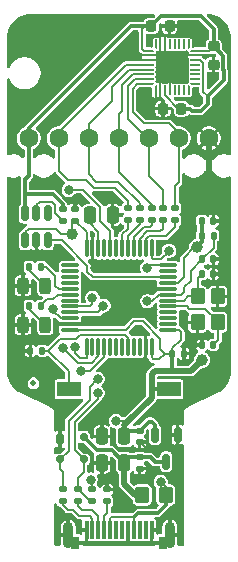
<source format=gbr>
%TF.GenerationSoftware,KiCad,Pcbnew,9.0.2+1*%
%TF.CreationDate,2025-08-04T10:31:06+02:00*%
%TF.ProjectId,ts13_dev_kit,74733133-5f64-4657-965f-6b69742e6b69,rev?*%
%TF.SameCoordinates,Original*%
%TF.FileFunction,Copper,L1,Top*%
%TF.FilePolarity,Positive*%
%FSLAX46Y46*%
G04 Gerber Fmt 4.6, Leading zero omitted, Abs format (unit mm)*
G04 Created by KiCad (PCBNEW 9.0.2+1) date 2025-08-04 10:31:06*
%MOMM*%
%LPD*%
G01*
G04 APERTURE LIST*
G04 Aperture macros list*
%AMRoundRect*
0 Rectangle with rounded corners*
0 $1 Rounding radius*
0 $2 $3 $4 $5 $6 $7 $8 $9 X,Y pos of 4 corners*
0 Add a 4 corners polygon primitive as box body*
4,1,4,$2,$3,$4,$5,$6,$7,$8,$9,$2,$3,0*
0 Add four circle primitives for the rounded corners*
1,1,$1+$1,$2,$3*
1,1,$1+$1,$4,$5*
1,1,$1+$1,$6,$7*
1,1,$1+$1,$8,$9*
0 Add four rect primitives between the rounded corners*
20,1,$1+$1,$2,$3,$4,$5,0*
20,1,$1+$1,$4,$5,$6,$7,0*
20,1,$1+$1,$6,$7,$8,$9,0*
20,1,$1+$1,$8,$9,$2,$3,0*%
%AMFreePoly0*
4,1,14,0.314644,0.085355,0.385355,0.014644,0.400000,-0.020711,0.400000,-0.050000,0.385355,-0.085355,0.350000,-0.100000,-0.350000,-0.100000,-0.385355,-0.085355,-0.400000,-0.050000,-0.400000,0.050000,-0.385355,0.085355,-0.350000,0.100000,0.279289,0.100000,0.314644,0.085355,0.314644,0.085355,$1*%
%AMFreePoly1*
4,1,14,0.385355,0.085355,0.400000,0.050000,0.400000,0.020711,0.385355,-0.014644,0.314644,-0.085355,0.279289,-0.100000,-0.350000,-0.100000,-0.385355,-0.085355,-0.400000,-0.050000,-0.400000,0.050000,-0.385355,0.085355,-0.350000,0.100000,0.350000,0.100000,0.385355,0.085355,0.385355,0.085355,$1*%
%AMFreePoly2*
4,1,14,0.085355,0.385355,0.100000,0.350000,0.100000,-0.350000,0.085355,-0.385355,0.050000,-0.400000,-0.050000,-0.400000,-0.085355,-0.385355,-0.100000,-0.350000,-0.100000,0.279289,-0.085355,0.314644,-0.014644,0.385355,0.020711,0.400000,0.050000,0.400000,0.085355,0.385355,0.085355,0.385355,$1*%
%AMFreePoly3*
4,1,14,0.014644,0.385355,0.085355,0.314644,0.100000,0.279289,0.100000,-0.350000,0.085355,-0.385355,0.050000,-0.400000,-0.050000,-0.400000,-0.085355,-0.385355,-0.100000,-0.350000,-0.100000,0.350000,-0.085355,0.385355,-0.050000,0.400000,-0.020711,0.400000,0.014644,0.385355,0.014644,0.385355,$1*%
%AMFreePoly4*
4,1,14,0.385355,0.085355,0.400000,0.050000,0.400000,-0.050000,0.385355,-0.085355,0.350000,-0.100000,-0.279289,-0.100000,-0.314644,-0.085355,-0.385355,-0.014644,-0.400000,0.020711,-0.400000,0.050000,-0.385355,0.085355,-0.350000,0.100000,0.350000,0.100000,0.385355,0.085355,0.385355,0.085355,$1*%
%AMFreePoly5*
4,1,14,0.385355,0.085355,0.400000,0.050000,0.400000,-0.050000,0.385355,-0.085355,0.350000,-0.100000,-0.350000,-0.100000,-0.385355,-0.085355,-0.400000,-0.050000,-0.400000,-0.020711,-0.385355,0.014644,-0.314644,0.085355,-0.279289,0.100000,0.350000,0.100000,0.385355,0.085355,0.385355,0.085355,$1*%
%AMFreePoly6*
4,1,14,0.085355,0.385355,0.100000,0.350000,0.100000,-0.279289,0.085355,-0.314644,0.014644,-0.385355,-0.020711,-0.400000,-0.050000,-0.400000,-0.085355,-0.385355,-0.100000,-0.350000,-0.100000,0.350000,-0.085355,0.385355,-0.050000,0.400000,0.050000,0.400000,0.085355,0.385355,0.085355,0.385355,$1*%
%AMFreePoly7*
4,1,14,0.085355,0.385355,0.100000,0.350000,0.100000,-0.350000,0.085355,-0.385355,0.050000,-0.400000,0.020711,-0.400000,-0.014644,-0.385355,-0.085355,-0.314644,-0.100000,-0.279289,-0.100000,0.350000,-0.085355,0.385355,-0.050000,0.400000,0.050000,0.400000,0.085355,0.385355,0.085355,0.385355,$1*%
G04 Aperture macros list end*
%TA.AperFunction,SMDPad,CuDef*%
%ADD10RoundRect,0.135000X-0.135000X-0.185000X0.135000X-0.185000X0.135000X0.185000X-0.135000X0.185000X0*%
%TD*%
%TA.AperFunction,SMDPad,CuDef*%
%ADD11RoundRect,0.243750X-0.243750X-0.456250X0.243750X-0.456250X0.243750X0.456250X-0.243750X0.456250X0*%
%TD*%
%TA.AperFunction,SMDPad,CuDef*%
%ADD12RoundRect,0.225000X-0.225000X-0.250000X0.225000X-0.250000X0.225000X0.250000X-0.225000X0.250000X0*%
%TD*%
%TA.AperFunction,SMDPad,CuDef*%
%ADD13R,0.300000X1.500000*%
%TD*%
%TA.AperFunction,ComponentPad*%
%ADD14O,0.850000X2.250000*%
%TD*%
%TA.AperFunction,SMDPad,CuDef*%
%ADD15R,0.800000X1.000000*%
%TD*%
%TA.AperFunction,SMDPad,CuDef*%
%ADD16RoundRect,0.140000X-0.170000X0.140000X-0.170000X-0.140000X0.170000X-0.140000X0.170000X0.140000X0*%
%TD*%
%TA.AperFunction,SMDPad,CuDef*%
%ADD17RoundRect,0.150000X-0.150000X0.512500X-0.150000X-0.512500X0.150000X-0.512500X0.150000X0.512500X0*%
%TD*%
%TA.AperFunction,SMDPad,CuDef*%
%ADD18RoundRect,0.250000X-0.250000X-0.475000X0.250000X-0.475000X0.250000X0.475000X-0.250000X0.475000X0*%
%TD*%
%TA.AperFunction,SMDPad,CuDef*%
%ADD19RoundRect,0.135000X-0.185000X0.135000X-0.185000X-0.135000X0.185000X-0.135000X0.185000X0.135000X0*%
%TD*%
%TA.AperFunction,ComponentPad*%
%ADD20C,1.600000*%
%TD*%
%TA.AperFunction,SMDPad,CuDef*%
%ADD21R,2.000000X1.250000*%
%TD*%
%TA.AperFunction,SMDPad,CuDef*%
%ADD22RoundRect,0.140000X0.140000X0.170000X-0.140000X0.170000X-0.140000X-0.170000X0.140000X-0.170000X0*%
%TD*%
%TA.AperFunction,SMDPad,CuDef*%
%ADD23FreePoly0,0.000000*%
%TD*%
%TA.AperFunction,SMDPad,CuDef*%
%ADD24RoundRect,0.050000X-0.350000X-0.050000X0.350000X-0.050000X0.350000X0.050000X-0.350000X0.050000X0*%
%TD*%
%TA.AperFunction,SMDPad,CuDef*%
%ADD25FreePoly1,0.000000*%
%TD*%
%TA.AperFunction,SMDPad,CuDef*%
%ADD26FreePoly2,0.000000*%
%TD*%
%TA.AperFunction,SMDPad,CuDef*%
%ADD27RoundRect,0.050000X-0.050000X-0.350000X0.050000X-0.350000X0.050000X0.350000X-0.050000X0.350000X0*%
%TD*%
%TA.AperFunction,SMDPad,CuDef*%
%ADD28FreePoly3,0.000000*%
%TD*%
%TA.AperFunction,SMDPad,CuDef*%
%ADD29FreePoly4,0.000000*%
%TD*%
%TA.AperFunction,SMDPad,CuDef*%
%ADD30FreePoly5,0.000000*%
%TD*%
%TA.AperFunction,SMDPad,CuDef*%
%ADD31FreePoly6,0.000000*%
%TD*%
%TA.AperFunction,SMDPad,CuDef*%
%ADD32FreePoly7,0.000000*%
%TD*%
%TA.AperFunction,HeatsinkPad*%
%ADD33R,2.650000X2.650000*%
%TD*%
%TA.AperFunction,SMDPad,CuDef*%
%ADD34RoundRect,0.250000X0.350000X-0.450000X0.350000X0.450000X-0.350000X0.450000X-0.350000X-0.450000X0*%
%TD*%
%TA.AperFunction,SMDPad,CuDef*%
%ADD35RoundRect,0.225000X0.225000X0.250000X-0.225000X0.250000X-0.225000X-0.250000X0.225000X-0.250000X0*%
%TD*%
%TA.AperFunction,SMDPad,CuDef*%
%ADD36RoundRect,0.225000X0.250000X-0.225000X0.250000X0.225000X-0.250000X0.225000X-0.250000X-0.225000X0*%
%TD*%
%TA.AperFunction,SMDPad,CuDef*%
%ADD37RoundRect,0.075000X0.662500X0.075000X-0.662500X0.075000X-0.662500X-0.075000X0.662500X-0.075000X0*%
%TD*%
%TA.AperFunction,SMDPad,CuDef*%
%ADD38RoundRect,0.075000X0.075000X0.662500X-0.075000X0.662500X-0.075000X-0.662500X0.075000X-0.662500X0*%
%TD*%
%TA.AperFunction,SMDPad,CuDef*%
%ADD39RoundRect,0.135000X0.185000X-0.135000X0.185000X0.135000X-0.185000X0.135000X-0.185000X-0.135000X0*%
%TD*%
%TA.AperFunction,SMDPad,CuDef*%
%ADD40RoundRect,0.250000X-0.350000X-0.450000X0.350000X-0.450000X0.350000X0.450000X-0.350000X0.450000X0*%
%TD*%
%TA.AperFunction,SMDPad,CuDef*%
%ADD41RoundRect,0.250000X0.250000X0.475000X-0.250000X0.475000X-0.250000X-0.475000X0.250000X-0.475000X0*%
%TD*%
%TA.AperFunction,SMDPad,CuDef*%
%ADD42RoundRect,0.150000X0.150000X-0.512500X0.150000X0.512500X-0.150000X0.512500X-0.150000X-0.512500X0*%
%TD*%
%TA.AperFunction,SMDPad,CuDef*%
%ADD43RoundRect,0.140000X-0.140000X-0.170000X0.140000X-0.170000X0.140000X0.170000X-0.140000X0.170000X0*%
%TD*%
%TA.AperFunction,SMDPad,CuDef*%
%ADD44RoundRect,0.135000X0.135000X0.185000X-0.135000X0.185000X-0.135000X-0.185000X0.135000X-0.185000X0*%
%TD*%
%TA.AperFunction,SMDPad,CuDef*%
%ADD45RoundRect,0.175000X-0.175000X-0.325000X0.175000X-0.325000X0.175000X0.325000X-0.175000X0.325000X0*%
%TD*%
%TA.AperFunction,SMDPad,CuDef*%
%ADD46RoundRect,0.150000X-0.200000X-0.150000X0.200000X-0.150000X0.200000X0.150000X-0.200000X0.150000X0*%
%TD*%
%TA.AperFunction,SMDPad,CuDef*%
%ADD47C,0.500000*%
%TD*%
%TA.AperFunction,ViaPad*%
%ADD48C,0.800000*%
%TD*%
%TA.AperFunction,ViaPad*%
%ADD49C,1.000000*%
%TD*%
%TA.AperFunction,Conductor*%
%ADD50C,0.300000*%
%TD*%
%TA.AperFunction,Conductor*%
%ADD51C,0.200000*%
%TD*%
%TA.AperFunction,Conductor*%
%ADD52C,0.500000*%
%TD*%
G04 APERTURE END LIST*
D10*
%TO.P,R14,1*%
%TO.N,Net-(D2-A)*%
X122390000Y-71900000D03*
%TO.P,R14,2*%
%TO.N,/LED_G*%
X123410000Y-71900000D03*
%TD*%
D11*
%TO.P,D2,1,K*%
%TO.N,GND*%
X121862500Y-73500000D03*
%TO.P,D2,2,A*%
%TO.N,Net-(D2-A)*%
X123737500Y-73500000D03*
%TD*%
D12*
%TO.P,C2,1*%
%TO.N,GND*%
X133725000Y-58500000D03*
%TO.P,C2,2*%
%TO.N,T_VCC*%
X135275000Y-58500000D03*
%TD*%
D13*
%TO.P,J1,A1,GND*%
%TO.N,GND*%
X132750000Y-94190000D03*
%TO.P,J1,A2*%
%TO.N,N/C*%
X132250000Y-94190000D03*
%TO.P,J1,A3*%
X131750000Y-94190000D03*
%TO.P,J1,A4,VBUS*%
%TO.N,Net-(F1-Pad2)*%
X131250000Y-94190000D03*
%TO.P,J1,A5,CC*%
%TO.N,Net-(J1-CC)*%
X128750000Y-94190000D03*
%TO.P,J1,A6,D+*%
%TO.N,Net-(J1-D+)*%
X128250000Y-94190000D03*
%TO.P,J1,A7,D-*%
%TO.N,Net-(J1-D-)*%
X127750000Y-94190000D03*
%TO.P,J1,A12,GND*%
%TO.N,GND*%
X127250000Y-94190000D03*
%TO.P,J1,B9,VBUS*%
%TO.N,Net-(F1-Pad2)*%
X129250000Y-94190000D03*
%TO.P,J1,B10*%
%TO.N,N/C*%
X129750000Y-94190000D03*
%TO.P,J1,B11*%
X130250000Y-94190000D03*
%TO.P,J1,B12,GND*%
%TO.N,GND*%
X130750000Y-94190000D03*
D14*
%TO.P,J1,S1,SHIELD*%
X125700000Y-94600000D03*
D15*
X126300000Y-95250000D03*
X133700000Y-95250000D03*
D14*
X134300000Y-94600000D03*
%TD*%
D16*
%TO.P,C13,1*%
%TO.N,GND*%
X126250000Y-67020000D03*
%TO.P,C13,2*%
%TO.N,VCC*%
X126250000Y-67980000D03*
%TD*%
D17*
%TO.P,IC3,1,GND*%
%TO.N,GND*%
X134950000Y-86112500D03*
%TO.P,IC3,2,VO*%
%TO.N,VCC*%
X133050000Y-86112500D03*
%TO.P,IC3,3,VI*%
%TO.N,/USB_PWR_5V*%
X134000000Y-88387500D03*
%TD*%
D18*
%TO.P,C14,1*%
%TO.N,Net-(IC2-VCAP)*%
X127550000Y-67500000D03*
%TO.P,C14,2*%
%TO.N,GND*%
X129450000Y-67500000D03*
%TD*%
D19*
%TO.P,R7,1*%
%TO.N,Net-(IC1-CSN)*%
X134750000Y-66940000D03*
%TO.P,R7,2*%
%TO.N,/SPI_CS*%
X134750000Y-67960000D03*
%TD*%
%TO.P,R3,1*%
%TO.N,Net-(IC1-SDI)*%
X131750000Y-66940000D03*
%TO.P,R3,2*%
%TO.N,/SPI_MOSI*%
X131750000Y-67960000D03*
%TD*%
D20*
%TO.P,PAD3,1,1*%
%TO.N,Net-(IC1-GPO)*%
X124900000Y-61000000D03*
%TD*%
D10*
%TO.P,R1,2*%
%TO.N,/NRST*%
X138010000Y-69250000D03*
%TO.P,R1,1*%
%TO.N,VCC*%
X136990000Y-69250000D03*
%TD*%
D20*
%TO.P,PAD4,1,1*%
%TO.N,Net-(IC1-CSN)*%
X135060000Y-61000000D03*
%TD*%
D21*
%TO.P,SW1,1,1*%
%TO.N,VCC*%
X134250000Y-82250000D03*
%TO.P,SW1,2,2*%
%TO.N,/BOOT0*%
X125750000Y-82250000D03*
%TD*%
D20*
%TO.P,PAD6,1,1*%
%TO.N,Net-(IC1-SDO)*%
X129980000Y-61000000D03*
%TD*%
D22*
%TO.P,C9,1*%
%TO.N,GND*%
X135480000Y-79250000D03*
%TO.P,C9,2*%
%TO.N,VCC*%
X134520000Y-79250000D03*
%TD*%
D23*
%TO.P,IC1,1,VCC*%
%TO.N,T_VCC*%
X132550000Y-53600000D03*
D24*
%TO.P,IC1,2,GND*%
%TO.N,GND*%
X132550000Y-54000000D03*
%TO.P,IC1,3,PULLDN*%
X132550000Y-54400000D03*
%TO.P,IC1,4,GPO*%
%TO.N,Net-(IC1-GPO)*%
X132550000Y-54800000D03*
%TO.P,IC1,5,SDI*%
%TO.N,Net-(IC1-SDI)*%
X132550000Y-55200000D03*
%TO.P,IC1,6,SDO*%
%TO.N,Net-(IC1-SDO)*%
X132550000Y-55600000D03*
%TO.P,IC1,7,SCK*%
%TO.N,Net-(IC1-SCK)*%
X132550000Y-56000000D03*
D25*
%TO.P,IC1,8,CSN*%
%TO.N,Net-(IC1-CSN)*%
X132550000Y-56400000D03*
D26*
%TO.P,IC1,9,PULLDN*%
%TO.N,GND*%
X133100000Y-56950000D03*
D27*
%TO.P,IC1,10,PULLDN*%
X133500000Y-56950000D03*
%TO.P,IC1,11,VCC*%
%TO.N,T_VCC*%
X133900000Y-56950000D03*
%TO.P,IC1,12,GND*%
%TO.N,GND*%
X134300000Y-56950000D03*
%TO.P,IC1,13,DNC*%
%TO.N,unconnected-(IC1-DNC-Pad13)*%
X134700000Y-56950000D03*
%TO.P,IC1,14,DNC*%
%TO.N,unconnected-(IC1-DNC-Pad14)*%
X135100000Y-56950000D03*
%TO.P,IC1,15*%
%TO.N,N/C*%
X135500000Y-56950000D03*
D28*
%TO.P,IC1,16*%
X135900000Y-56950000D03*
D29*
%TO.P,IC1,17,DNC*%
%TO.N,unconnected-(IC1-DNC-Pad17)*%
X136450000Y-56400000D03*
D24*
%TO.P,IC1,18,DNC*%
%TO.N,unconnected-(IC1-DNC-Pad18)*%
X136450000Y-56000000D03*
%TO.P,IC1,19,DNC*%
%TO.N,unconnected-(IC1-DNC-Pad19)*%
X136450000Y-55600000D03*
%TO.P,IC1,20,DNC*%
%TO.N,unconnected-(IC1-DNC-Pad20)*%
X136450000Y-55200000D03*
%TO.P,IC1,21,DNC*%
%TO.N,unconnected-(IC1-DNC-Pad21)*%
X136450000Y-54800000D03*
%TO.P,IC1,22,PULLUP*%
%TO.N,T_VCC*%
X136450000Y-54400000D03*
%TO.P,IC1,23,GND*%
%TO.N,GND*%
X136450000Y-54000000D03*
D30*
%TO.P,IC1,24,VCC*%
%TO.N,T_VCC*%
X136450000Y-53600000D03*
D31*
%TO.P,IC1,25*%
%TO.N,N/C*%
X135900000Y-53050000D03*
D27*
%TO.P,IC1,26,DNC*%
%TO.N,unconnected-(IC1-DNC-Pad26)*%
X135500000Y-53050000D03*
%TO.P,IC1,27,DNC*%
%TO.N,unconnected-(IC1-DNC-Pad27)*%
X135100000Y-53050000D03*
%TO.P,IC1,28,DNC*%
%TO.N,unconnected-(IC1-DNC-Pad28)*%
X134700000Y-53050000D03*
%TO.P,IC1,29,DNC*%
%TO.N,unconnected-(IC1-DNC-Pad29)*%
X134300000Y-53050000D03*
%TO.P,IC1,30,PULLDN*%
%TO.N,GND*%
X133900000Y-53050000D03*
%TO.P,IC1,31,PULLDN*%
X133500000Y-53050000D03*
D32*
%TO.P,IC1,32*%
%TO.N,N/C*%
X133100000Y-53050000D03*
D33*
%TO.P,IC1,33,TP*%
%TO.N,GND*%
X134500000Y-55000000D03*
%TD*%
D34*
%TO.P,X1,1,1*%
%TO.N,Net-(IC2-PH0)*%
X138350000Y-76600000D03*
%TO.P,X1,2,2*%
%TO.N,GND*%
X138350000Y-74400000D03*
%TO.P,X1,3,3*%
%TO.N,Net-(IC2-PH1)*%
X136650000Y-74400000D03*
%TO.P,X1,4,4*%
%TO.N,GND*%
X136650000Y-76600000D03*
%TD*%
D16*
%TO.P,C5,1*%
%TO.N,/USB_PWR_5V*%
X131750000Y-88020000D03*
%TO.P,C5,2*%
%TO.N,GND*%
X131750000Y-88980000D03*
%TD*%
D11*
%TO.P,D1,1,K*%
%TO.N,GND*%
X121862500Y-76800000D03*
%TO.P,D1,2,A*%
%TO.N,Net-(D1-A)*%
X123737500Y-76800000D03*
%TD*%
D10*
%TO.P,R13,1*%
%TO.N,Net-(D1-A)*%
X122390000Y-75200000D03*
%TO.P,R13,2*%
%TO.N,/LED_R*%
X123410000Y-75200000D03*
%TD*%
D35*
%TO.P,C1,1*%
%TO.N,GND*%
X134275000Y-51500000D03*
%TO.P,C1,2*%
%TO.N,T_VCC*%
X132725000Y-51500000D03*
%TD*%
D20*
%TO.P,PAD2,1,1*%
%TO.N,GND*%
X137600000Y-61000000D03*
%TD*%
D36*
%TO.P,C3,1*%
%TO.N,GND*%
X138000000Y-54775000D03*
%TO.P,C3,2*%
%TO.N,T_VCC*%
X138000000Y-53225000D03*
%TD*%
D22*
%TO.P,C11,1*%
%TO.N,Net-(IC2-PH0)*%
X137980000Y-78500000D03*
%TO.P,C11,2*%
%TO.N,GND*%
X137020000Y-78500000D03*
%TD*%
D37*
%TO.P,IC2,1,VBAT*%
%TO.N,VCC*%
X134162500Y-77250000D03*
%TO.P,IC2,2,PC13*%
%TO.N,unconnected-(IC2-PC13-Pad2)*%
X134162500Y-76750000D03*
%TO.P,IC2,3,PC14*%
%TO.N,unconnected-(IC2-PC14-Pad3)*%
X134162500Y-76250000D03*
%TO.P,IC2,4,PC15*%
%TO.N,unconnected-(IC2-PC15-Pad4)*%
X134162500Y-75750000D03*
%TO.P,IC2,5,PH0*%
%TO.N,Net-(IC2-PH0)*%
X134162500Y-75250000D03*
%TO.P,IC2,6,PH1*%
%TO.N,Net-(IC2-PH1)*%
X134162500Y-74750000D03*
%TO.P,IC2,7,NRST*%
%TO.N,/NRST*%
X134162500Y-74250000D03*
%TO.P,IC2,8,VSSA*%
%TO.N,GND*%
X134162500Y-73750000D03*
%TO.P,IC2,9,VDDA*%
%TO.N,VCC*%
X134162500Y-73250000D03*
%TO.P,IC2,10,PA0*%
%TO.N,/T_PWR_ON*%
X134162500Y-72750000D03*
%TO.P,IC2,11,PA1*%
%TO.N,unconnected-(IC2-PA1-Pad11)*%
X134162500Y-72250000D03*
%TO.P,IC2,12,PA2*%
%TO.N,/U2_TX*%
X134162500Y-71750000D03*
D38*
%TO.P,IC2,13,PA3*%
%TO.N,/U2_RX*%
X132750000Y-70337500D03*
%TO.P,IC2,14,PA4*%
%TO.N,/SPI_CS*%
X132250000Y-70337500D03*
%TO.P,IC2,15,PA5*%
%TO.N,/SPI_SCK*%
X131750000Y-70337500D03*
%TO.P,IC2,16,PA6*%
%TO.N,/SPI_MISO*%
X131250000Y-70337500D03*
%TO.P,IC2,17,PA7*%
%TO.N,/SPI_MOSI*%
X130750000Y-70337500D03*
%TO.P,IC2,18,PB0*%
%TO.N,/GPO*%
X130250000Y-70337500D03*
%TO.P,IC2,19,PB1*%
%TO.N,unconnected-(IC2-PB1-Pad19)*%
X129750000Y-70337500D03*
%TO.P,IC2,20,PB2*%
%TO.N,Net-(IC2-PB2)*%
X129250000Y-70337500D03*
%TO.P,IC2,21,PB10*%
%TO.N,unconnected-(IC2-PB10-Pad21)*%
X128750000Y-70337500D03*
%TO.P,IC2,22,VCAP*%
%TO.N,Net-(IC2-VCAP)*%
X128250000Y-70337500D03*
%TO.P,IC2,23,VSS*%
%TO.N,GND*%
X127750000Y-70337500D03*
%TO.P,IC2,24,VDD*%
%TO.N,VCC*%
X127250000Y-70337500D03*
D37*
%TO.P,IC2,25,PB12*%
%TO.N,unconnected-(IC2-PB12-Pad25)*%
X125837500Y-71750000D03*
%TO.P,IC2,26,PB13*%
%TO.N,unconnected-(IC2-PB13-Pad26)*%
X125837500Y-72250000D03*
%TO.P,IC2,27,PB14*%
%TO.N,unconnected-(IC2-PB14-Pad27)*%
X125837500Y-72750000D03*
%TO.P,IC2,28,PB15*%
%TO.N,unconnected-(IC2-PB15-Pad28)*%
X125837500Y-73250000D03*
%TO.P,IC2,29,PA8*%
%TO.N,/LED_G*%
X125837500Y-73750000D03*
%TO.P,IC2,30,PA9*%
%TO.N,/LED_R*%
X125837500Y-74250000D03*
%TO.P,IC2,31,PA10*%
%TO.N,unconnected-(IC2-PA10-Pad31)*%
X125837500Y-74750000D03*
%TO.P,IC2,32,PA11*%
%TO.N,/USB_N*%
X125837500Y-75250000D03*
%TO.P,IC2,33,PA12*%
%TO.N,/USB_P*%
X125837500Y-75750000D03*
%TO.P,IC2,34,PA13*%
%TO.N,/SWDIO*%
X125837500Y-76250000D03*
%TO.P,IC2,35,VSS*%
%TO.N,GND*%
X125837500Y-76750000D03*
%TO.P,IC2,36,VDD*%
%TO.N,VCC*%
X125837500Y-77250000D03*
D38*
%TO.P,IC2,37,PA14*%
%TO.N,/SWCLK*%
X127250000Y-78662500D03*
%TO.P,IC2,38,PA15*%
%TO.N,unconnected-(IC2-PA15-Pad38)*%
X127750000Y-78662500D03*
%TO.P,IC2,39,PB3*%
%TO.N,Net-(IC2-PB3)*%
X128250000Y-78662500D03*
%TO.P,IC2,40,PB4*%
%TO.N,Net-(IC2-PB4)*%
X128750000Y-78662500D03*
%TO.P,IC2,41,PB5*%
%TO.N,unconnected-(IC2-PB5-Pad41)*%
X129250000Y-78662500D03*
%TO.P,IC2,42,PB6*%
%TO.N,unconnected-(IC2-PB6-Pad42)*%
X129750000Y-78662500D03*
%TO.P,IC2,43,PB7*%
%TO.N,unconnected-(IC2-PB7-Pad43)*%
X130250000Y-78662500D03*
%TO.P,IC2,44,PH3*%
%TO.N,/BOOT0*%
X130750000Y-78662500D03*
%TO.P,IC2,45,PB8*%
%TO.N,unconnected-(IC2-PB8-Pad45)*%
X131250000Y-78662500D03*
%TO.P,IC2,46,PB9*%
%TO.N,unconnected-(IC2-PB9-Pad46)*%
X131750000Y-78662500D03*
%TO.P,IC2,47,VSS*%
%TO.N,GND*%
X132250000Y-78662500D03*
%TO.P,IC2,48,VDD*%
%TO.N,VCC*%
X132750000Y-78662500D03*
%TD*%
D39*
%TO.P,R12,1*%
%TO.N,Net-(IC4-QOD)*%
X125250000Y-68010000D03*
%TO.P,R12,2*%
%TO.N,T_VCC*%
X125250000Y-66990000D03*
%TD*%
D40*
%TO.P,F1,1*%
%TO.N,/USB_PWR_5V*%
X131959484Y-91208019D03*
%TO.P,F1,2*%
%TO.N,Net-(F1-Pad2)*%
X133959484Y-91208019D03*
%TD*%
D41*
%TO.P,C4,1*%
%TO.N,/USB_PWR_5V*%
X130450000Y-88500000D03*
%TO.P,C4,2*%
%TO.N,GND*%
X128550000Y-88500000D03*
%TD*%
D19*
%TO.P,R5,1*%
%TO.N,Net-(IC1-SCK)*%
X133750000Y-66940000D03*
%TO.P,R5,2*%
%TO.N,/SPI_SCK*%
X133750000Y-67960000D03*
%TD*%
D20*
%TO.P,PAD1,1,1*%
%TO.N,T_VCC*%
X122360000Y-61000000D03*
%TD*%
D42*
%TO.P,IC4,1,VIN*%
%TO.N,VCC*%
X122050000Y-69637500D03*
%TO.P,IC4,2,GND*%
%TO.N,GND*%
X123000000Y-69637500D03*
%TO.P,IC4,3,ON*%
%TO.N,/T_PWR_ON*%
X123950000Y-69637500D03*
%TO.P,IC4,4,CT*%
%TO.N,unconnected-(IC4-CT-Pad4)*%
X123950000Y-67362500D03*
%TO.P,IC4,5,QOD*%
%TO.N,Net-(IC4-QOD)*%
X123000000Y-67362500D03*
%TO.P,IC4,6,VOUT*%
%TO.N,T_VCC*%
X122050000Y-67362500D03*
%TD*%
D39*
%TO.P,R10,1*%
%TO.N,Net-(J1-D+)*%
X126500000Y-91760000D03*
%TO.P,R10,2*%
%TO.N,/USB_P*%
X126500000Y-90740000D03*
%TD*%
D20*
%TO.P,PAD7,1,1*%
%TO.N,Net-(IC1-SDI)*%
X127440000Y-61000000D03*
%TD*%
D43*
%TO.P,C12,1*%
%TO.N,Net-(IC2-PH1)*%
X137020000Y-72500000D03*
%TO.P,C12,2*%
%TO.N,GND*%
X137980000Y-72500000D03*
%TD*%
D19*
%TO.P,R2,1*%
%TO.N,Net-(IC1-GPO)*%
X130750000Y-66940000D03*
%TO.P,R2,2*%
%TO.N,/GPO*%
X130750000Y-67960000D03*
%TD*%
%TO.P,R11,1*%
%TO.N,VCC*%
X127750000Y-90740000D03*
%TO.P,R11,2*%
%TO.N,/USB_P*%
X127750000Y-91760000D03*
%TD*%
D43*
%TO.P,C10,1*%
%TO.N,/NRST*%
X137020000Y-71250000D03*
%TO.P,C10,2*%
%TO.N,GND*%
X137980000Y-71250000D03*
%TD*%
D22*
%TO.P,C8,1*%
%TO.N,GND*%
X137980000Y-68000000D03*
%TO.P,C8,2*%
%TO.N,VCC*%
X137020000Y-68000000D03*
%TD*%
D20*
%TO.P,PAD5,1,1*%
%TO.N,Net-(IC1-SCK)*%
X132520000Y-61000000D03*
%TD*%
D41*
%TO.P,C7,1*%
%TO.N,VCC*%
X130450000Y-86250000D03*
%TO.P,C7,2*%
%TO.N,GND*%
X128550000Y-86250000D03*
%TD*%
D16*
%TO.P,C6,1*%
%TO.N,VCC*%
X131750000Y-85770000D03*
%TO.P,C6,2*%
%TO.N,GND*%
X131750000Y-86730000D03*
%TD*%
D19*
%TO.P,R4,1*%
%TO.N,Net-(IC1-SDO)*%
X132750000Y-66940000D03*
%TO.P,R4,2*%
%TO.N,/SPI_MISO*%
X132750000Y-67960000D03*
%TD*%
D39*
%TO.P,R8,1*%
%TO.N,Net-(J1-CC)*%
X129000000Y-91760000D03*
%TO.P,R8,2*%
%TO.N,GND*%
X129000000Y-90740000D03*
%TD*%
%TO.P,R9,1*%
%TO.N,Net-(J1-D-)*%
X125250000Y-91760000D03*
%TO.P,R9,2*%
%TO.N,/USB_N*%
X125250000Y-90740000D03*
%TD*%
D44*
%TO.P,R6,1*%
%TO.N,/BOOT0*%
X123510000Y-79000000D03*
%TO.P,R6,2*%
%TO.N,GND*%
X122490000Y-79000000D03*
%TD*%
D45*
%TO.P,D3,1,GND*%
%TO.N,GND*%
X125000000Y-86500000D03*
D46*
%TO.P,D3,2,I/O1*%
%TO.N,/USB_N*%
X125000000Y-88200000D03*
%TO.P,D3,3,I/O2*%
%TO.N,/USB_P*%
X127000000Y-88200000D03*
%TO.P,D3,4,VCC*%
%TO.N,/USB_PWR_5V*%
X127000000Y-86300000D03*
%TD*%
D47*
%TO.P,FID1,*%
%TO.N,*%
X122750000Y-81750000D03*
%TD*%
D48*
%TO.N,GND*%
X126411000Y-66200000D03*
X129250000Y-65970000D03*
X128000000Y-85000000D03*
X129000000Y-89750000D03*
X121000000Y-65000000D03*
X122750000Y-51000000D03*
X136250000Y-78500000D03*
X138000000Y-55750000D03*
X127250000Y-73500000D03*
X131920000Y-57120000D03*
X132410000Y-75910000D03*
X136800000Y-52600000D03*
X131750000Y-82000000D03*
X138510000Y-81370000D03*
X131000000Y-52750000D03*
X122400000Y-78000000D03*
X126300000Y-57550000D03*
X121000000Y-57500000D03*
X131000000Y-53920000D03*
X124854923Y-70422920D03*
X138900000Y-52300000D03*
X121340000Y-81410000D03*
X132400000Y-73730000D03*
X136600000Y-57800000D03*
X131120000Y-71710000D03*
X120920000Y-70750000D03*
X130000000Y-92000000D03*
X121000000Y-52750000D03*
X128000000Y-72000000D03*
X124910000Y-85150000D03*
X139000000Y-65000000D03*
X135030000Y-92570000D03*
X127500000Y-76500000D03*
X130100000Y-51300000D03*
X132610000Y-58480000D03*
X138750000Y-72500000D03*
X135600000Y-51600000D03*
X120920000Y-78500000D03*
X124940000Y-92850000D03*
X131810000Y-89830000D03*
X139000000Y-57500000D03*
X134990000Y-87240000D03*
X131750000Y-77250000D03*
X139000000Y-68140000D03*
D49*
%TO.N,VCC*%
X137020000Y-79770000D03*
D48*
X127600000Y-89900000D03*
D49*
X126000000Y-69100000D03*
D48*
X129750000Y-84950000D03*
D49*
X136618387Y-70227251D03*
D48*
%TO.N,/NRST*%
X132390000Y-74800000D03*
%TO.N,/USB_P*%
X128200000Y-82580000D03*
X128680000Y-75188280D03*
%TO.N,/USB_N*%
X127750000Y-74500000D03*
X128190000Y-81390000D03*
%TO.N,/SWCLK*%
X126300000Y-78700000D03*
%TO.N,/U2_TX*%
X132360000Y-71990000D03*
%TO.N,/SWDIO*%
X124420000Y-75450000D03*
%TO.N,/U2_RX*%
X134230000Y-70540000D03*
%TO.N,Net-(F1-Pad2)*%
X133520000Y-90110000D03*
%TO.N,Net-(IC2-PB3)*%
X125229975Y-78759975D03*
%TO.N,Net-(IC2-PB2)*%
X125730000Y-65380000D03*
%TO.N,Net-(IC2-PB4)*%
X126810000Y-80710000D03*
%TD*%
D50*
%TO.N,VCC*%
X136990000Y-69250000D02*
X136990000Y-68030000D01*
X136990000Y-68030000D02*
X137020000Y-68000000D01*
X136618387Y-70227251D02*
X136618387Y-70131613D01*
X136618387Y-70131613D02*
X136990000Y-69760000D01*
X136990000Y-69760000D02*
X136990000Y-69250000D01*
D51*
X135475000Y-72775000D02*
X135475000Y-71135000D01*
X135475000Y-71135000D02*
X136382749Y-70227251D01*
X135000000Y-73250000D02*
X135475000Y-72775000D01*
X136382749Y-70227251D02*
X136618387Y-70227251D01*
X134162500Y-73250000D02*
X135000000Y-73250000D01*
%TO.N,/NRST*%
X138010000Y-69250000D02*
X138010000Y-70260000D01*
X138010000Y-70260000D02*
X137020000Y-71250000D01*
X134162500Y-74250000D02*
X135280000Y-74250000D01*
X135280000Y-74250000D02*
X135510000Y-74020000D01*
X135510000Y-74020000D02*
X135510000Y-73610000D01*
X135510000Y-73610000D02*
X136060000Y-73060000D01*
X136060000Y-73060000D02*
X136060000Y-72210000D01*
X136060000Y-72210000D02*
X137020000Y-71250000D01*
%TO.N,/LED_R*%
X125837500Y-74250000D02*
X124825000Y-74250000D01*
X124825000Y-74250000D02*
X124425000Y-74650000D01*
X124425000Y-74650000D02*
X123925000Y-74650000D01*
X123925000Y-74650000D02*
X123410000Y-75165000D01*
X123410000Y-75165000D02*
X123410000Y-75200000D01*
%TO.N,/LED_G*%
X123410000Y-71900000D02*
X123825000Y-71900000D01*
X123825000Y-71900000D02*
X124600000Y-72675000D01*
X124600000Y-72675000D02*
X124600000Y-73475000D01*
X124600000Y-73475000D02*
X124875000Y-73750000D01*
X124875000Y-73750000D02*
X125837500Y-73750000D01*
%TO.N,Net-(D2-A)*%
X123737500Y-73500000D02*
X122390000Y-72152500D01*
X122390000Y-72152500D02*
X122390000Y-71900000D01*
%TO.N,Net-(D1-A)*%
X122390000Y-75200000D02*
X122390000Y-75452500D01*
X122390000Y-75452500D02*
X123737500Y-76800000D01*
%TO.N,GND*%
X124676843Y-70601000D02*
X124854923Y-70422920D01*
X123301001Y-70601000D02*
X124676843Y-70601000D01*
X123000000Y-70299999D02*
X123301001Y-70601000D01*
X123000000Y-69637500D02*
X123000000Y-70299999D01*
X134300000Y-56950000D02*
X134300000Y-55200000D01*
X126499000Y-95399000D02*
X130100000Y-95399000D01*
X132550000Y-54000000D02*
X131080000Y-54000000D01*
X130750000Y-94190000D02*
X130750000Y-95399000D01*
X134300000Y-94650000D02*
X133700000Y-95250000D01*
X131080000Y-54000000D02*
X131000000Y-53920000D01*
X133900000Y-53050000D02*
X133900000Y-54400000D01*
X132250000Y-78662500D02*
X132250000Y-77750000D01*
X127750000Y-71750000D02*
X128000000Y-72000000D01*
X133500000Y-56950000D02*
X133500000Y-56000000D01*
X133500000Y-53050000D02*
X133500000Y-54000000D01*
X132260000Y-87240000D02*
X134990000Y-87240000D01*
X127250000Y-76750000D02*
X125837500Y-76750000D01*
X133500000Y-54000000D02*
X134500000Y-55000000D01*
X133500000Y-52280000D02*
X134070000Y-52280000D01*
X125700000Y-94600000D02*
X125700000Y-94650000D01*
X126250000Y-66361000D02*
X126411000Y-66200000D01*
X133500000Y-56950000D02*
X133500000Y-57660000D01*
X126300000Y-95250000D02*
X126350000Y-95250000D01*
X130100000Y-95399000D02*
X130699000Y-95399000D01*
X130750000Y-95399000D02*
X130699000Y-95399000D01*
X127500000Y-76500000D02*
X127250000Y-76750000D01*
X132550000Y-54400000D02*
X133900000Y-54400000D01*
X134300000Y-55200000D02*
X134500000Y-55000000D01*
X133100000Y-57730000D02*
X133430000Y-57730000D01*
X131480000Y-54400000D02*
X131000000Y-53920000D01*
X133500000Y-53050000D02*
X133500000Y-52280000D01*
X133500000Y-56000000D02*
X134500000Y-55000000D01*
X134300000Y-94600000D02*
X134300000Y-94650000D01*
X132250000Y-77750000D02*
X131750000Y-77250000D01*
X133900000Y-54400000D02*
X134500000Y-55000000D01*
X133900000Y-53050000D02*
X133900000Y-52290000D01*
X132550000Y-54400000D02*
X131480000Y-54400000D01*
X132420000Y-73750000D02*
X132400000Y-73730000D01*
X136450000Y-54000000D02*
X135500000Y-54000000D01*
X134162500Y-73750000D02*
X132420000Y-73750000D01*
X133430000Y-57730000D02*
X133500000Y-57660000D01*
X135500000Y-54000000D02*
X134500000Y-55000000D01*
X132550000Y-54000000D02*
X133500000Y-54000000D01*
X134070000Y-52280000D02*
X134080000Y-52290000D01*
X133551000Y-95399000D02*
X130699000Y-95399000D01*
X126250000Y-67020000D02*
X126250000Y-66361000D01*
X127750000Y-70337500D02*
X127750000Y-71750000D01*
X126350000Y-95250000D02*
X126499000Y-95399000D01*
X133700000Y-95250000D02*
X133551000Y-95399000D01*
X133100000Y-56950000D02*
X133100000Y-57730000D01*
X138000000Y-54000000D02*
X138000000Y-54775000D01*
X131750000Y-86730000D02*
X132260000Y-87240000D01*
X125700000Y-94650000D02*
X126300000Y-95250000D01*
D52*
X137600000Y-64800000D02*
X137600000Y-61350000D01*
D51*
X136450000Y-54000000D02*
X138000000Y-54000000D01*
%TO.N,VCC*%
X133500000Y-78890000D02*
X133860000Y-79250000D01*
D52*
X130705000Y-85045000D02*
X132750000Y-83000000D01*
X136080000Y-80710000D02*
X134530000Y-80710000D01*
D51*
X125837500Y-77250000D02*
X125887500Y-77300000D01*
D50*
X130450000Y-86250000D02*
X130450000Y-85300000D01*
D52*
X137020000Y-79770000D02*
X136080000Y-80710000D01*
D51*
X125975000Y-68225000D02*
X125975000Y-69075000D01*
X126568724Y-77223000D02*
X130577000Y-77223000D01*
D50*
X134250000Y-82250000D02*
X132750000Y-82250000D01*
X131750000Y-85770000D02*
X130930000Y-85770000D01*
X134520000Y-79250000D02*
X134520000Y-80700000D01*
D51*
X125975000Y-69075000D02*
X126000000Y-69100000D01*
X127250000Y-70337500D02*
X127250000Y-68980000D01*
X127750000Y-90050000D02*
X127600000Y-89900000D01*
X126250000Y-67980000D02*
X126220000Y-67980000D01*
X135260000Y-78060000D02*
X134520000Y-78800000D01*
X135080000Y-77250000D02*
X135260000Y-77430000D01*
X124624000Y-68674000D02*
X125050000Y-69100000D01*
D52*
X132750000Y-82250000D02*
X132750000Y-80970000D01*
D51*
X134162500Y-77250000D02*
X135080000Y-77250000D01*
X125887500Y-77300000D02*
X126491724Y-77300000D01*
X122351001Y-68674000D02*
X124624000Y-68674000D01*
X133390000Y-79720000D02*
X133860000Y-79250000D01*
X126220000Y-67980000D02*
X125975000Y-68225000D01*
D50*
X130930000Y-85770000D02*
X130450000Y-86250000D01*
X133050000Y-85300000D02*
X132750000Y-85000000D01*
D51*
X131991364Y-76500000D02*
X133500000Y-78008636D01*
D50*
X126000000Y-69100000D02*
X126000000Y-69000000D01*
D51*
X130577000Y-77223000D02*
X131300000Y-76500000D01*
D52*
X134530000Y-80710000D02*
X133010000Y-80710000D01*
D51*
X132750000Y-79570000D02*
X132900000Y-79720000D01*
X132750000Y-78662500D02*
X132750000Y-79570000D01*
X125050000Y-69100000D02*
X126000000Y-69100000D01*
D50*
X132750000Y-85000000D02*
X132520000Y-85000000D01*
D51*
X130620000Y-84950000D02*
X130705000Y-85035000D01*
X127750000Y-90740000D02*
X127750000Y-90050000D01*
D52*
X133010000Y-80710000D02*
X132750000Y-80970000D01*
D51*
X126491724Y-77300000D02*
X126568724Y-77223000D01*
D52*
X132750000Y-83000000D02*
X132750000Y-82250000D01*
D51*
X133500000Y-78008636D02*
X133500000Y-78890000D01*
X131300000Y-76500000D02*
X131991364Y-76500000D01*
X122050000Y-69637500D02*
X122050000Y-68975001D01*
X122050000Y-68975001D02*
X122351001Y-68674000D01*
X130705000Y-85035000D02*
X130705000Y-85045000D01*
D50*
X134520000Y-80700000D02*
X134530000Y-80710000D01*
D51*
X132900000Y-79720000D02*
X133390000Y-79720000D01*
X134520000Y-78800000D02*
X134520000Y-79250000D01*
X127250000Y-68980000D02*
X126250000Y-67980000D01*
D50*
X133050000Y-86112500D02*
X133050000Y-85300000D01*
D51*
X129750000Y-84950000D02*
X130620000Y-84950000D01*
D50*
X132520000Y-85000000D02*
X131750000Y-85770000D01*
D51*
X133860000Y-79250000D02*
X134520000Y-79250000D01*
D52*
X130450000Y-85300000D02*
X130705000Y-85045000D01*
D51*
X135260000Y-77430000D02*
X135260000Y-78060000D01*
D50*
%TO.N,/USB_PWR_5V*%
X133040000Y-88390000D02*
X133042500Y-88387500D01*
X133042500Y-88387500D02*
X134000000Y-88387500D01*
D52*
X131959484Y-91208019D02*
X131348019Y-91208019D01*
D50*
X130930000Y-88020000D02*
X130450000Y-88500000D01*
X129374000Y-87424000D02*
X130450000Y-88500000D01*
X131750000Y-88020000D02*
X130930000Y-88020000D01*
D52*
X130450000Y-90310000D02*
X130450000Y-88500000D01*
D50*
X132670000Y-88020000D02*
X133040000Y-88390000D01*
X128124000Y-87424000D02*
X129374000Y-87424000D01*
X127000000Y-86300000D02*
X128124000Y-87424000D01*
X131750000Y-88020000D02*
X132670000Y-88020000D01*
D52*
X131348019Y-91208019D02*
X130450000Y-90310000D01*
D51*
%TO.N,/NRST*%
X134162500Y-74250000D02*
X133340000Y-74250000D01*
X132790000Y-74800000D02*
X132390000Y-74800000D01*
X133340000Y-74250000D02*
X132790000Y-74800000D01*
D50*
%TO.N,T_VCC*%
X122050000Y-64490000D02*
X122050000Y-65750000D01*
D51*
X136875650Y-54400000D02*
X137110000Y-54634350D01*
D50*
X136900000Y-50650000D02*
X138000000Y-51750000D01*
X138850000Y-55269408D02*
X138825000Y-55244408D01*
D51*
X137110000Y-57062082D02*
X137500000Y-57452082D01*
X136450000Y-53600000D02*
X137625000Y-53600000D01*
X131950000Y-53440000D02*
X131950000Y-51740000D01*
X137110000Y-54634350D02*
X137110000Y-57062082D01*
D50*
X122360000Y-61250000D02*
X122360000Y-64180000D01*
X137500000Y-57452082D02*
X137500000Y-58100000D01*
D51*
X131950000Y-51740000D02*
X132190000Y-51500000D01*
D50*
X124410000Y-65750000D02*
X122050000Y-65750000D01*
X133575000Y-50650000D02*
X136900000Y-50650000D01*
X138850000Y-56102082D02*
X138850000Y-55269408D01*
D51*
X132110000Y-53600000D02*
X131950000Y-53440000D01*
D50*
X132725000Y-51500000D02*
X133575000Y-50650000D01*
X135285000Y-58510000D02*
X135275000Y-58500000D01*
D51*
X136450000Y-54400000D02*
X136875650Y-54400000D01*
D50*
X122050000Y-65750000D02*
X122050000Y-67362500D01*
X138825000Y-54050000D02*
X138000000Y-53225000D01*
X125250000Y-66990000D02*
X125250000Y-66590000D01*
X122360000Y-64180000D02*
X122050000Y-64490000D01*
X122360000Y-60140000D02*
X131000000Y-51500000D01*
X138825000Y-55244408D02*
X138825000Y-54050000D01*
X122360000Y-61250000D02*
X122360000Y-60140000D01*
D51*
X137625000Y-53600000D02*
X138000000Y-53225000D01*
D50*
X137500000Y-57452082D02*
X138850000Y-56102082D01*
X136920000Y-58680000D02*
X136200000Y-58680000D01*
D51*
X135024350Y-58500000D02*
X135275000Y-58500000D01*
D50*
X125250000Y-66590000D02*
X124410000Y-65750000D01*
X136200000Y-58680000D02*
X136030000Y-58510000D01*
X131000000Y-51500000D02*
X132725000Y-51500000D01*
D51*
X133900000Y-56950000D02*
X133900000Y-57375650D01*
D50*
X137500000Y-58100000D02*
X136920000Y-58680000D01*
D51*
X133900000Y-57375650D02*
X135024350Y-58500000D01*
D50*
X136030000Y-58510000D02*
X135285000Y-58510000D01*
D51*
X132190000Y-51500000D02*
X132725000Y-51500000D01*
X132550000Y-53600000D02*
X132110000Y-53600000D01*
D50*
X138000000Y-51750000D02*
X138000000Y-53225000D01*
D51*
%TO.N,/USB_P*%
X128680000Y-75320000D02*
X128250000Y-75750000D01*
X127000000Y-89250000D02*
X127000000Y-88200000D01*
X128200000Y-83050000D02*
X126230000Y-85020000D01*
X128680000Y-75188280D02*
X128680000Y-75320000D01*
X126230000Y-87430000D02*
X127000000Y-88200000D01*
X128200000Y-82580000D02*
X128200000Y-83050000D01*
X126230000Y-85020000D02*
X126230000Y-87430000D01*
X127520000Y-91760000D02*
X126500000Y-90740000D01*
X128250000Y-75750000D02*
X125837500Y-75750000D01*
X127750000Y-91760000D02*
X127520000Y-91760000D01*
X126500000Y-90740000D02*
X126500000Y-89750000D01*
X126500000Y-89750000D02*
X127000000Y-89250000D01*
%TO.N,/USB_N*%
X125250000Y-90740000D02*
X125250000Y-89250000D01*
X125730000Y-84910000D02*
X127500000Y-83140000D01*
X127750000Y-74500000D02*
X127750000Y-75000000D01*
X127500000Y-75250000D02*
X125837500Y-75250000D01*
X127500000Y-82040000D02*
X128150000Y-81390000D01*
X125000000Y-88200000D02*
X125730000Y-87470000D01*
X127500000Y-83140000D02*
X127500000Y-82040000D01*
X128150000Y-81390000D02*
X128190000Y-81390000D01*
X125250000Y-89250000D02*
X125000000Y-89000000D01*
X125730000Y-87470000D02*
X125730000Y-84910000D01*
X125000000Y-89000000D02*
X125000000Y-88200000D01*
X127750000Y-75000000D02*
X127500000Y-75250000D01*
%TO.N,/T_PWR_ON*%
X134162500Y-72750000D02*
X127758636Y-72750000D01*
X127758636Y-72750000D02*
X127299000Y-72290364D01*
X127299000Y-71799000D02*
X125137500Y-69637500D01*
X127299000Y-72290364D02*
X127299000Y-71799000D01*
X125137500Y-69637500D02*
X123950000Y-69637500D01*
%TO.N,/SPI_MOSI*%
X130750000Y-70337500D02*
X130750000Y-69300000D01*
X130750000Y-69300000D02*
X131750000Y-68300000D01*
X131750000Y-68300000D02*
X131750000Y-67960000D01*
%TO.N,/SPI_CS*%
X132250000Y-69566176D02*
X132517176Y-69299000D01*
X132517176Y-69299000D02*
X133991000Y-69299000D01*
X134750000Y-68540000D02*
X134750000Y-68010000D01*
X132250000Y-70337500D02*
X132250000Y-69566176D01*
X133991000Y-69299000D02*
X134750000Y-68540000D01*
%TO.N,/SWCLK*%
X126300000Y-79200000D02*
X126700000Y-79600000D01*
X126700000Y-79600000D02*
X127240000Y-79600000D01*
X127240000Y-79600000D02*
X127250000Y-79590000D01*
X127250000Y-79590000D02*
X127250000Y-78662500D01*
X126300000Y-78700000D02*
X126300000Y-79200000D01*
%TO.N,/U2_TX*%
X134162500Y-71750000D02*
X132600000Y-71750000D01*
X132600000Y-71750000D02*
X132360000Y-71990000D01*
%TO.N,/SWDIO*%
X124420000Y-75450000D02*
X124420000Y-75603824D01*
X125066176Y-76250000D02*
X125837500Y-76250000D01*
X124420000Y-75603824D02*
X125066176Y-76250000D01*
%TO.N,/U2_RX*%
X134210000Y-70520000D02*
X134230000Y-70540000D01*
X132880000Y-71240000D02*
X133580000Y-71240000D01*
X134210000Y-70610000D02*
X134210000Y-70520000D01*
X132750000Y-70337500D02*
X132750000Y-71110000D01*
X133580000Y-71240000D02*
X134210000Y-70610000D01*
X132750000Y-71110000D02*
X132880000Y-71240000D01*
%TO.N,/SPI_SCK*%
X131750000Y-69499076D02*
X132351076Y-68898000D01*
X131750000Y-70337500D02*
X131750000Y-69499076D01*
X133750000Y-68650000D02*
X133750000Y-68010000D01*
X132351076Y-68898000D02*
X133502000Y-68898000D01*
X133502000Y-68898000D02*
X133750000Y-68650000D01*
%TO.N,/SPI_MISO*%
X132603000Y-68497000D02*
X132750000Y-68350000D01*
X132750000Y-68350000D02*
X132750000Y-67960000D01*
X131250000Y-69400340D02*
X132153340Y-68497000D01*
X131250000Y-70337500D02*
X131250000Y-69400340D01*
X132153340Y-68497000D02*
X132603000Y-68497000D01*
%TO.N,/GPO*%
X130250000Y-69150000D02*
X130750000Y-68650000D01*
X130750000Y-68650000D02*
X130750000Y-67960000D01*
X130250000Y-70337500D02*
X130250000Y-69150000D01*
%TO.N,Net-(IC4-QOD)*%
X124551000Y-66659032D02*
X124290968Y-66399000D01*
X124290968Y-66399000D02*
X123301001Y-66399000D01*
X124551000Y-67311000D02*
X124551000Y-66659032D01*
X123301001Y-66399000D02*
X123000000Y-66700001D01*
X125250000Y-68010000D02*
X124551000Y-67311000D01*
X123000000Y-66700001D02*
X123000000Y-67362500D01*
%TO.N,Net-(F1-Pad2)*%
X133959484Y-90549484D02*
X133520000Y-90110000D01*
X133959484Y-91208019D02*
X133959484Y-90549484D01*
D50*
X131250000Y-93100000D02*
X131630000Y-92720000D01*
X133959484Y-92040516D02*
X133959484Y-91208019D01*
D51*
X129250000Y-93188000D02*
X129398000Y-93040000D01*
D50*
X131630000Y-92720000D02*
X131860000Y-92720000D01*
X131860000Y-92720000D02*
X133280000Y-92720000D01*
D51*
X131250000Y-94190000D02*
X131250000Y-93100000D01*
X131190000Y-93040000D02*
X131250000Y-93100000D01*
X129398000Y-93040000D02*
X131190000Y-93040000D01*
D50*
X133280000Y-92720000D02*
X133959484Y-92040516D01*
D51*
X129250000Y-94190000D02*
X129250000Y-93188000D01*
%TO.N,Net-(J1-CC)*%
X128750000Y-92970000D02*
X128750000Y-94190000D01*
X128750000Y-92970000D02*
X129000000Y-92720000D01*
X129000000Y-92720000D02*
X129000000Y-91760000D01*
%TO.N,Net-(J1-D+)*%
X128250000Y-94190000D02*
X128250000Y-93019743D01*
X126500000Y-92110000D02*
X126500000Y-91760000D01*
X128250000Y-93019743D02*
X127680257Y-92450000D01*
X126840000Y-92450000D02*
X126500000Y-92110000D01*
X127680257Y-92450000D02*
X126840000Y-92450000D01*
%TO.N,Net-(J1-D-)*%
X127750000Y-93220000D02*
X127500000Y-92970000D01*
X127750000Y-94190000D02*
X127750000Y-93220000D01*
X125250000Y-92040000D02*
X125250000Y-91760000D01*
X126640000Y-92970000D02*
X126110000Y-92440000D01*
X126110000Y-92440000D02*
X125650000Y-92440000D01*
X125650000Y-92440000D02*
X125250000Y-92040000D01*
X127500000Y-92970000D02*
X126640000Y-92970000D01*
%TO.N,/BOOT0*%
X130750000Y-77891176D02*
X130482824Y-77624000D01*
X126359824Y-77999000D02*
X125001000Y-77999000D01*
X124000000Y-79000000D02*
X123510000Y-79000000D01*
X130482824Y-77624000D02*
X126734824Y-77624000D01*
X125750000Y-80750000D02*
X124000000Y-79000000D01*
X130750000Y-78662500D02*
X130750000Y-77891176D01*
X126734824Y-77624000D02*
X126359824Y-77999000D01*
X125750000Y-82250000D02*
X125750000Y-80750000D01*
X125001000Y-77999000D02*
X124000000Y-79000000D01*
%TO.N,Net-(IC2-PH0)*%
X138380000Y-78100000D02*
X138380000Y-76630000D01*
X138380000Y-76630000D02*
X138350000Y-76600000D01*
X135959000Y-75460000D02*
X137310000Y-75460000D01*
X134162500Y-75250000D02*
X135749000Y-75250000D01*
X138350000Y-76500000D02*
X138350000Y-76600000D01*
X135749000Y-75250000D02*
X135959000Y-75460000D01*
X137310000Y-75460000D02*
X138350000Y-76500000D01*
X137980000Y-78500000D02*
X138380000Y-78100000D01*
%TO.N,Net-(IC2-PH1)*%
X135830000Y-74400000D02*
X136650000Y-74400000D01*
X135480000Y-74750000D02*
X135830000Y-74400000D01*
X136650000Y-72870000D02*
X136650000Y-74400000D01*
X134162500Y-74750000D02*
X135480000Y-74750000D01*
X137020000Y-72500000D02*
X136650000Y-72870000D01*
%TO.N,Net-(IC1-SCK)*%
X131325686Y-56000000D02*
X130740000Y-56585686D01*
X132550000Y-56000000D02*
X131325686Y-56000000D01*
X133750000Y-65395000D02*
X133750000Y-66940000D01*
X130740000Y-56585686D02*
X130740000Y-59350000D01*
X132520000Y-64165000D02*
X133750000Y-65395000D01*
X130740000Y-59350000D02*
X132520000Y-61130000D01*
X132520000Y-61130000D02*
X132520000Y-64165000D01*
%TO.N,Net-(IC1-SDI)*%
X128080000Y-64680000D02*
X129920000Y-64680000D01*
X127440000Y-60480000D02*
X127440000Y-61250000D01*
X129390000Y-56670000D02*
X129390000Y-57850000D01*
X127440000Y-59800000D02*
X127440000Y-61250000D01*
X127440000Y-61250000D02*
X127440000Y-64040000D01*
X131750000Y-66510000D02*
X131750000Y-66940000D01*
X129920000Y-64680000D02*
X131750000Y-66510000D01*
X127440000Y-64040000D02*
X128080000Y-64680000D01*
X130860000Y-55200000D02*
X129390000Y-56670000D01*
X129390000Y-57850000D02*
X127440000Y-59800000D01*
X132550000Y-55200000D02*
X130860000Y-55200000D01*
%TO.N,Net-(IC1-SDO)*%
X130000000Y-58960000D02*
X130290000Y-58670000D01*
X129980000Y-63900000D02*
X132750000Y-66670000D01*
X130000000Y-61230000D02*
X130000000Y-58960000D01*
X130290000Y-58670000D02*
X130290000Y-56470000D01*
X129980000Y-61250000D02*
X129980000Y-63900000D01*
X131160000Y-55600000D02*
X132550000Y-55600000D01*
X130290000Y-56470000D02*
X131160000Y-55600000D01*
X132750000Y-66670000D02*
X132750000Y-66940000D01*
D50*
%TO.N,Net-(IC1-GPO)*%
X124900000Y-61350000D02*
X124800000Y-61250000D01*
D51*
X127190000Y-64560000D02*
X125710000Y-64560000D01*
X130750000Y-66940000D02*
X130750000Y-66300000D01*
X125710000Y-64560000D02*
X124900000Y-63750000D01*
X129660000Y-65210000D02*
X127840000Y-65210000D01*
X127840000Y-65210000D02*
X127190000Y-64560000D01*
X132550000Y-54800000D02*
X130550000Y-54800000D01*
X130550000Y-54800000D02*
X124900000Y-60450000D01*
X124900000Y-60450000D02*
X124900000Y-61250000D01*
X130750000Y-66300000D02*
X129660000Y-65210000D01*
X124900000Y-63750000D02*
X124900000Y-61250000D01*
X124900000Y-60694314D02*
X124900000Y-61250000D01*
%TO.N,Net-(IC1-CSN)*%
X131550000Y-56400000D02*
X131140000Y-56810000D01*
X134960000Y-60450000D02*
X134960000Y-60630000D01*
X132120000Y-59750000D02*
X134260000Y-59750000D01*
X135060000Y-61250000D02*
X135050000Y-61260000D01*
X134750000Y-65050000D02*
X134750000Y-66940000D01*
X135050000Y-61260000D02*
X135050000Y-64750000D01*
X134260000Y-59750000D02*
X134960000Y-60450000D01*
X131140000Y-58770000D02*
X132120000Y-59750000D01*
X135050000Y-64750000D02*
X134750000Y-65050000D01*
X132550000Y-56400000D02*
X131550000Y-56400000D01*
X135060000Y-60630000D02*
X135060000Y-61250000D01*
X131140000Y-56810000D02*
X131140000Y-58770000D01*
%TO.N,Net-(IC2-VCAP)*%
X128250000Y-68920000D02*
X127550000Y-68220000D01*
X128250000Y-70337500D02*
X128250000Y-68920000D01*
X127550000Y-68220000D02*
X127550000Y-67500000D01*
%TO.N,Net-(IC2-PB3)*%
X126490000Y-80010000D02*
X127673824Y-80010000D01*
X128250000Y-79433824D02*
X128250000Y-78662500D01*
X127673824Y-80010000D02*
X128250000Y-79433824D01*
X125229975Y-78759975D02*
X125239975Y-78759975D01*
X125239975Y-78759975D02*
X126490000Y-80010000D01*
%TO.N,Net-(IC2-PB2)*%
X129250000Y-68880000D02*
X128351000Y-67981000D01*
X128351000Y-66789840D02*
X126941160Y-65380000D01*
X126941160Y-65380000D02*
X125730000Y-65380000D01*
X129250000Y-70337500D02*
X129250000Y-68880000D01*
X128351000Y-67981000D02*
X128351000Y-66789840D01*
%TO.N,Net-(IC2-PB4)*%
X126810000Y-80710000D02*
X127540924Y-80710000D01*
X128750000Y-79500924D02*
X128750000Y-78662500D01*
X127540924Y-80710000D02*
X128750000Y-79500924D01*
%TD*%
%TA.AperFunction,Conductor*%
%TO.N,GND*%
G36*
X137752895Y-50517075D02*
G01*
X137768953Y-50519190D01*
X137976105Y-50560395D01*
X138009535Y-50567045D01*
X138025202Y-50571243D01*
X138194947Y-50628863D01*
X138257481Y-50650091D01*
X138272458Y-50656294D01*
X138481799Y-50759529D01*
X138492460Y-50764787D01*
X138506508Y-50772897D01*
X138710464Y-50909177D01*
X138723328Y-50919048D01*
X138907749Y-51080781D01*
X138919218Y-51092250D01*
X138990373Y-51173387D01*
X139030840Y-51219531D01*
X139080951Y-51276671D01*
X139090825Y-51289539D01*
X139227102Y-51493492D01*
X139235212Y-51507539D01*
X139343702Y-51727534D01*
X139349909Y-51742520D01*
X139428756Y-51974797D01*
X139432954Y-51990464D01*
X139480807Y-52231035D01*
X139482925Y-52247116D01*
X139497173Y-52464504D01*
X139499235Y-52495956D01*
X139499500Y-52504066D01*
X139499500Y-62342234D01*
X139479815Y-62409273D01*
X139427011Y-62455028D01*
X139357853Y-62464972D01*
X139328048Y-62456795D01*
X139161839Y-62387950D01*
X139161829Y-62387947D01*
X138968543Y-62349500D01*
X138968541Y-62349500D01*
X138771459Y-62349500D01*
X138771457Y-62349500D01*
X138578170Y-62387947D01*
X138578160Y-62387950D01*
X138396092Y-62463364D01*
X138396079Y-62463371D01*
X138232218Y-62572860D01*
X138232214Y-62572863D01*
X138092862Y-62712215D01*
X138080045Y-62731398D01*
X138037620Y-62794891D01*
X137984010Y-62839696D01*
X137934519Y-62850000D01*
X137265481Y-62850000D01*
X137198442Y-62830315D01*
X137162379Y-62794891D01*
X137107139Y-62712218D01*
X137107137Y-62712215D01*
X136967785Y-62572863D01*
X136967781Y-62572860D01*
X136803920Y-62463371D01*
X136803907Y-62463364D01*
X136621839Y-62387950D01*
X136621829Y-62387947D01*
X136428543Y-62349500D01*
X136428541Y-62349500D01*
X136231459Y-62349500D01*
X136231457Y-62349500D01*
X136038170Y-62387947D01*
X136038160Y-62387950D01*
X135856092Y-62463364D01*
X135856079Y-62463371D01*
X135692218Y-62572860D01*
X135692214Y-62572863D01*
X135562181Y-62702897D01*
X135500858Y-62736382D01*
X135431166Y-62731398D01*
X135375233Y-62689526D01*
X135350816Y-62624062D01*
X135350500Y-62615216D01*
X135350500Y-62045458D01*
X135370185Y-61978419D01*
X135422989Y-61932664D01*
X135427048Y-61930897D01*
X135533907Y-61886635D01*
X135533907Y-61886634D01*
X135533914Y-61886632D01*
X135697782Y-61777139D01*
X135697785Y-61777136D01*
X135802886Y-61672036D01*
X135837136Y-61637785D01*
X135837139Y-61637782D01*
X135946632Y-61473914D01*
X136022051Y-61291835D01*
X136060500Y-61098541D01*
X136060500Y-60901504D01*
X136600000Y-60901504D01*
X136600000Y-61098495D01*
X136638427Y-61291681D01*
X136638430Y-61291693D01*
X136713809Y-61473676D01*
X136713811Y-61473679D01*
X136794069Y-61593795D01*
X136794071Y-61593795D01*
X137156329Y-61231538D01*
X137199901Y-61307007D01*
X137292993Y-61400099D01*
X137368460Y-61443670D01*
X137006203Y-61805927D01*
X137006203Y-61805928D01*
X137126316Y-61886185D01*
X137126328Y-61886192D01*
X137308306Y-61961569D01*
X137308318Y-61961572D01*
X137501504Y-61999999D01*
X137501508Y-62000000D01*
X137698492Y-62000000D01*
X137698495Y-61999999D01*
X137891681Y-61961572D01*
X137891693Y-61961569D01*
X138073673Y-61886191D01*
X138073675Y-61886190D01*
X138193796Y-61805928D01*
X137831539Y-61443670D01*
X137907007Y-61400099D01*
X138000099Y-61307007D01*
X138043670Y-61231538D01*
X138405928Y-61593796D01*
X138486190Y-61473675D01*
X138486191Y-61473673D01*
X138561569Y-61291693D01*
X138561572Y-61291681D01*
X138599999Y-61098495D01*
X138600000Y-61098492D01*
X138600000Y-60901508D01*
X138599999Y-60901504D01*
X138561572Y-60708318D01*
X138561569Y-60708306D01*
X138486192Y-60526328D01*
X138486185Y-60526316D01*
X138405927Y-60406203D01*
X138043670Y-60768460D01*
X138000099Y-60692993D01*
X137907007Y-60599901D01*
X137831538Y-60556329D01*
X138193795Y-60194071D01*
X138193795Y-60194069D01*
X138073679Y-60113811D01*
X138073676Y-60113809D01*
X137891693Y-60038430D01*
X137891681Y-60038427D01*
X137698495Y-60000000D01*
X137501504Y-60000000D01*
X137308318Y-60038427D01*
X137308310Y-60038429D01*
X137126325Y-60113809D01*
X137126318Y-60113813D01*
X137006203Y-60194071D01*
X137006202Y-60194071D01*
X137368461Y-60556329D01*
X137292993Y-60599901D01*
X137199901Y-60692993D01*
X137156329Y-60768460D01*
X136794071Y-60406202D01*
X136794071Y-60406203D01*
X136713813Y-60526318D01*
X136713809Y-60526325D01*
X136638429Y-60708310D01*
X136638427Y-60708318D01*
X136600000Y-60901504D01*
X136060500Y-60901504D01*
X136060500Y-60901459D01*
X136060500Y-60901456D01*
X136022052Y-60708170D01*
X136022051Y-60708169D01*
X136022051Y-60708165D01*
X135977207Y-60599901D01*
X135946635Y-60526092D01*
X135946628Y-60526079D01*
X135837139Y-60362218D01*
X135837136Y-60362214D01*
X135697785Y-60222863D01*
X135697781Y-60222860D01*
X135533920Y-60113371D01*
X135533907Y-60113364D01*
X135351839Y-60037950D01*
X135351829Y-60037947D01*
X135158543Y-59999500D01*
X135158541Y-59999500D01*
X134985833Y-59999500D01*
X134918794Y-59979815D01*
X134898152Y-59963181D01*
X134444512Y-59509541D01*
X134444507Y-59509537D01*
X134427124Y-59499502D01*
X134427120Y-59499498D01*
X134427120Y-59499499D01*
X134401555Y-59484739D01*
X134375990Y-59469979D01*
X134350513Y-59463152D01*
X134299562Y-59449500D01*
X134299560Y-59449500D01*
X132295833Y-59449500D01*
X132228794Y-59429815D01*
X132208152Y-59413181D01*
X131578420Y-58783449D01*
X133075001Y-58783449D01*
X133090762Y-58882967D01*
X133151883Y-59002923D01*
X133151886Y-59002928D01*
X133247071Y-59098113D01*
X133247076Y-59098116D01*
X133367034Y-59159239D01*
X133367033Y-59159239D01*
X133466543Y-59174999D01*
X133574999Y-59174999D01*
X133875000Y-59174999D01*
X133983449Y-59174999D01*
X134082967Y-59159237D01*
X134202923Y-59098116D01*
X134202928Y-59098113D01*
X134298113Y-59002928D01*
X134298116Y-59002923D01*
X134359239Y-58882966D01*
X134375000Y-58783456D01*
X134375000Y-58650000D01*
X133875000Y-58650000D01*
X133875000Y-59174999D01*
X133574999Y-59174999D01*
X133575000Y-59174998D01*
X133575000Y-58650000D01*
X133075001Y-58650000D01*
X133075001Y-58783449D01*
X131578420Y-58783449D01*
X131476819Y-58681848D01*
X131443334Y-58620525D01*
X131440500Y-58594167D01*
X131440500Y-58216543D01*
X133075000Y-58216543D01*
X133075000Y-58350000D01*
X133575000Y-58350000D01*
X133575000Y-57825000D01*
X133466550Y-57825000D01*
X133367032Y-57840762D01*
X133247076Y-57901883D01*
X133247071Y-57901886D01*
X133151886Y-57997071D01*
X133151883Y-57997076D01*
X133090760Y-58117033D01*
X133075000Y-58216543D01*
X131440500Y-58216543D01*
X131440500Y-56985833D01*
X131460185Y-56918794D01*
X131476819Y-56898152D01*
X131638152Y-56736819D01*
X131699475Y-56703334D01*
X131725833Y-56700500D01*
X132589561Y-56700500D01*
X132589562Y-56700500D01*
X132633905Y-56688618D01*
X132703755Y-56690279D01*
X132761618Y-56729441D01*
X132789123Y-56793669D01*
X132790000Y-56808392D01*
X132790000Y-57300004D01*
X132805602Y-57378440D01*
X132805605Y-57378452D01*
X132821713Y-57417339D01*
X132858253Y-57475493D01*
X132932660Y-57528287D01*
X132971547Y-57544394D01*
X132971559Y-57544397D01*
X133049995Y-57559999D01*
X133049999Y-57560000D01*
X133150001Y-57560000D01*
X133150004Y-57559999D01*
X133228440Y-57544397D01*
X133228448Y-57544395D01*
X133253740Y-57533919D01*
X133323209Y-57526449D01*
X133348651Y-57533919D01*
X133352459Y-57535496D01*
X133425371Y-57549999D01*
X133425374Y-57550000D01*
X133574628Y-57550000D01*
X133580691Y-57549403D01*
X133580836Y-57550877D01*
X133587316Y-57548461D01*
X133614168Y-57554302D01*
X133641542Y-57556747D01*
X133649561Y-57562001D01*
X133655589Y-57563313D01*
X133683843Y-57584464D01*
X133712698Y-57613319D01*
X133739271Y-57661983D01*
X133758427Y-57666151D01*
X133776152Y-57679419D01*
X133780203Y-57681270D01*
X133786681Y-57687302D01*
X133838681Y-57739302D01*
X133872166Y-57800625D01*
X133875000Y-57826983D01*
X133875000Y-58350000D01*
X134398017Y-58350000D01*
X134465056Y-58369685D01*
X134485698Y-58386319D01*
X134588181Y-58488802D01*
X134621666Y-58550125D01*
X134624500Y-58576483D01*
X134624500Y-58783493D01*
X134640279Y-58883121D01*
X134640280Y-58883124D01*
X134640281Y-58883126D01*
X134701472Y-59003220D01*
X134701473Y-59003221D01*
X134701476Y-59003225D01*
X134796774Y-59098523D01*
X134796778Y-59098526D01*
X134796780Y-59098528D01*
X134916874Y-59159719D01*
X134916876Y-59159719D01*
X134916878Y-59159720D01*
X135016507Y-59175500D01*
X135016512Y-59175500D01*
X135533493Y-59175500D01*
X135633121Y-59159720D01*
X135633121Y-59159719D01*
X135633126Y-59159719D01*
X135753220Y-59098528D01*
X135848528Y-59003220D01*
X135848529Y-59003217D01*
X135855428Y-58996319D01*
X135857511Y-58998402D01*
X135900352Y-58965351D01*
X135969964Y-58959356D01*
X136007367Y-58973505D01*
X136027251Y-58984985D01*
X136064709Y-59006613D01*
X136064711Y-59006613D01*
X136064712Y-59006614D01*
X136153856Y-59030500D01*
X136153858Y-59030500D01*
X136966142Y-59030500D01*
X136966144Y-59030500D01*
X137055288Y-59006614D01*
X137135212Y-58960470D01*
X137780470Y-58315212D01*
X137826614Y-58235288D01*
X137836203Y-58199500D01*
X137850500Y-58146144D01*
X137850500Y-57648625D01*
X137870185Y-57581586D01*
X137886819Y-57560944D01*
X138471776Y-56975987D01*
X139130469Y-56317294D01*
X139176614Y-56237370D01*
X139178712Y-56229540D01*
X139200500Y-56148226D01*
X139200500Y-55223264D01*
X139179724Y-55145729D01*
X139175500Y-55113638D01*
X139175500Y-54003858D01*
X139175500Y-54003856D01*
X139151614Y-53914712D01*
X139128975Y-53875500D01*
X139105470Y-53834788D01*
X138711819Y-53441137D01*
X138678334Y-53379814D01*
X138675500Y-53353456D01*
X138675500Y-52966506D01*
X138659720Y-52866878D01*
X138659719Y-52866876D01*
X138659719Y-52866874D01*
X138598528Y-52746780D01*
X138598526Y-52746778D01*
X138598523Y-52746774D01*
X138503225Y-52651476D01*
X138503222Y-52651474D01*
X138503220Y-52651472D01*
X138418204Y-52608154D01*
X138367409Y-52560180D01*
X138350500Y-52497670D01*
X138350500Y-51703858D01*
X138350500Y-51703856D01*
X138326614Y-51614712D01*
X138280470Y-51534788D01*
X137461342Y-50715660D01*
X137427857Y-50654337D01*
X137432841Y-50584645D01*
X137474713Y-50528712D01*
X137540177Y-50504295D01*
X137557122Y-50504244D01*
X137752895Y-50517075D01*
G37*
%TD.AperFunction*%
%TA.AperFunction,Conductor*%
G36*
X131592539Y-51870185D02*
G01*
X131638294Y-51922989D01*
X131649500Y-51974500D01*
X131649500Y-53479562D01*
X131669979Y-53555989D01*
X131701450Y-53610498D01*
X131701451Y-53610502D01*
X131709536Y-53624505D01*
X131709542Y-53624513D01*
X131869541Y-53784512D01*
X131913946Y-53828918D01*
X131947431Y-53890241D01*
X131949120Y-53919284D01*
X131950000Y-53919284D01*
X131950000Y-54074626D01*
X131949999Y-54074626D01*
X131964505Y-54147548D01*
X131966578Y-54152553D01*
X131974675Y-54218182D01*
X131948660Y-54393682D01*
X131937685Y-54417438D01*
X131930315Y-54442539D01*
X131923269Y-54448644D01*
X131919358Y-54457111D01*
X131897282Y-54471162D01*
X131877511Y-54488294D01*
X131866656Y-54490655D01*
X131860415Y-54494628D01*
X131848630Y-54494576D01*
X131826000Y-54499500D01*
X130510438Y-54499500D01*
X130434010Y-54519978D01*
X130365489Y-54559540D01*
X130365486Y-54559542D01*
X124961848Y-59963181D01*
X124900525Y-59996666D01*
X124874167Y-59999500D01*
X124801457Y-59999500D01*
X124608170Y-60037947D01*
X124608160Y-60037950D01*
X124426092Y-60113364D01*
X124426079Y-60113371D01*
X124262218Y-60222860D01*
X124262214Y-60222863D01*
X124122863Y-60362214D01*
X124122860Y-60362218D01*
X124013371Y-60526079D01*
X124013364Y-60526092D01*
X123937950Y-60708160D01*
X123937947Y-60708170D01*
X123899500Y-60901456D01*
X123899500Y-60901459D01*
X123899500Y-61098541D01*
X123899500Y-61098543D01*
X123899499Y-61098543D01*
X123937947Y-61291829D01*
X123937950Y-61291839D01*
X124013364Y-61473907D01*
X124013371Y-61473920D01*
X124122860Y-61637781D01*
X124122863Y-61637785D01*
X124262217Y-61777139D01*
X124425417Y-61886185D01*
X124426086Y-61886632D01*
X124522953Y-61926755D01*
X124577355Y-61970594D01*
X124599421Y-62036888D01*
X124599500Y-62041315D01*
X124599500Y-62605216D01*
X124579815Y-62672255D01*
X124527011Y-62718010D01*
X124457853Y-62727954D01*
X124394297Y-62698929D01*
X124387819Y-62692897D01*
X124267785Y-62572863D01*
X124267781Y-62572860D01*
X124103920Y-62463371D01*
X124103907Y-62463364D01*
X123921839Y-62387950D01*
X123921829Y-62387947D01*
X123728543Y-62349500D01*
X123728541Y-62349500D01*
X123531459Y-62349500D01*
X123531457Y-62349500D01*
X123338170Y-62387947D01*
X123338160Y-62387950D01*
X123156092Y-62463364D01*
X123156079Y-62463371D01*
X122992218Y-62572860D01*
X122992214Y-62572863D01*
X122922181Y-62642897D01*
X122860858Y-62676382D01*
X122791166Y-62671398D01*
X122735233Y-62629526D01*
X122710816Y-62564062D01*
X122710500Y-62555216D01*
X122710500Y-62020605D01*
X122730185Y-61953566D01*
X122782989Y-61907811D01*
X122787009Y-61906060D01*
X122833914Y-61886632D01*
X122997782Y-61777139D01*
X123137139Y-61637782D01*
X123246632Y-61473914D01*
X123322051Y-61291835D01*
X123360500Y-61098541D01*
X123360500Y-60901459D01*
X123360500Y-60901456D01*
X123322052Y-60708170D01*
X123322051Y-60708169D01*
X123322051Y-60708165D01*
X123277207Y-60599901D01*
X123246635Y-60526092D01*
X123246628Y-60526079D01*
X123137139Y-60362218D01*
X123137136Y-60362214D01*
X122997785Y-60222863D01*
X122997780Y-60222859D01*
X122988554Y-60216694D01*
X122943750Y-60163080D01*
X122935045Y-60093755D01*
X122965202Y-60030728D01*
X122969748Y-60025932D01*
X131108863Y-51886819D01*
X131170186Y-51853334D01*
X131196544Y-51850500D01*
X131525500Y-51850500D01*
X131592539Y-51870185D01*
G37*
%TD.AperFunction*%
%TA.AperFunction,Conductor*%
G36*
X132996495Y-50520185D02*
G01*
X133042250Y-50572989D01*
X133052194Y-50642147D01*
X133023169Y-50705703D01*
X133017137Y-50712181D01*
X132941137Y-50788181D01*
X132879814Y-50821666D01*
X132853456Y-50824500D01*
X132466507Y-50824500D01*
X132366878Y-50840279D01*
X132246778Y-50901473D01*
X132246774Y-50901476D01*
X132151476Y-50996774D01*
X132151473Y-50996779D01*
X132151472Y-50996780D01*
X132108155Y-51081795D01*
X132060180Y-51132591D01*
X131997670Y-51149500D01*
X130953856Y-51149500D01*
X130864712Y-51173386D01*
X130864709Y-51173387D01*
X130784791Y-51219527D01*
X130784786Y-51219531D01*
X122079532Y-59924785D01*
X122079527Y-59924791D01*
X122036394Y-59999499D01*
X122036395Y-59999500D01*
X122033384Y-60004714D01*
X122030278Y-60012215D01*
X122027622Y-60011115D01*
X121998446Y-60058933D01*
X121962532Y-60081701D01*
X121886094Y-60113363D01*
X121886079Y-60113371D01*
X121722218Y-60222860D01*
X121722214Y-60222863D01*
X121582863Y-60362214D01*
X121582860Y-60362218D01*
X121473371Y-60526079D01*
X121473364Y-60526092D01*
X121397950Y-60708160D01*
X121397947Y-60708170D01*
X121359500Y-60901456D01*
X121359500Y-60901459D01*
X121359500Y-61098541D01*
X121359500Y-61098543D01*
X121359499Y-61098543D01*
X121397947Y-61291829D01*
X121397950Y-61291839D01*
X121473364Y-61473907D01*
X121473371Y-61473920D01*
X121582860Y-61637781D01*
X121582863Y-61637785D01*
X121722217Y-61777139D01*
X121885417Y-61886185D01*
X121886086Y-61886632D01*
X121932953Y-61906044D01*
X121987355Y-61949884D01*
X122009421Y-62016178D01*
X122009500Y-62020605D01*
X122009500Y-62555216D01*
X121989815Y-62622255D01*
X121937011Y-62668010D01*
X121867853Y-62677954D01*
X121804297Y-62648929D01*
X121797819Y-62642897D01*
X121727785Y-62572863D01*
X121727781Y-62572860D01*
X121563920Y-62463371D01*
X121563907Y-62463364D01*
X121381839Y-62387950D01*
X121381829Y-62387947D01*
X121188543Y-62349500D01*
X121188541Y-62349500D01*
X120991459Y-62349500D01*
X120991457Y-62349500D01*
X120798170Y-62387947D01*
X120798160Y-62387950D01*
X120671952Y-62440227D01*
X120602483Y-62447696D01*
X120540004Y-62416420D01*
X120504352Y-62356331D01*
X120500500Y-62325666D01*
X120500500Y-56038226D01*
X120520185Y-55971187D01*
X120572989Y-55925432D01*
X120642147Y-55915488D01*
X120705703Y-55944513D01*
X120742431Y-55999908D01*
X120748444Y-56018414D01*
X120844951Y-56207820D01*
X120969890Y-56379786D01*
X121120213Y-56530109D01*
X121292179Y-56655048D01*
X121292181Y-56655049D01*
X121292184Y-56655051D01*
X121481588Y-56751557D01*
X121683757Y-56817246D01*
X121893713Y-56850500D01*
X121893714Y-56850500D01*
X122106286Y-56850500D01*
X122106287Y-56850500D01*
X122316243Y-56817246D01*
X122518412Y-56751557D01*
X122707816Y-56655051D01*
X122810769Y-56580252D01*
X122879786Y-56530109D01*
X122879788Y-56530106D01*
X122879792Y-56530104D01*
X123030104Y-56379792D01*
X123030106Y-56379788D01*
X123030109Y-56379786D01*
X123155048Y-56207820D01*
X123155047Y-56207820D01*
X123155051Y-56207816D01*
X123251557Y-56018412D01*
X123317246Y-55816243D01*
X123350500Y-55606287D01*
X123350500Y-55393713D01*
X123317246Y-55183757D01*
X123251557Y-54981588D01*
X123155051Y-54792184D01*
X123155049Y-54792181D01*
X123155048Y-54792179D01*
X123030109Y-54620213D01*
X122879786Y-54469890D01*
X122707820Y-54344951D01*
X122518414Y-54248444D01*
X122518413Y-54248443D01*
X122518412Y-54248443D01*
X122316243Y-54182754D01*
X122316241Y-54182753D01*
X122316240Y-54182753D01*
X122154957Y-54157208D01*
X122106287Y-54149500D01*
X121893713Y-54149500D01*
X121845042Y-54157208D01*
X121683760Y-54182753D01*
X121481585Y-54248444D01*
X121292179Y-54344951D01*
X121120213Y-54469890D01*
X120969890Y-54620213D01*
X120844951Y-54792179D01*
X120748445Y-54981582D01*
X120748443Y-54981587D01*
X120748443Y-54981588D01*
X120742429Y-55000094D01*
X120702992Y-55057768D01*
X120638633Y-55084965D01*
X120569787Y-55073050D01*
X120518312Y-55025805D01*
X120500500Y-54961773D01*
X120500500Y-52504066D01*
X120500765Y-52495956D01*
X120502201Y-52474044D01*
X120517075Y-52247102D01*
X120519190Y-52231048D01*
X120567045Y-51990462D01*
X120571243Y-51974797D01*
X120636182Y-51783493D01*
X120650093Y-51742512D01*
X120656291Y-51727547D01*
X120764790Y-51507533D01*
X120772893Y-51493498D01*
X120909182Y-51289527D01*
X120919039Y-51276681D01*
X121080786Y-51092244D01*
X121092244Y-51080786D01*
X121276681Y-50919039D01*
X121289527Y-50909182D01*
X121493498Y-50772893D01*
X121507533Y-50764790D01*
X121727547Y-50656291D01*
X121742512Y-50650093D01*
X121906762Y-50594337D01*
X121974797Y-50571243D01*
X121990464Y-50567045D01*
X122231048Y-50519190D01*
X122247102Y-50517075D01*
X122495957Y-50500765D01*
X122504067Y-50500500D01*
X122565892Y-50500500D01*
X132929456Y-50500500D01*
X132996495Y-50520185D01*
G37*
%TD.AperFunction*%
%TA.AperFunction,Conductor*%
G36*
X136752539Y-56680185D02*
G01*
X136798294Y-56732989D01*
X136809500Y-56784500D01*
X136809500Y-57101644D01*
X136823152Y-57152595D01*
X136829979Y-57178072D01*
X136829982Y-57178077D01*
X136869535Y-57246586D01*
X136869541Y-57246594D01*
X137113181Y-57490234D01*
X137146666Y-57551557D01*
X137149500Y-57577915D01*
X137149500Y-57903456D01*
X137129815Y-57970495D01*
X137113181Y-57991137D01*
X136811137Y-58293181D01*
X136749814Y-58326666D01*
X136723456Y-58329500D01*
X136396544Y-58329500D01*
X136329505Y-58309815D01*
X136308863Y-58293181D01*
X136245213Y-58229531D01*
X136245208Y-58229527D01*
X136165290Y-58183387D01*
X136165289Y-58183386D01*
X136165288Y-58183386D01*
X136076144Y-58159500D01*
X136076143Y-58159500D01*
X136007425Y-58159500D01*
X135940386Y-58139815D01*
X135896941Y-58091796D01*
X135848528Y-57996780D01*
X135848524Y-57996776D01*
X135848523Y-57996774D01*
X135753225Y-57901476D01*
X135753221Y-57901473D01*
X135753220Y-57901472D01*
X135633126Y-57840281D01*
X135633124Y-57840280D01*
X135633121Y-57840279D01*
X135533493Y-57824500D01*
X135533488Y-57824500D01*
X135016512Y-57824500D01*
X135016507Y-57824500D01*
X134916875Y-57840280D01*
X134916866Y-57840283D01*
X134912823Y-57842343D01*
X134892058Y-57846240D01*
X134872734Y-57854792D01*
X134858403Y-57852558D01*
X134844152Y-57855234D01*
X134824576Y-57847286D01*
X134803698Y-57844033D01*
X134786122Y-57831675D01*
X134779414Y-57828952D01*
X134776628Y-57825000D01*
X134768856Y-57819535D01*
X134661502Y-57712181D01*
X134628017Y-57650858D01*
X134633001Y-57581166D01*
X134674873Y-57525233D01*
X134740337Y-57500816D01*
X134749183Y-57500500D01*
X134769750Y-57500500D01*
X134769751Y-57500499D01*
X134784568Y-57497552D01*
X134828229Y-57488868D01*
X134828231Y-57488867D01*
X134831108Y-57486945D01*
X134838335Y-57484681D01*
X134839513Y-57484194D01*
X134839556Y-57484299D01*
X134858012Y-57478520D01*
X134883803Y-57467108D01*
X134890916Y-57468216D01*
X134897785Y-57466066D01*
X134924971Y-57473523D01*
X134952839Y-57477867D01*
X134958224Y-57482646D01*
X134965165Y-57484550D01*
X134968892Y-57486945D01*
X134971768Y-57488867D01*
X134971770Y-57488868D01*
X135030247Y-57500499D01*
X135030250Y-57500500D01*
X135030252Y-57500500D01*
X135169750Y-57500500D01*
X135169751Y-57500499D01*
X135184568Y-57497552D01*
X135228229Y-57488868D01*
X135228231Y-57488867D01*
X135231108Y-57486945D01*
X135238335Y-57484681D01*
X135239513Y-57484194D01*
X135239556Y-57484299D01*
X135297785Y-57466066D01*
X135365165Y-57484550D01*
X135368892Y-57486945D01*
X135371768Y-57488867D01*
X135371770Y-57488868D01*
X135430247Y-57500499D01*
X135430250Y-57500500D01*
X135430252Y-57500500D01*
X135569750Y-57500500D01*
X135569751Y-57500499D01*
X135584568Y-57497552D01*
X135628229Y-57488868D01*
X135639513Y-57484194D01*
X135640173Y-57485788D01*
X135693035Y-57469230D01*
X135742978Y-57482138D01*
X135744094Y-57479445D01*
X135751601Y-57482554D01*
X135751602Y-57482555D01*
X135790493Y-57498664D01*
X135850000Y-57510500D01*
X135850001Y-57510500D01*
X135949999Y-57510500D01*
X135950000Y-57510500D01*
X136009507Y-57498664D01*
X136048398Y-57482555D01*
X136083554Y-57462257D01*
X136132555Y-57398398D01*
X136148664Y-57359507D01*
X136160500Y-57300000D01*
X136160500Y-56784500D01*
X136180185Y-56717461D01*
X136232989Y-56671706D01*
X136284500Y-56660500D01*
X136685500Y-56660500D01*
X136752539Y-56680185D01*
G37*
%TD.AperFunction*%
%TA.AperFunction,Conductor*%
G36*
X138170495Y-53895185D02*
G01*
X138191137Y-53911819D01*
X138192637Y-53913319D01*
X138226122Y-53974642D01*
X138221138Y-54044334D01*
X138179266Y-54100267D01*
X138172036Y-54102963D01*
X138150000Y-54125000D01*
X138150000Y-55424999D01*
X138283455Y-55424999D01*
X138356103Y-55413493D01*
X138425396Y-55422448D01*
X138478848Y-55467444D01*
X138499487Y-55534196D01*
X138499500Y-55535966D01*
X138499500Y-55905537D01*
X138479815Y-55972576D01*
X138463181Y-55993218D01*
X137622181Y-56834218D01*
X137560858Y-56867703D01*
X137491166Y-56862719D01*
X137435233Y-56820847D01*
X137410816Y-56755383D01*
X137410500Y-56746537D01*
X137410500Y-55506354D01*
X137430185Y-55439315D01*
X137482989Y-55393560D01*
X137552147Y-55383616D01*
X137590797Y-55395870D01*
X137617034Y-55409239D01*
X137617033Y-55409239D01*
X137716543Y-55424999D01*
X137849999Y-55424999D01*
X137850000Y-55424998D01*
X137850000Y-54125000D01*
X137768585Y-54125000D01*
X137750087Y-54119568D01*
X137730813Y-54119107D01*
X137717254Y-54109927D01*
X137701546Y-54105315D01*
X137688922Y-54090746D01*
X137678735Y-54083849D01*
X137675416Y-54087908D01*
X137667290Y-54105703D01*
X137653263Y-54115003D01*
X137643573Y-54126855D01*
X137625441Y-54135770D01*
X137625727Y-54136332D01*
X137497076Y-54201883D01*
X137497071Y-54201886D01*
X137401884Y-54297073D01*
X137401297Y-54297882D01*
X137400331Y-54298626D01*
X137394981Y-54303977D01*
X137394289Y-54303285D01*
X137386491Y-54309297D01*
X137375289Y-54324263D01*
X137359397Y-54330190D01*
X137345966Y-54340547D01*
X137327341Y-54342146D01*
X137309825Y-54348680D01*
X137293251Y-54345074D01*
X137276353Y-54346526D01*
X137259818Y-54337801D01*
X137241552Y-54333828D01*
X137215914Y-54314635D01*
X137214558Y-54313920D01*
X137213298Y-54312677D01*
X137084464Y-54183843D01*
X137050979Y-54122520D01*
X137050610Y-54080809D01*
X137049403Y-54080691D01*
X137050000Y-54074628D01*
X137050000Y-54024500D01*
X137069685Y-53957461D01*
X137122489Y-53911706D01*
X137174000Y-53900500D01*
X137573577Y-53900500D01*
X137589012Y-53905032D01*
X137605095Y-53904572D01*
X137621849Y-53914674D01*
X137640616Y-53920185D01*
X137651149Y-53932341D01*
X137663458Y-53939763D01*
X137668070Y-53934691D01*
X137674872Y-53919797D01*
X137691091Y-53909373D01*
X137704061Y-53895110D01*
X137731688Y-53883283D01*
X137733650Y-53882023D01*
X137736430Y-53881242D01*
X137740989Y-53880021D01*
X137740990Y-53880020D01*
X137742108Y-53879721D01*
X137774186Y-53875500D01*
X138103456Y-53875500D01*
X138170495Y-53895185D01*
G37*
%TD.AperFunction*%
%TA.AperFunction,Conductor*%
G36*
X135365165Y-53584550D02*
G01*
X135368892Y-53586945D01*
X135371768Y-53588867D01*
X135371770Y-53588868D01*
X135430247Y-53600499D01*
X135430250Y-53600500D01*
X135430252Y-53600500D01*
X135569750Y-53600500D01*
X135569751Y-53600499D01*
X135588636Y-53596743D01*
X135628229Y-53588868D01*
X135639513Y-53584194D01*
X135640173Y-53585788D01*
X135693035Y-53569230D01*
X135736880Y-53576402D01*
X135749393Y-53580860D01*
X135751602Y-53582555D01*
X135790493Y-53598664D01*
X135810574Y-53602658D01*
X135819109Y-53605699D01*
X135840342Y-53621111D01*
X135863594Y-53633274D01*
X135868170Y-53641310D01*
X135875653Y-53646742D01*
X135885183Y-53671187D01*
X135898168Y-53693990D01*
X135899108Y-53698311D01*
X135901336Y-53709510D01*
X135902638Y-53713804D01*
X135903253Y-53783671D01*
X135887077Y-53818672D01*
X135864505Y-53852454D01*
X135864503Y-53852459D01*
X135850000Y-53925371D01*
X135850000Y-54074628D01*
X135864503Y-54147540D01*
X135864504Y-54147543D01*
X135890942Y-54187111D01*
X135911819Y-54253789D01*
X135909457Y-54280190D01*
X135899500Y-54330251D01*
X135899500Y-54469752D01*
X135911131Y-54528229D01*
X135911132Y-54528231D01*
X135913058Y-54531113D01*
X135915322Y-54538344D01*
X135915806Y-54539513D01*
X135915701Y-54539556D01*
X135933933Y-54597791D01*
X135915446Y-54665171D01*
X135913058Y-54668887D01*
X135911132Y-54671768D01*
X135911131Y-54671770D01*
X135899500Y-54730247D01*
X135899500Y-54869752D01*
X135911131Y-54928229D01*
X135911132Y-54928231D01*
X135913058Y-54931113D01*
X135915322Y-54938344D01*
X135915806Y-54939513D01*
X135915701Y-54939556D01*
X135933933Y-54997791D01*
X135915446Y-55065171D01*
X135913058Y-55068887D01*
X135911132Y-55071768D01*
X135911131Y-55071770D01*
X135899500Y-55130247D01*
X135899500Y-55269752D01*
X135911131Y-55328229D01*
X135911132Y-55328231D01*
X135913058Y-55331113D01*
X135915322Y-55338344D01*
X135915806Y-55339513D01*
X135915701Y-55339556D01*
X135933933Y-55397791D01*
X135915446Y-55465171D01*
X135913058Y-55468887D01*
X135911132Y-55471768D01*
X135911131Y-55471770D01*
X135899500Y-55530247D01*
X135899500Y-55669752D01*
X135911131Y-55728229D01*
X135911132Y-55728231D01*
X135913058Y-55731113D01*
X135915322Y-55738344D01*
X135915806Y-55739513D01*
X135915701Y-55739556D01*
X135933933Y-55797791D01*
X135915446Y-55865171D01*
X135913058Y-55868887D01*
X135911132Y-55871768D01*
X135911131Y-55871770D01*
X135899500Y-55930247D01*
X135899500Y-56069752D01*
X135911131Y-56128229D01*
X135915806Y-56139513D01*
X135914212Y-56140173D01*
X135930769Y-56193045D01*
X135923597Y-56236880D01*
X135919137Y-56249395D01*
X135917445Y-56251602D01*
X135901336Y-56290493D01*
X135897343Y-56310567D01*
X135894300Y-56319109D01*
X135878884Y-56340346D01*
X135866720Y-56363599D01*
X135858686Y-56368173D01*
X135853257Y-56375653D01*
X135828810Y-56385183D01*
X135806003Y-56398170D01*
X135801689Y-56399108D01*
X135790500Y-56401334D01*
X135790486Y-56401338D01*
X135751601Y-56417445D01*
X135750265Y-56418104D01*
X135749825Y-56418180D01*
X135747852Y-56418998D01*
X135747669Y-56418556D01*
X135681433Y-56430102D01*
X135639892Y-56414889D01*
X135639513Y-56415806D01*
X135628229Y-56411131D01*
X135569752Y-56399500D01*
X135569748Y-56399500D01*
X135430252Y-56399500D01*
X135430247Y-56399500D01*
X135371770Y-56411131D01*
X135371768Y-56411132D01*
X135368887Y-56413058D01*
X135361655Y-56415322D01*
X135360487Y-56415806D01*
X135360443Y-56415701D01*
X135302209Y-56433933D01*
X135234829Y-56415446D01*
X135231113Y-56413058D01*
X135228231Y-56411132D01*
X135228229Y-56411131D01*
X135169752Y-56399500D01*
X135169748Y-56399500D01*
X135030252Y-56399500D01*
X135030247Y-56399500D01*
X134971770Y-56411131D01*
X134971768Y-56411132D01*
X134968887Y-56413058D01*
X134961655Y-56415322D01*
X134960487Y-56415806D01*
X134960443Y-56415701D01*
X134902209Y-56433933D01*
X134834829Y-56415446D01*
X134831113Y-56413058D01*
X134828231Y-56411132D01*
X134828229Y-56411131D01*
X134769752Y-56399500D01*
X134769748Y-56399500D01*
X134630252Y-56399500D01*
X134630251Y-56399500D01*
X134580190Y-56409457D01*
X134510599Y-56403228D01*
X134487111Y-56390942D01*
X134447543Y-56364504D01*
X134447540Y-56364503D01*
X134374627Y-56350000D01*
X134225373Y-56350000D01*
X134152459Y-56364503D01*
X134152456Y-56364504D01*
X134112887Y-56390943D01*
X134046209Y-56411819D01*
X134019808Y-56409457D01*
X133969748Y-56399500D01*
X133830252Y-56399500D01*
X133830251Y-56399500D01*
X133780190Y-56409457D01*
X133710599Y-56403228D01*
X133687111Y-56390942D01*
X133647543Y-56364504D01*
X133647540Y-56364503D01*
X133574627Y-56350000D01*
X133425374Y-56350000D01*
X133352451Y-56364505D01*
X133348642Y-56366083D01*
X133325176Y-56368604D01*
X133302607Y-56375512D01*
X133287692Y-56372633D01*
X133279172Y-56373549D01*
X133267617Y-56370887D01*
X133172021Y-56343996D01*
X133146342Y-56327903D01*
X133119496Y-56313860D01*
X133116191Y-56309008D01*
X133112817Y-56306894D01*
X133108497Y-56297712D01*
X133091037Y-56272080D01*
X133082556Y-56251605D01*
X133081904Y-56250283D01*
X133081827Y-56249846D01*
X133081001Y-56247850D01*
X133081447Y-56247665D01*
X133069895Y-56181453D01*
X133085113Y-56139893D01*
X133084194Y-56139513D01*
X133088868Y-56128229D01*
X133100499Y-56069752D01*
X133100500Y-56069750D01*
X133100500Y-55930249D01*
X133100499Y-55930247D01*
X133088868Y-55871770D01*
X133088867Y-55871768D01*
X133086945Y-55868892D01*
X133084681Y-55861664D01*
X133084194Y-55860487D01*
X133084299Y-55860443D01*
X133066066Y-55802215D01*
X133084550Y-55734835D01*
X133086945Y-55731108D01*
X133088867Y-55728231D01*
X133088868Y-55728229D01*
X133100499Y-55669752D01*
X133100500Y-55669750D01*
X133100500Y-55530249D01*
X133100499Y-55530247D01*
X133088868Y-55471770D01*
X133088867Y-55471768D01*
X133086945Y-55468892D01*
X133084681Y-55461664D01*
X133084194Y-55460487D01*
X133084299Y-55460443D01*
X133066066Y-55402215D01*
X133084550Y-55334835D01*
X133086945Y-55331108D01*
X133088867Y-55328231D01*
X133088868Y-55328229D01*
X133100499Y-55269752D01*
X133100500Y-55269750D01*
X133100500Y-55130249D01*
X133100499Y-55130247D01*
X133088868Y-55071770D01*
X133088867Y-55071768D01*
X133086945Y-55068892D01*
X133084681Y-55061664D01*
X133084194Y-55060487D01*
X133084299Y-55060443D01*
X133066066Y-55002215D01*
X133084550Y-54934835D01*
X133086945Y-54931108D01*
X133088867Y-54928231D01*
X133088868Y-54928229D01*
X133100499Y-54869752D01*
X133100500Y-54869750D01*
X133100500Y-54730249D01*
X133090543Y-54680193D01*
X133096770Y-54610601D01*
X133109058Y-54587110D01*
X133135494Y-54547544D01*
X133135496Y-54547540D01*
X133149999Y-54474628D01*
X133150000Y-54474626D01*
X133150000Y-54325373D01*
X133149999Y-54325371D01*
X133135496Y-54252459D01*
X133133424Y-54247456D01*
X133125954Y-54177987D01*
X133133424Y-54152544D01*
X133135496Y-54147540D01*
X133149999Y-54074628D01*
X133150000Y-54074626D01*
X133150000Y-53925373D01*
X133149999Y-53925371D01*
X133135496Y-53852459D01*
X133135495Y-53852456D01*
X133112923Y-53818674D01*
X133103095Y-53787284D01*
X133092196Y-53756269D01*
X133092528Y-53753536D01*
X133092046Y-53751996D01*
X133095385Y-53721120D01*
X133097444Y-53712449D01*
X133098664Y-53709507D01*
X133101335Y-53696076D01*
X133101866Y-53693843D01*
X133118094Y-53665424D01*
X133133273Y-53636406D01*
X133135336Y-53635230D01*
X133136514Y-53633169D01*
X133165537Y-53618032D01*
X133193988Y-53601831D01*
X133198291Y-53600894D01*
X133209507Y-53598664D01*
X133209516Y-53598659D01*
X133213793Y-53597364D01*
X133283660Y-53596743D01*
X133318674Y-53612923D01*
X133352456Y-53635495D01*
X133352459Y-53635496D01*
X133425371Y-53649999D01*
X133425374Y-53650000D01*
X133574626Y-53650000D01*
X133574628Y-53649999D01*
X133647540Y-53635496D01*
X133652544Y-53633424D01*
X133722013Y-53625954D01*
X133747456Y-53633424D01*
X133752459Y-53635496D01*
X133825371Y-53649999D01*
X133825374Y-53650000D01*
X133974626Y-53650000D01*
X133974628Y-53649999D01*
X134047540Y-53635496D01*
X134047544Y-53635494D01*
X134087110Y-53609058D01*
X134153787Y-53588180D01*
X134180193Y-53590543D01*
X134230249Y-53600500D01*
X134230252Y-53600500D01*
X134369750Y-53600500D01*
X134369751Y-53600499D01*
X134388636Y-53596743D01*
X134428229Y-53588868D01*
X134428231Y-53588867D01*
X134431108Y-53586945D01*
X134438335Y-53584681D01*
X134439513Y-53584194D01*
X134439556Y-53584299D01*
X134497785Y-53566066D01*
X134565165Y-53584550D01*
X134568892Y-53586945D01*
X134571768Y-53588867D01*
X134571770Y-53588868D01*
X134630247Y-53600499D01*
X134630250Y-53600500D01*
X134630252Y-53600500D01*
X134769750Y-53600500D01*
X134769751Y-53600499D01*
X134788636Y-53596743D01*
X134828229Y-53588868D01*
X134828231Y-53588867D01*
X134831108Y-53586945D01*
X134838335Y-53584681D01*
X134839513Y-53584194D01*
X134839556Y-53584299D01*
X134897785Y-53566066D01*
X134965165Y-53584550D01*
X134968892Y-53586945D01*
X134971768Y-53588867D01*
X134971770Y-53588868D01*
X135030247Y-53600499D01*
X135030250Y-53600500D01*
X135030252Y-53600500D01*
X135169750Y-53600500D01*
X135169751Y-53600499D01*
X135188636Y-53596743D01*
X135228229Y-53588868D01*
X135228231Y-53588867D01*
X135231108Y-53586945D01*
X135238335Y-53584681D01*
X135239513Y-53584194D01*
X135239556Y-53584299D01*
X135297785Y-53566066D01*
X135365165Y-53584550D01*
G37*
%TD.AperFunction*%
%TA.AperFunction,Conductor*%
G36*
X136770495Y-51020185D02*
G01*
X136791137Y-51036819D01*
X137613181Y-51858863D01*
X137646666Y-51920186D01*
X137649500Y-51946544D01*
X137649500Y-52497670D01*
X137629815Y-52564709D01*
X137581795Y-52608154D01*
X137496780Y-52651472D01*
X137496779Y-52651473D01*
X137496774Y-52651476D01*
X137401476Y-52746774D01*
X137401473Y-52746778D01*
X137340279Y-52866878D01*
X137324500Y-52966506D01*
X137324500Y-53175500D01*
X137304815Y-53242539D01*
X137252011Y-53288294D01*
X137200500Y-53299500D01*
X136410438Y-53299500D01*
X136350159Y-53315651D01*
X136334003Y-53319981D01*
X136331945Y-53320834D01*
X136330070Y-53321035D01*
X136326161Y-53322083D01*
X136325997Y-53321473D01*
X136262475Y-53328298D01*
X136199998Y-53297019D01*
X136164350Y-53236928D01*
X136160500Y-53206270D01*
X136160500Y-52700001D01*
X136156572Y-52680252D01*
X136148664Y-52640493D01*
X136132555Y-52601602D01*
X136112257Y-52566446D01*
X136109993Y-52564709D01*
X136048398Y-52517445D01*
X136009513Y-52501338D01*
X136009508Y-52501336D01*
X135979753Y-52495418D01*
X135950000Y-52489500D01*
X135850000Y-52489500D01*
X135830164Y-52493445D01*
X135790491Y-52501336D01*
X135790486Y-52501338D01*
X135751601Y-52517445D01*
X135750265Y-52518104D01*
X135749825Y-52518180D01*
X135747852Y-52518998D01*
X135747669Y-52518556D01*
X135681433Y-52530102D01*
X135639892Y-52514889D01*
X135639513Y-52515806D01*
X135628229Y-52511131D01*
X135569752Y-52499500D01*
X135569748Y-52499500D01*
X135430252Y-52499500D01*
X135430247Y-52499500D01*
X135371770Y-52511131D01*
X135371768Y-52511132D01*
X135368887Y-52513058D01*
X135361655Y-52515322D01*
X135360487Y-52515806D01*
X135360443Y-52515701D01*
X135302209Y-52533933D01*
X135234829Y-52515446D01*
X135231113Y-52513058D01*
X135228231Y-52511132D01*
X135228229Y-52511131D01*
X135169752Y-52499500D01*
X135169748Y-52499500D01*
X135030252Y-52499500D01*
X135030247Y-52499500D01*
X134971770Y-52511131D01*
X134971768Y-52511132D01*
X134968887Y-52513058D01*
X134961655Y-52515322D01*
X134960487Y-52515806D01*
X134960443Y-52515701D01*
X134902209Y-52533933D01*
X134834829Y-52515446D01*
X134831113Y-52513058D01*
X134828231Y-52511132D01*
X134828229Y-52511131D01*
X134769752Y-52499500D01*
X134769748Y-52499500D01*
X134630252Y-52499500D01*
X134630247Y-52499500D01*
X134571770Y-52511131D01*
X134571768Y-52511132D01*
X134568887Y-52513058D01*
X134561655Y-52515322D01*
X134560487Y-52515806D01*
X134560443Y-52515701D01*
X134502209Y-52533933D01*
X134434829Y-52515446D01*
X134431113Y-52513058D01*
X134428231Y-52511132D01*
X134428229Y-52511131D01*
X134369752Y-52499500D01*
X134369748Y-52499500D01*
X134230252Y-52499500D01*
X134230251Y-52499500D01*
X134180190Y-52509457D01*
X134110599Y-52503228D01*
X134087111Y-52490942D01*
X134047543Y-52464504D01*
X134047540Y-52464503D01*
X133974627Y-52450000D01*
X133825374Y-52450000D01*
X133752451Y-52464505D01*
X133747447Y-52466578D01*
X133677978Y-52474044D01*
X133652553Y-52466578D01*
X133647548Y-52464505D01*
X133574626Y-52450000D01*
X133425373Y-52450000D01*
X133352459Y-52464503D01*
X133352454Y-52464505D01*
X133318672Y-52487077D01*
X133251994Y-52507953D01*
X133213804Y-52502638D01*
X133209520Y-52501339D01*
X133209508Y-52501336D01*
X133209507Y-52501336D01*
X133150000Y-52489500D01*
X133050000Y-52489500D01*
X133030164Y-52493445D01*
X132990491Y-52501336D01*
X132990486Y-52501338D01*
X132951608Y-52517442D01*
X132951604Y-52517443D01*
X132916445Y-52537743D01*
X132867445Y-52601600D01*
X132867445Y-52601601D01*
X132851338Y-52640486D01*
X132851336Y-52640491D01*
X132839500Y-52700001D01*
X132839500Y-53206270D01*
X132819815Y-53273309D01*
X132767011Y-53319064D01*
X132697853Y-53329008D01*
X132668055Y-53320834D01*
X132665996Y-53319981D01*
X132662574Y-53319064D01*
X132589562Y-53299500D01*
X132589560Y-53299500D01*
X132374500Y-53299500D01*
X132307461Y-53279815D01*
X132261706Y-53227011D01*
X132250500Y-53175500D01*
X132250500Y-52286472D01*
X132270185Y-52219433D01*
X132322989Y-52173678D01*
X132392147Y-52163734D01*
X132393855Y-52163992D01*
X132417753Y-52167777D01*
X132466508Y-52175500D01*
X132466512Y-52175500D01*
X132983493Y-52175500D01*
X133083121Y-52159720D01*
X133083121Y-52159719D01*
X133083126Y-52159719D01*
X133203220Y-52098528D01*
X133298528Y-52003220D01*
X133359719Y-51883126D01*
X133359744Y-51882967D01*
X133375500Y-51783493D01*
X133375500Y-51783449D01*
X133625001Y-51783449D01*
X133640762Y-51882967D01*
X133701883Y-52002923D01*
X133701886Y-52002928D01*
X133797071Y-52098113D01*
X133797076Y-52098116D01*
X133917034Y-52159239D01*
X133917033Y-52159239D01*
X134016543Y-52174999D01*
X134124999Y-52174999D01*
X134425000Y-52174999D01*
X134533449Y-52174999D01*
X134632967Y-52159237D01*
X134752923Y-52098116D01*
X134752928Y-52098113D01*
X134848113Y-52002928D01*
X134848116Y-52002923D01*
X134909239Y-51882966D01*
X134925000Y-51783456D01*
X134925000Y-51650000D01*
X134425000Y-51650000D01*
X134425000Y-52174999D01*
X134124999Y-52174999D01*
X134125000Y-52174998D01*
X134125000Y-51650000D01*
X133625001Y-51650000D01*
X133625001Y-51783449D01*
X133375500Y-51783449D01*
X133375500Y-51396543D01*
X133395185Y-51329504D01*
X133411814Y-51308867D01*
X133413321Y-51307360D01*
X133474642Y-51273877D01*
X133544334Y-51278861D01*
X133600267Y-51320733D01*
X133602964Y-51327964D01*
X133625000Y-51350000D01*
X134924999Y-51350000D01*
X134924999Y-51216544D01*
X134913493Y-51143897D01*
X134922448Y-51074604D01*
X134967444Y-51021152D01*
X135034196Y-51000513D01*
X135035966Y-51000500D01*
X136703456Y-51000500D01*
X136770495Y-51020185D01*
G37*
%TD.AperFunction*%
%TD*%
%TA.AperFunction,Conductor*%
%TO.N,GND*%
G36*
X137941921Y-63779685D02*
G01*
X137978793Y-63819644D01*
X137979983Y-63818849D01*
X138092860Y-63987781D01*
X138092863Y-63987785D01*
X138232214Y-64127136D01*
X138232218Y-64127139D01*
X138396079Y-64236628D01*
X138396092Y-64236635D01*
X138546256Y-64298834D01*
X138578165Y-64312051D01*
X138578169Y-64312051D01*
X138578170Y-64312052D01*
X138771456Y-64350500D01*
X138771459Y-64350500D01*
X138968543Y-64350500D01*
X139098582Y-64324632D01*
X139161835Y-64312051D01*
X139307790Y-64251595D01*
X139328048Y-64243204D01*
X139397517Y-64235735D01*
X139459996Y-64267010D01*
X139495648Y-64327099D01*
X139499500Y-64357765D01*
X139499500Y-80745933D01*
X139499235Y-80754043D01*
X139482925Y-81002883D01*
X139480807Y-81018964D01*
X139432954Y-81259535D01*
X139428756Y-81275202D01*
X139349909Y-81507479D01*
X139343702Y-81522465D01*
X139235212Y-81742460D01*
X139227102Y-81756506D01*
X139090825Y-81960460D01*
X139080951Y-81973329D01*
X138919218Y-82157749D01*
X138907749Y-82169218D01*
X138723328Y-82330951D01*
X138710459Y-82340825D01*
X138514648Y-82471661D01*
X138499909Y-82480110D01*
X135835001Y-83773741D01*
X135835000Y-83773741D01*
X135824360Y-83778905D01*
X135806814Y-83783608D01*
X135765312Y-83807567D01*
X135761314Y-83809509D01*
X135761294Y-83809521D01*
X135722154Y-83828521D01*
X135717355Y-83832678D01*
X135698187Y-83846323D01*
X135692693Y-83849495D01*
X135692685Y-83849500D01*
X135661916Y-83880269D01*
X135661915Y-83880268D01*
X135658765Y-83883417D01*
X135622536Y-83914794D01*
X135612351Y-83929831D01*
X135604000Y-83938183D01*
X135603996Y-83938189D01*
X135599500Y-83942685D01*
X135577746Y-83980362D01*
X135573034Y-83987886D01*
X135548642Y-84023905D01*
X135548638Y-84023912D01*
X135546564Y-84029901D01*
X135542692Y-84041079D01*
X135533608Y-84056814D01*
X135521199Y-84103119D01*
X135519745Y-84107319D01*
X135505503Y-84148436D01*
X135505048Y-84154761D01*
X135505049Y-84154762D01*
X135504202Y-84166556D01*
X135499500Y-84184108D01*
X135499500Y-84232049D01*
X135499182Y-84236479D01*
X135499182Y-84236482D01*
X135496066Y-84279880D01*
X135497265Y-84286110D01*
X135499500Y-84309545D01*
X135499500Y-85208338D01*
X135479815Y-85275377D01*
X135427011Y-85321132D01*
X135357853Y-85331076D01*
X135316101Y-85314332D01*
X135315420Y-85315726D01*
X135201251Y-85259912D01*
X135201248Y-85259911D01*
X135133220Y-85250000D01*
X135100000Y-85250000D01*
X135100000Y-86974999D01*
X135133218Y-86974999D01*
X135201249Y-86965087D01*
X135315420Y-86909273D01*
X135316385Y-86911248D01*
X135369439Y-86892809D01*
X135437360Y-86909193D01*
X135485642Y-86959698D01*
X135499500Y-87016661D01*
X135499500Y-95375500D01*
X135479815Y-95442539D01*
X135427011Y-95488294D01*
X135375500Y-95499500D01*
X135048227Y-95499500D01*
X134981188Y-95479815D01*
X134935433Y-95427011D01*
X134925540Y-95367649D01*
X134925000Y-95367649D01*
X134925000Y-95364406D01*
X134924824Y-95363350D01*
X134925000Y-95361562D01*
X134925000Y-94750000D01*
X134525000Y-94750000D01*
X134525000Y-94450000D01*
X134925000Y-94450000D01*
X134925000Y-93838440D01*
X134900982Y-93717699D01*
X134900979Y-93717689D01*
X134853871Y-93603958D01*
X134853864Y-93603945D01*
X134785469Y-93501586D01*
X134785466Y-93501582D01*
X134698417Y-93414533D01*
X134698413Y-93414530D01*
X134596054Y-93346135D01*
X134596041Y-93346128D01*
X134482310Y-93299020D01*
X134450000Y-93292592D01*
X134450000Y-93756802D01*
X134427452Y-93734254D01*
X134344755Y-93700000D01*
X134255245Y-93700000D01*
X134172548Y-93734254D01*
X134150000Y-93756802D01*
X134150000Y-93292592D01*
X134117689Y-93299020D01*
X134003958Y-93346128D01*
X134003945Y-93346135D01*
X133901586Y-93414530D01*
X133901582Y-93414533D01*
X133814533Y-93501582D01*
X133814530Y-93501586D01*
X133746135Y-93603945D01*
X133746128Y-93603958D01*
X133699020Y-93717689D01*
X133699017Y-93717699D01*
X133675000Y-93838440D01*
X133675000Y-94426000D01*
X133655315Y-94493039D01*
X133602511Y-94538794D01*
X133551000Y-94550000D01*
X133280302Y-94550000D01*
X133248189Y-94556387D01*
X133178597Y-94550158D01*
X133123421Y-94507294D01*
X133100178Y-94441404D01*
X133100000Y-94434769D01*
X133100000Y-94340000D01*
X132900000Y-94340000D01*
X132900000Y-95140000D01*
X132919699Y-95140000D01*
X132980348Y-95127935D01*
X132990792Y-95116886D01*
X133004691Y-95113128D01*
X133015156Y-95106001D01*
X133032811Y-95105528D01*
X133053263Y-95100000D01*
X133576000Y-95100000D01*
X133643039Y-95119685D01*
X133688794Y-95172489D01*
X133700000Y-95224000D01*
X133700000Y-95276000D01*
X133680315Y-95343039D01*
X133627511Y-95388794D01*
X133576000Y-95400000D01*
X133102699Y-95400000D01*
X133086464Y-95431835D01*
X133082103Y-95436448D01*
X133080315Y-95442539D01*
X133058398Y-95461530D01*
X133038471Y-95482614D01*
X133032307Y-95484137D01*
X133027511Y-95488294D01*
X132976000Y-95499500D01*
X127024000Y-95499500D01*
X126956961Y-95479815D01*
X126911206Y-95427011D01*
X126906811Y-95406811D01*
X126900000Y-95400000D01*
X126424000Y-95400000D01*
X126415314Y-95397449D01*
X126406353Y-95398738D01*
X126382312Y-95387759D01*
X126356961Y-95380315D01*
X126351033Y-95373474D01*
X126342797Y-95369713D01*
X126328507Y-95347478D01*
X126311206Y-95327511D01*
X126308918Y-95316996D01*
X126305023Y-95310935D01*
X126300000Y-95276000D01*
X126300000Y-95224000D01*
X126319685Y-95156961D01*
X126372489Y-95111206D01*
X126424000Y-95100000D01*
X126946737Y-95100000D01*
X127013776Y-95119685D01*
X127024020Y-95128804D01*
X127080301Y-95140000D01*
X127100000Y-95140000D01*
X127100000Y-94340000D01*
X126900000Y-94340000D01*
X126900000Y-94434769D01*
X126880315Y-94501808D01*
X126827511Y-94547563D01*
X126758353Y-94557507D01*
X126751811Y-94556387D01*
X126719698Y-94550000D01*
X126449000Y-94550000D01*
X126381961Y-94530315D01*
X126336206Y-94477511D01*
X126325000Y-94426000D01*
X126325000Y-93838440D01*
X126300982Y-93717699D01*
X126300979Y-93717689D01*
X126253871Y-93603958D01*
X126253864Y-93603945D01*
X126185469Y-93501586D01*
X126185466Y-93501582D01*
X126098417Y-93414533D01*
X126098413Y-93414530D01*
X125996054Y-93346135D01*
X125996041Y-93346128D01*
X125882310Y-93299020D01*
X125850000Y-93292592D01*
X125850000Y-93756802D01*
X125827452Y-93734254D01*
X125744755Y-93700000D01*
X125655245Y-93700000D01*
X125572548Y-93734254D01*
X125550000Y-93756802D01*
X125550000Y-93292592D01*
X125517689Y-93299020D01*
X125403958Y-93346128D01*
X125403945Y-93346135D01*
X125301586Y-93414530D01*
X125301582Y-93414533D01*
X125214533Y-93501582D01*
X125214530Y-93501586D01*
X125146135Y-93603945D01*
X125146128Y-93603958D01*
X125099020Y-93717689D01*
X125099017Y-93717699D01*
X125075000Y-93838440D01*
X125075000Y-94450000D01*
X125475000Y-94450000D01*
X125475000Y-94750000D01*
X125075000Y-94750000D01*
X125075000Y-95361562D01*
X125075176Y-95363350D01*
X125075000Y-95364277D01*
X125075000Y-95367649D01*
X125074361Y-95367649D01*
X125062155Y-95431996D01*
X125014089Y-95482704D01*
X124951773Y-95499500D01*
X124624500Y-95499500D01*
X124557461Y-95479815D01*
X124511706Y-95427011D01*
X124500500Y-95375500D01*
X124500500Y-92037614D01*
X124520185Y-91970575D01*
X124572989Y-91924820D01*
X124642147Y-91914876D01*
X124705703Y-91943901D01*
X124736880Y-91985206D01*
X124785935Y-92090404D01*
X124869596Y-92174065D01*
X124976827Y-92224068D01*
X124976829Y-92224068D01*
X124985931Y-92226721D01*
X124985209Y-92229197D01*
X125036143Y-92251724D01*
X125043753Y-92258724D01*
X125409540Y-92624511D01*
X125465489Y-92680460D01*
X125465491Y-92680461D01*
X125465495Y-92680464D01*
X125504843Y-92703181D01*
X125534011Y-92720021D01*
X125610438Y-92740500D01*
X125689562Y-92740500D01*
X125934167Y-92740500D01*
X126001206Y-92760185D01*
X126021848Y-92776819D01*
X126399540Y-93154511D01*
X126455489Y-93210460D01*
X126455491Y-93210461D01*
X126455495Y-93210464D01*
X126505788Y-93239500D01*
X126524011Y-93250021D01*
X126600438Y-93270500D01*
X126778703Y-93270500D01*
X126845742Y-93290185D01*
X126891497Y-93342989D01*
X126901441Y-93412147D01*
X126900320Y-93418692D01*
X126900000Y-93420300D01*
X126900000Y-94040000D01*
X127126000Y-94040000D01*
X127134685Y-94042550D01*
X127143647Y-94041262D01*
X127167687Y-94052240D01*
X127193039Y-94059685D01*
X127198966Y-94066525D01*
X127207203Y-94070287D01*
X127221492Y-94092521D01*
X127238794Y-94112489D01*
X127241081Y-94123003D01*
X127244977Y-94129065D01*
X127250000Y-94164000D01*
X127250000Y-94190000D01*
X127275500Y-94190000D01*
X127342539Y-94209685D01*
X127388294Y-94262489D01*
X127399500Y-94314000D01*
X127399500Y-94960747D01*
X127400000Y-94970915D01*
X127400000Y-95140000D01*
X127419699Y-95140000D01*
X127419699Y-95139999D01*
X127474526Y-95129094D01*
X127522910Y-95129094D01*
X127580249Y-95140500D01*
X127580252Y-95140500D01*
X127919750Y-95140500D01*
X127975808Y-95129349D01*
X128024192Y-95129349D01*
X128080249Y-95140500D01*
X128080252Y-95140500D01*
X128419750Y-95140500D01*
X128475808Y-95129349D01*
X128524192Y-95129349D01*
X128580249Y-95140500D01*
X128580252Y-95140500D01*
X128919750Y-95140500D01*
X128975808Y-95129349D01*
X129024192Y-95129349D01*
X129080249Y-95140500D01*
X129080252Y-95140500D01*
X129419750Y-95140500D01*
X129475808Y-95129349D01*
X129524192Y-95129349D01*
X129580249Y-95140500D01*
X129580252Y-95140500D01*
X129919750Y-95140500D01*
X129975808Y-95129349D01*
X130024192Y-95129349D01*
X130080249Y-95140500D01*
X130080252Y-95140500D01*
X130419749Y-95140500D01*
X130434858Y-95137494D01*
X130477090Y-95129094D01*
X130525471Y-95129094D01*
X130580297Y-95139999D01*
X130580301Y-95140000D01*
X130600000Y-95140000D01*
X130600000Y-94970915D01*
X130601490Y-94965841D01*
X130600500Y-94965841D01*
X130600500Y-94314000D01*
X130620185Y-94246961D01*
X130672989Y-94201206D01*
X130724500Y-94190000D01*
X130775500Y-94190000D01*
X130842539Y-94209685D01*
X130888294Y-94262489D01*
X130899500Y-94314000D01*
X130899500Y-94960747D01*
X130900000Y-94970915D01*
X130900000Y-95140000D01*
X130919699Y-95140000D01*
X130919699Y-95139999D01*
X130974526Y-95129094D01*
X131022910Y-95129094D01*
X131080249Y-95140500D01*
X131080252Y-95140500D01*
X131419750Y-95140500D01*
X131475808Y-95129349D01*
X131524192Y-95129349D01*
X131580249Y-95140500D01*
X131580252Y-95140500D01*
X131919750Y-95140500D01*
X131975808Y-95129349D01*
X132024192Y-95129349D01*
X132080249Y-95140500D01*
X132080252Y-95140500D01*
X132419749Y-95140500D01*
X132434858Y-95137494D01*
X132477090Y-95129094D01*
X132525471Y-95129094D01*
X132580297Y-95139999D01*
X132580301Y-95140000D01*
X132600000Y-95140000D01*
X132600000Y-94970915D01*
X132600500Y-94960747D01*
X132600500Y-94314000D01*
X132603050Y-94305314D01*
X132601762Y-94296353D01*
X132612740Y-94272312D01*
X132620185Y-94246961D01*
X132627025Y-94241033D01*
X132630787Y-94232797D01*
X132653021Y-94218507D01*
X132672989Y-94201206D01*
X132683503Y-94198918D01*
X132689565Y-94195023D01*
X132724500Y-94190000D01*
X132750000Y-94190000D01*
X132750000Y-94164000D01*
X132769685Y-94096961D01*
X132822489Y-94051206D01*
X132874000Y-94040000D01*
X133100000Y-94040000D01*
X133100000Y-93420301D01*
X133099999Y-93420297D01*
X133088397Y-93361966D01*
X133088396Y-93361965D01*
X133044191Y-93295807D01*
X133035556Y-93287172D01*
X133036974Y-93285753D01*
X133002073Y-93243993D01*
X132993363Y-93174668D01*
X133023516Y-93111640D01*
X133082958Y-93074919D01*
X133115767Y-93070500D01*
X133326142Y-93070500D01*
X133326144Y-93070500D01*
X133415288Y-93046614D01*
X133434557Y-93035489D01*
X133495212Y-93000470D01*
X134239953Y-92255729D01*
X134286098Y-92175804D01*
X134286098Y-92175803D01*
X134290162Y-92168765D01*
X134293034Y-92170423D01*
X134327138Y-92128048D01*
X134386347Y-92106399D01*
X134394183Y-92105665D01*
X134394185Y-92105664D01*
X134394187Y-92105664D01*
X134459842Y-92082690D01*
X134522366Y-92060812D01*
X134631634Y-91980169D01*
X134712277Y-91870901D01*
X134734703Y-91806809D01*
X134757130Y-91742720D01*
X134757130Y-91742718D01*
X134759984Y-91712288D01*
X134759984Y-90703749D01*
X134757130Y-90673319D01*
X134757130Y-90673317D01*
X134712277Y-90545138D01*
X134712276Y-90545136D01*
X134689880Y-90514790D01*
X134631634Y-90435869D01*
X134522366Y-90355226D01*
X134522364Y-90355225D01*
X134394184Y-90310372D01*
X134363754Y-90307519D01*
X134363750Y-90307519D01*
X134244500Y-90307519D01*
X134177461Y-90287834D01*
X134131706Y-90235030D01*
X134120500Y-90183519D01*
X134120500Y-90030945D01*
X134120500Y-90030943D01*
X134079577Y-89878216D01*
X134046511Y-89820943D01*
X134000524Y-89741290D01*
X134000518Y-89741282D01*
X133888717Y-89629481D01*
X133888709Y-89629475D01*
X133751790Y-89550426D01*
X133751786Y-89550424D01*
X133751784Y-89550423D01*
X133599057Y-89509500D01*
X133440943Y-89509500D01*
X133288216Y-89550423D01*
X133288209Y-89550426D01*
X133151290Y-89629475D01*
X133151282Y-89629481D01*
X133039481Y-89741282D01*
X133039475Y-89741290D01*
X132960426Y-89878209D01*
X132960423Y-89878216D01*
X132919500Y-90030943D01*
X132919500Y-90189057D01*
X132956177Y-90325935D01*
X132960423Y-90341783D01*
X132960426Y-90341790D01*
X133039475Y-90478709D01*
X133039481Y-90478717D01*
X133126863Y-90566099D01*
X133160348Y-90627422D01*
X133160343Y-90665600D01*
X133162542Y-90665807D01*
X133158984Y-90703749D01*
X133158984Y-91712288D01*
X133161837Y-91742718D01*
X133161837Y-91742720D01*
X133206690Y-91870899D01*
X133206691Y-91870901D01*
X133287334Y-91980169D01*
X133307654Y-91995166D01*
X133349904Y-92050811D01*
X133355363Y-92120467D01*
X133322296Y-92182017D01*
X133321776Y-92182540D01*
X133171135Y-92333182D01*
X133109814Y-92366666D01*
X133083456Y-92369500D01*
X131583856Y-92369500D01*
X131503557Y-92391016D01*
X131503556Y-92391015D01*
X131494714Y-92393385D01*
X131494709Y-92393387D01*
X131414791Y-92439527D01*
X131414786Y-92439531D01*
X131151137Y-92703181D01*
X131089814Y-92736666D01*
X131063456Y-92739500D01*
X129424500Y-92739500D01*
X129357461Y-92719815D01*
X129311706Y-92667011D01*
X129300500Y-92615500D01*
X129300500Y-92290321D01*
X129320185Y-92223282D01*
X129372095Y-92177939D01*
X129380404Y-92174065D01*
X129464065Y-92090404D01*
X129514068Y-91983173D01*
X129520500Y-91934316D01*
X129520500Y-91585684D01*
X129514068Y-91536827D01*
X129464065Y-91429596D01*
X129380404Y-91345935D01*
X129372733Y-91338264D01*
X129375447Y-91335549D01*
X129344376Y-91296655D01*
X129337203Y-91227154D01*
X129368743Y-91164808D01*
X129372594Y-91161473D01*
X129372441Y-91161320D01*
X129463648Y-91070112D01*
X129513577Y-90963040D01*
X129519998Y-90914265D01*
X129520000Y-90914248D01*
X129520000Y-90890000D01*
X129124000Y-90890000D01*
X129115314Y-90887449D01*
X129106353Y-90888738D01*
X129082312Y-90877759D01*
X129056961Y-90870315D01*
X129051033Y-90863474D01*
X129042797Y-90859713D01*
X129028507Y-90837478D01*
X129011206Y-90817511D01*
X129008918Y-90806996D01*
X129005023Y-90800935D01*
X129000000Y-90766000D01*
X129000000Y-90740000D01*
X128974000Y-90740000D01*
X128906961Y-90720315D01*
X128861206Y-90667511D01*
X128850000Y-90616000D01*
X128850000Y-90590000D01*
X129150000Y-90590000D01*
X129519999Y-90590000D01*
X129519999Y-90565743D01*
X129513577Y-90516961D01*
X129513575Y-90516954D01*
X129463648Y-90409887D01*
X129380112Y-90326351D01*
X129273039Y-90276422D01*
X129273040Y-90276422D01*
X129224265Y-90270001D01*
X129224248Y-90270000D01*
X129150000Y-90270000D01*
X129150000Y-90590000D01*
X128850000Y-90590000D01*
X128850000Y-90270000D01*
X128849999Y-90269999D01*
X128775744Y-90270000D01*
X128726961Y-90276422D01*
X128726954Y-90276424D01*
X128619887Y-90326351D01*
X128536351Y-90409887D01*
X128487658Y-90514310D01*
X128441485Y-90566749D01*
X128374292Y-90585901D01*
X128307411Y-90565685D01*
X128262894Y-90514310D01*
X128262283Y-90513000D01*
X128214065Y-90409596D01*
X128145115Y-90340646D01*
X128111630Y-90279323D01*
X128116614Y-90209631D01*
X128125409Y-90190965D01*
X128143451Y-90159715D01*
X128159577Y-90131784D01*
X128200500Y-89979057D01*
X128200500Y-89820943D01*
X128159577Y-89668216D01*
X128126195Y-89610397D01*
X128109723Y-89542498D01*
X128132576Y-89476471D01*
X128187497Y-89433280D01*
X128242881Y-89425274D01*
X128242901Y-89424865D01*
X128245026Y-89424964D01*
X128245182Y-89424942D01*
X128245799Y-89424999D01*
X128399999Y-89424999D01*
X128700000Y-89424999D01*
X128854196Y-89424999D01*
X128884606Y-89422148D01*
X129012645Y-89377346D01*
X129121792Y-89296792D01*
X129202346Y-89187645D01*
X129247149Y-89059604D01*
X129247149Y-89059600D01*
X129250000Y-89029206D01*
X129250000Y-88650000D01*
X128700000Y-88650000D01*
X128700000Y-89424999D01*
X128399999Y-89424999D01*
X128400000Y-89424998D01*
X128400000Y-88650000D01*
X127850001Y-88650000D01*
X127850001Y-89029196D01*
X127852851Y-89059606D01*
X127885969Y-89154252D01*
X127889530Y-89224031D01*
X127854801Y-89284658D01*
X127792807Y-89316885D01*
X127736835Y-89314981D01*
X127679058Y-89299500D01*
X127679057Y-89299500D01*
X127520943Y-89299500D01*
X127520941Y-89299500D01*
X127456592Y-89316742D01*
X127386742Y-89315079D01*
X127328880Y-89275915D01*
X127301377Y-89211687D01*
X127300500Y-89196967D01*
X127300500Y-88768414D01*
X127320185Y-88701375D01*
X127370040Y-88657013D01*
X127406483Y-88639198D01*
X127489198Y-88556483D01*
X127540573Y-88451393D01*
X127550500Y-88383260D01*
X127550500Y-88016740D01*
X127540573Y-87948607D01*
X127489198Y-87843517D01*
X127489196Y-87843515D01*
X127489196Y-87843514D01*
X127406485Y-87760803D01*
X127301391Y-87709426D01*
X127233261Y-87699500D01*
X127233260Y-87699500D01*
X126975833Y-87699500D01*
X126908794Y-87679815D01*
X126888152Y-87663181D01*
X126566819Y-87341848D01*
X126533334Y-87280525D01*
X126530500Y-87254167D01*
X126530500Y-86906728D01*
X126550185Y-86839689D01*
X126602989Y-86793934D01*
X126672147Y-86783990D01*
X126691113Y-86788256D01*
X126698598Y-86790568D01*
X126698607Y-86790573D01*
X126721675Y-86793934D01*
X126766739Y-86800500D01*
X126766740Y-86800500D01*
X126953456Y-86800500D01*
X127020495Y-86820185D01*
X127041137Y-86836819D01*
X127874095Y-87669777D01*
X127907580Y-87731100D01*
X127902596Y-87800792D01*
X127898518Y-87809882D01*
X127852850Y-87940395D01*
X127852850Y-87940399D01*
X127850000Y-87970793D01*
X127850000Y-88350000D01*
X129249999Y-88350000D01*
X129249999Y-88095043D01*
X129269684Y-88028004D01*
X129322488Y-87982249D01*
X129391646Y-87972305D01*
X129455202Y-88001330D01*
X129461680Y-88007362D01*
X129713181Y-88258863D01*
X129746666Y-88320186D01*
X129749500Y-88346544D01*
X129749500Y-89029269D01*
X129752353Y-89059699D01*
X129752353Y-89059701D01*
X129780874Y-89141206D01*
X129797207Y-89187882D01*
X129827651Y-89229133D01*
X129877851Y-89297151D01*
X129949133Y-89349759D01*
X129991384Y-89405406D01*
X129999500Y-89449529D01*
X129999500Y-90369309D01*
X130004137Y-90386613D01*
X130030201Y-90483887D01*
X130089511Y-90586614D01*
X130089513Y-90586616D01*
X131071403Y-91568507D01*
X131071405Y-91568509D01*
X131096983Y-91583276D01*
X131145199Y-91633843D01*
X131158984Y-91690664D01*
X131158984Y-91712288D01*
X131161837Y-91742718D01*
X131161837Y-91742720D01*
X131206690Y-91870899D01*
X131206691Y-91870901D01*
X131287334Y-91980169D01*
X131396602Y-92060812D01*
X131431348Y-92072970D01*
X131524783Y-92105665D01*
X131555214Y-92108519D01*
X131555218Y-92108519D01*
X132363754Y-92108519D01*
X132394183Y-92105665D01*
X132394185Y-92105665D01*
X132459842Y-92082690D01*
X132522366Y-92060812D01*
X132631634Y-91980169D01*
X132712277Y-91870901D01*
X132734703Y-91806809D01*
X132757130Y-91742720D01*
X132757130Y-91742718D01*
X132759984Y-91712288D01*
X132759984Y-90703749D01*
X132757130Y-90673319D01*
X132757130Y-90673317D01*
X132712277Y-90545138D01*
X132712276Y-90545136D01*
X132689880Y-90514790D01*
X132631634Y-90435869D01*
X132522366Y-90355226D01*
X132522364Y-90355225D01*
X132394184Y-90310372D01*
X132363754Y-90307519D01*
X132363750Y-90307519D01*
X131555218Y-90307519D01*
X131555214Y-90307519D01*
X131524784Y-90310372D01*
X131524782Y-90310372D01*
X131396603Y-90355225D01*
X131396598Y-90355228D01*
X131330406Y-90404079D01*
X131264777Y-90428049D01*
X131196607Y-90412733D01*
X131169093Y-90391989D01*
X130936819Y-90159715D01*
X130903334Y-90098392D01*
X130900500Y-90072034D01*
X130900500Y-89449529D01*
X130909454Y-89419032D01*
X130916789Y-89388093D01*
X130919403Y-89385152D01*
X130920185Y-89382490D01*
X130938460Y-89360236D01*
X130944314Y-89354595D01*
X131022150Y-89297150D01*
X131067002Y-89236376D01*
X131074520Y-89229133D01*
X131096600Y-89217603D01*
X131116436Y-89202542D01*
X131127032Y-89201711D01*
X131136454Y-89196792D01*
X131161259Y-89199029D01*
X131186092Y-89197083D01*
X131195455Y-89202113D01*
X131206041Y-89203068D01*
X131225698Y-89218360D01*
X131247642Y-89230149D01*
X131255896Y-89241853D01*
X131261189Y-89245970D01*
X131263568Y-89252729D01*
X131272942Y-89266020D01*
X131297193Y-89318025D01*
X131381975Y-89402807D01*
X131490646Y-89453481D01*
X131490645Y-89453481D01*
X131540149Y-89459998D01*
X131540167Y-89460000D01*
X131600000Y-89460000D01*
X131900000Y-89460000D01*
X131959833Y-89460000D01*
X131959850Y-89459998D01*
X132009354Y-89453481D01*
X132118024Y-89402807D01*
X132202807Y-89318024D01*
X132253481Y-89209354D01*
X132259998Y-89159850D01*
X132260000Y-89159833D01*
X132260000Y-89130000D01*
X131900000Y-89130000D01*
X131900000Y-89460000D01*
X131600000Y-89460000D01*
X131600000Y-89104000D01*
X131602550Y-89095314D01*
X131601262Y-89086353D01*
X131612240Y-89062312D01*
X131619685Y-89036961D01*
X131626525Y-89031033D01*
X131630287Y-89022797D01*
X131652521Y-89008507D01*
X131672489Y-88991206D01*
X131683003Y-88988918D01*
X131689065Y-88985023D01*
X131724000Y-88980000D01*
X131750000Y-88980000D01*
X131750000Y-88954000D01*
X131769685Y-88886961D01*
X131822489Y-88841206D01*
X131874000Y-88830000D01*
X132260000Y-88830000D01*
X132260000Y-88800166D01*
X132259998Y-88800149D01*
X132253481Y-88750645D01*
X132202807Y-88641975D01*
X132148867Y-88588035D01*
X132144528Y-88580089D01*
X132137281Y-88574664D01*
X132128046Y-88549904D01*
X132115382Y-88526712D01*
X132116027Y-88517682D01*
X132112864Y-88509200D01*
X132118480Y-88483379D01*
X132120366Y-88457020D01*
X132126184Y-88447966D01*
X132127716Y-88440927D01*
X132148867Y-88412673D01*
X132154721Y-88406819D01*
X132216044Y-88373334D01*
X132242402Y-88370500D01*
X132473456Y-88370500D01*
X132540495Y-88390185D01*
X132561137Y-88406819D01*
X132824788Y-88670470D01*
X132904712Y-88716614D01*
X132904713Y-88716614D01*
X132904714Y-88716615D01*
X132993850Y-88740498D01*
X132993856Y-88740499D01*
X133086144Y-88740499D01*
X133094205Y-88739438D01*
X133094318Y-88740300D01*
X133111797Y-88738000D01*
X133375500Y-88738000D01*
X133442539Y-88757685D01*
X133488294Y-88810489D01*
X133499500Y-88862000D01*
X133499500Y-88933260D01*
X133509426Y-89001391D01*
X133560803Y-89106485D01*
X133643514Y-89189196D01*
X133643515Y-89189196D01*
X133643517Y-89189198D01*
X133748607Y-89240573D01*
X133782673Y-89245536D01*
X133816739Y-89250500D01*
X133816740Y-89250500D01*
X134183261Y-89250500D01*
X134214351Y-89245970D01*
X134251393Y-89240573D01*
X134356483Y-89189198D01*
X134439198Y-89106483D01*
X134490573Y-89001393D01*
X134500500Y-88933260D01*
X134500500Y-87841740D01*
X134490573Y-87773607D01*
X134439198Y-87668517D01*
X134439196Y-87668515D01*
X134439196Y-87668514D01*
X134356485Y-87585803D01*
X134251391Y-87534426D01*
X134183261Y-87524500D01*
X134183260Y-87524500D01*
X133816740Y-87524500D01*
X133816739Y-87524500D01*
X133748608Y-87534426D01*
X133643514Y-87585803D01*
X133560803Y-87668514D01*
X133509426Y-87773608D01*
X133499500Y-87841739D01*
X133499500Y-87913000D01*
X133496949Y-87921685D01*
X133498238Y-87930647D01*
X133487259Y-87954687D01*
X133479815Y-87980039D01*
X133472974Y-87985966D01*
X133469213Y-87994203D01*
X133446978Y-88008492D01*
X133427011Y-88025794D01*
X133416496Y-88028081D01*
X133410435Y-88031977D01*
X133375500Y-88037000D01*
X133234044Y-88037000D01*
X133167005Y-88017315D01*
X133146363Y-88000681D01*
X132885213Y-87739531D01*
X132885208Y-87739527D01*
X132805290Y-87693387D01*
X132805289Y-87693386D01*
X132805288Y-87693386D01*
X132716144Y-87669500D01*
X132716143Y-87669500D01*
X132242402Y-87669500D01*
X132175363Y-87649815D01*
X132154721Y-87633181D01*
X132118316Y-87596776D01*
X132080118Y-87578964D01*
X132009487Y-87546028D01*
X132009485Y-87546027D01*
X132009486Y-87546027D01*
X131959901Y-87539500D01*
X131540105Y-87539500D01*
X131524386Y-87541569D01*
X131490513Y-87546028D01*
X131490511Y-87546029D01*
X131490509Y-87546029D01*
X131381683Y-87596776D01*
X131345279Y-87633181D01*
X131318351Y-87647884D01*
X131292533Y-87664477D01*
X131286332Y-87665368D01*
X131283956Y-87666666D01*
X131257598Y-87669500D01*
X131017765Y-87669500D01*
X130950726Y-87649815D01*
X130944131Y-87645270D01*
X130912882Y-87622207D01*
X130912880Y-87622206D01*
X130784700Y-87577353D01*
X130754270Y-87574500D01*
X130754266Y-87574500D01*
X130145734Y-87574500D01*
X130145730Y-87574500D01*
X130115305Y-87577353D01*
X130107930Y-87578964D01*
X130107328Y-87576211D01*
X130050696Y-87579094D01*
X129991858Y-87546176D01*
X129589213Y-87143531D01*
X129589208Y-87143527D01*
X129509290Y-87097387D01*
X129509289Y-87097386D01*
X129509288Y-87097386D01*
X129420144Y-87073500D01*
X129420143Y-87073500D01*
X129329570Y-87073500D01*
X129262531Y-87053815D01*
X129216776Y-87001011D01*
X129206832Y-86931853D01*
X129212528Y-86908545D01*
X129247149Y-86809601D01*
X129247149Y-86809600D01*
X129250000Y-86779206D01*
X129250000Y-86400000D01*
X127850002Y-86400000D01*
X127831268Y-86418732D01*
X127830305Y-86422012D01*
X127813573Y-86436505D01*
X127800310Y-86454223D01*
X127787683Y-86458932D01*
X127777494Y-86467759D01*
X127755582Y-86470905D01*
X127734846Y-86478640D01*
X127721675Y-86475774D01*
X127708334Y-86477691D01*
X127688201Y-86468492D01*
X127666573Y-86463788D01*
X127648829Y-86450505D01*
X127644782Y-86448656D01*
X127638319Y-86442637D01*
X127586819Y-86391137D01*
X127553334Y-86329814D01*
X127550500Y-86303456D01*
X127550500Y-86116739D01*
X127540573Y-86048608D01*
X127540573Y-86048607D01*
X127489198Y-85943517D01*
X127489196Y-85943515D01*
X127489196Y-85943514D01*
X127406485Y-85860803D01*
X127342042Y-85829299D01*
X127301391Y-85809426D01*
X127233261Y-85799500D01*
X127233260Y-85799500D01*
X126766740Y-85799500D01*
X126766739Y-85799500D01*
X126698611Y-85809426D01*
X126698608Y-85809426D01*
X126698607Y-85809427D01*
X126698605Y-85809427D01*
X126691106Y-85811745D01*
X126621243Y-85812728D01*
X126561939Y-85775785D01*
X126535884Y-85720793D01*
X127850000Y-85720793D01*
X127850000Y-86100000D01*
X128400000Y-86100000D01*
X128400000Y-85325000D01*
X128245804Y-85325000D01*
X128215393Y-85327851D01*
X128087354Y-85372653D01*
X127978207Y-85453207D01*
X127897653Y-85562354D01*
X127852850Y-85690395D01*
X127852850Y-85690399D01*
X127850000Y-85720793D01*
X126535884Y-85720793D01*
X126532023Y-85712644D01*
X126530500Y-85693271D01*
X126530500Y-85195833D01*
X126550185Y-85128794D01*
X126566819Y-85108152D01*
X127496990Y-84177981D01*
X128440460Y-83234511D01*
X128480022Y-83165988D01*
X128483927Y-83151412D01*
X128520289Y-83091751D01*
X128541693Y-83076120D01*
X128568716Y-83060520D01*
X128680520Y-82948716D01*
X128759577Y-82811784D01*
X128800500Y-82659057D01*
X128800500Y-82500943D01*
X128759577Y-82348216D01*
X128749609Y-82330951D01*
X128680524Y-82211290D01*
X128680518Y-82211282D01*
X128568717Y-82099481D01*
X128568712Y-82099477D01*
X128551431Y-82089500D01*
X128503215Y-82038933D01*
X128489993Y-81970326D01*
X128515961Y-81905461D01*
X128551433Y-81874725D01*
X128554261Y-81873091D01*
X128558716Y-81870520D01*
X128670520Y-81758716D01*
X128749577Y-81621784D01*
X128790500Y-81469057D01*
X128790500Y-81310943D01*
X128749577Y-81158216D01*
X128733170Y-81129798D01*
X128670524Y-81021290D01*
X128670518Y-81021282D01*
X128558717Y-80909481D01*
X128558709Y-80909475D01*
X128421790Y-80830426D01*
X128421786Y-80830424D01*
X128421784Y-80830423D01*
X128269057Y-80789500D01*
X128185757Y-80789500D01*
X128118718Y-80769815D01*
X128072963Y-80717011D01*
X128063019Y-80647853D01*
X128092044Y-80584297D01*
X128098076Y-80577819D01*
X128540395Y-80135500D01*
X128990460Y-79685435D01*
X129006232Y-79658116D01*
X129056799Y-79609901D01*
X129125406Y-79596678D01*
X129137810Y-79598500D01*
X129143179Y-79599567D01*
X129147867Y-79600500D01*
X129352132Y-79600499D01*
X129432495Y-79584515D01*
X129432498Y-79584512D01*
X129443778Y-79579841D01*
X129444376Y-79581286D01*
X129497782Y-79564563D01*
X129555943Y-79580516D01*
X129556223Y-79579842D01*
X129561590Y-79582065D01*
X129565162Y-79583045D01*
X129567351Y-79584451D01*
X129567506Y-79584516D01*
X129620957Y-79595147D01*
X129647867Y-79600500D01*
X129852132Y-79600499D01*
X129932495Y-79584515D01*
X129932498Y-79584512D01*
X129943778Y-79579841D01*
X129944376Y-79581286D01*
X129997782Y-79564563D01*
X130055943Y-79580516D01*
X130056223Y-79579842D01*
X130061590Y-79582065D01*
X130065162Y-79583045D01*
X130067351Y-79584451D01*
X130067506Y-79584516D01*
X130120957Y-79595147D01*
X130147867Y-79600500D01*
X130352132Y-79600499D01*
X130432495Y-79584515D01*
X130432498Y-79584512D01*
X130443778Y-79579841D01*
X130444376Y-79581286D01*
X130497782Y-79564563D01*
X130555943Y-79580516D01*
X130556223Y-79579842D01*
X130561590Y-79582065D01*
X130565162Y-79583045D01*
X130567351Y-79584451D01*
X130567506Y-79584516D01*
X130620957Y-79595147D01*
X130647867Y-79600500D01*
X130852132Y-79600499D01*
X130932495Y-79584515D01*
X130932498Y-79584512D01*
X130943778Y-79579841D01*
X130944376Y-79581286D01*
X130997782Y-79564563D01*
X131055943Y-79580516D01*
X131056223Y-79579842D01*
X131061590Y-79582065D01*
X131065162Y-79583045D01*
X131067351Y-79584451D01*
X131067506Y-79584516D01*
X131120957Y-79595147D01*
X131147867Y-79600500D01*
X131352132Y-79600499D01*
X131432495Y-79584515D01*
X131432498Y-79584512D01*
X131443778Y-79579841D01*
X131444376Y-79581286D01*
X131497782Y-79564563D01*
X131555943Y-79580516D01*
X131556223Y-79579842D01*
X131561590Y-79582065D01*
X131565162Y-79583045D01*
X131567351Y-79584451D01*
X131567506Y-79584516D01*
X131620957Y-79595147D01*
X131647867Y-79600500D01*
X131852132Y-79600499D01*
X131932495Y-79584515D01*
X131932498Y-79584512D01*
X131943779Y-79579841D01*
X131944319Y-79581146D01*
X131998223Y-79564262D01*
X132056101Y-79580133D01*
X132056417Y-79579371D01*
X132062484Y-79581884D01*
X132065605Y-79582740D01*
X132067519Y-79583969D01*
X132067699Y-79584044D01*
X132100000Y-79590468D01*
X132100000Y-79363300D01*
X132101490Y-79358226D01*
X132100500Y-79358226D01*
X132100500Y-79010499D01*
X132100499Y-77972868D01*
X132100499Y-77972867D01*
X132100499Y-77966777D01*
X132101103Y-77966777D01*
X132100000Y-77961710D01*
X132100000Y-77734530D01*
X132099999Y-77734529D01*
X132067704Y-77740953D01*
X132056420Y-77745628D01*
X132055788Y-77744103D01*
X132002657Y-77760737D01*
X131943991Y-77744640D01*
X131943777Y-77745158D01*
X131939657Y-77743451D01*
X131935278Y-77742250D01*
X131932597Y-77740527D01*
X131932493Y-77740483D01*
X131852135Y-77724500D01*
X131647870Y-77724500D01*
X131590844Y-77735843D01*
X131567505Y-77740485D01*
X131567504Y-77740485D01*
X131567501Y-77740486D01*
X131556220Y-77745159D01*
X131555621Y-77743714D01*
X131502204Y-77760436D01*
X131444061Y-77744481D01*
X131443781Y-77745159D01*
X131438383Y-77742923D01*
X131434825Y-77741947D01*
X131432648Y-77740547D01*
X131432494Y-77740484D01*
X131352135Y-77724500D01*
X131147869Y-77724500D01*
X131096455Y-77734727D01*
X131088548Y-77734019D01*
X131081112Y-77736793D01*
X131054248Y-77730949D01*
X131026864Y-77728498D01*
X131018856Y-77723249D01*
X131012839Y-77721941D01*
X130984585Y-77700790D01*
X130842064Y-77558269D01*
X130808579Y-77496946D01*
X130813563Y-77427254D01*
X130842064Y-77382907D01*
X131388152Y-76836819D01*
X131449475Y-76803334D01*
X131475833Y-76800500D01*
X131815531Y-76800500D01*
X131882570Y-76820185D01*
X131903212Y-76836819D01*
X132605542Y-77539149D01*
X132618292Y-77562499D01*
X132634175Y-77583852D01*
X132634780Y-77592694D01*
X132639027Y-77600472D01*
X132637129Y-77627011D01*
X132638946Y-77653558D01*
X132634675Y-77661322D01*
X132634043Y-77670164D01*
X132618096Y-77691464D01*
X132605274Y-77714779D01*
X132596039Y-77720929D01*
X132592171Y-77726097D01*
X132576955Y-77735843D01*
X132568905Y-77740206D01*
X132567505Y-77740485D01*
X132563693Y-77743031D01*
X132558644Y-77745769D01*
X132529855Y-77751939D01*
X132501755Y-77760736D01*
X132496079Y-77759178D01*
X132490326Y-77760412D01*
X132462772Y-77750039D01*
X132443899Y-77744860D01*
X132443582Y-77745628D01*
X132437468Y-77743095D01*
X132434376Y-77742247D01*
X132432484Y-77741030D01*
X132432298Y-77740953D01*
X132400000Y-77734529D01*
X132400000Y-77961699D01*
X132399500Y-77971877D01*
X132399500Y-77972866D01*
X132399500Y-77972867D01*
X132399500Y-78655640D01*
X132399501Y-78662500D01*
X132399501Y-79353142D01*
X132400000Y-79363289D01*
X132400000Y-79590468D01*
X132426098Y-79611887D01*
X132465432Y-79669633D01*
X132467208Y-79675647D01*
X132469979Y-79685989D01*
X132487331Y-79716044D01*
X132495377Y-79729979D01*
X132509540Y-79754511D01*
X132659540Y-79904511D01*
X132715489Y-79960460D01*
X132715491Y-79960461D01*
X132715495Y-79960464D01*
X132784004Y-80000017D01*
X132784011Y-80000021D01*
X132860438Y-80020500D01*
X132860440Y-80020500D01*
X132900779Y-80020500D01*
X132919268Y-80025929D01*
X132938536Y-80026388D01*
X132952102Y-80035570D01*
X132967818Y-80040185D01*
X132980436Y-80054747D01*
X132996398Y-80065551D01*
X133002846Y-80080610D01*
X133013573Y-80092989D01*
X133016315Y-80112063D01*
X133023902Y-80129779D01*
X133021185Y-80145932D01*
X133023517Y-80162147D01*
X133015510Y-80179678D01*
X133012315Y-80198682D01*
X133001296Y-80210802D01*
X132994492Y-80225703D01*
X132978280Y-80236121D01*
X132965317Y-80250382D01*
X132937667Y-80262221D01*
X132935714Y-80263477D01*
X132932901Y-80264266D01*
X132881090Y-80278149D01*
X132836796Y-80290018D01*
X132836793Y-80290019D01*
X132836115Y-80290200D01*
X132733388Y-80349509D01*
X132733385Y-80349511D01*
X132389513Y-80693383D01*
X132389509Y-80693389D01*
X132330201Y-80796112D01*
X132330200Y-80796117D01*
X132299500Y-80910691D01*
X132299500Y-82762034D01*
X132279815Y-82829073D01*
X132263181Y-82849715D01*
X130499716Y-84613181D01*
X130472788Y-84627884D01*
X130446970Y-84644477D01*
X130440769Y-84645368D01*
X130438393Y-84646666D01*
X130412035Y-84649500D01*
X130341496Y-84649500D01*
X130274457Y-84629815D01*
X130234108Y-84587499D01*
X130230520Y-84581284D01*
X130118717Y-84469481D01*
X130118709Y-84469475D01*
X129981790Y-84390426D01*
X129981786Y-84390424D01*
X129981784Y-84390423D01*
X129829057Y-84349500D01*
X129670943Y-84349500D01*
X129518216Y-84390423D01*
X129518209Y-84390426D01*
X129381290Y-84469475D01*
X129381282Y-84469481D01*
X129269481Y-84581282D01*
X129269475Y-84581290D01*
X129190426Y-84718209D01*
X129190423Y-84718216D01*
X129149500Y-84870943D01*
X129149500Y-85029057D01*
X129176225Y-85128794D01*
X129190423Y-85181783D01*
X129190426Y-85181790D01*
X129217289Y-85228319D01*
X129233762Y-85296219D01*
X129210909Y-85362246D01*
X129155988Y-85405436D01*
X129086434Y-85412077D01*
X129036269Y-85390088D01*
X129012648Y-85372655D01*
X129012645Y-85372653D01*
X128884602Y-85327850D01*
X128854207Y-85325000D01*
X128700000Y-85325000D01*
X128700000Y-86100000D01*
X129249999Y-86100000D01*
X129249999Y-85720803D01*
X129247148Y-85690393D01*
X129209610Y-85583115D01*
X129206049Y-85513336D01*
X129240778Y-85452709D01*
X129302771Y-85420482D01*
X129372347Y-85426887D01*
X129388653Y-85434774D01*
X129518216Y-85509577D01*
X129662400Y-85548210D01*
X129722058Y-85584574D01*
X129752587Y-85647420D01*
X129751738Y-85682664D01*
X129753058Y-85682788D01*
X129749500Y-85720730D01*
X129749500Y-86779269D01*
X129752353Y-86809699D01*
X129752353Y-86809701D01*
X129795097Y-86931853D01*
X129797207Y-86937882D01*
X129877850Y-87047150D01*
X129987118Y-87127793D01*
X130029845Y-87142744D01*
X130115299Y-87172646D01*
X130145730Y-87175500D01*
X130145734Y-87175500D01*
X130754270Y-87175500D01*
X130784699Y-87172646D01*
X130784701Y-87172646D01*
X130867905Y-87143531D01*
X130912882Y-87127793D01*
X131022150Y-87047150D01*
X131060791Y-86994791D01*
X131116436Y-86952542D01*
X131186092Y-86947083D01*
X131247642Y-86980149D01*
X131272942Y-87016020D01*
X131297193Y-87068025D01*
X131381975Y-87152807D01*
X131490646Y-87203481D01*
X131490645Y-87203481D01*
X131540149Y-87209998D01*
X131540167Y-87210000D01*
X131600000Y-87210000D01*
X131900000Y-87210000D01*
X131959833Y-87210000D01*
X131959850Y-87209998D01*
X132009354Y-87203481D01*
X132118024Y-87152807D01*
X132202807Y-87068024D01*
X132253481Y-86959354D01*
X132259998Y-86909850D01*
X132260000Y-86909833D01*
X132260000Y-86880000D01*
X131900000Y-86880000D01*
X131900000Y-87210000D01*
X131600000Y-87210000D01*
X131600000Y-86854000D01*
X131602550Y-86845314D01*
X131601262Y-86836353D01*
X131612240Y-86812312D01*
X131619685Y-86786961D01*
X131626525Y-86781033D01*
X131630287Y-86772797D01*
X131652521Y-86758507D01*
X131672489Y-86741206D01*
X131683003Y-86738918D01*
X131689065Y-86735023D01*
X131724000Y-86730000D01*
X131750000Y-86730000D01*
X131750000Y-86704000D01*
X131769685Y-86636961D01*
X131822489Y-86591206D01*
X131874000Y-86580000D01*
X132260000Y-86580000D01*
X132260000Y-86550166D01*
X132259998Y-86550149D01*
X132253481Y-86500645D01*
X132202807Y-86391975D01*
X132148867Y-86338035D01*
X132115382Y-86276712D01*
X132120366Y-86207020D01*
X132148867Y-86162673D01*
X132203224Y-86108316D01*
X132253972Y-85999487D01*
X132260500Y-85949901D01*
X132260499Y-85806543D01*
X132269145Y-85777094D01*
X132275668Y-85747115D01*
X132279419Y-85742103D01*
X132280183Y-85739504D01*
X132296814Y-85718866D01*
X132337820Y-85677861D01*
X132399143Y-85644376D01*
X132468835Y-85649362D01*
X132524768Y-85691234D01*
X132549184Y-85756698D01*
X132549500Y-85765543D01*
X132549500Y-86658260D01*
X132559426Y-86726391D01*
X132610803Y-86831485D01*
X132693514Y-86914196D01*
X132693515Y-86914196D01*
X132693517Y-86914198D01*
X132798607Y-86965573D01*
X132832673Y-86970536D01*
X132866739Y-86975500D01*
X132866740Y-86975500D01*
X133233261Y-86975500D01*
X133255971Y-86972191D01*
X133301393Y-86965573D01*
X133406483Y-86914198D01*
X133489198Y-86831483D01*
X133540573Y-86726393D01*
X133550500Y-86658260D01*
X133550500Y-86658217D01*
X134450001Y-86658217D01*
X134459912Y-86726249D01*
X134511215Y-86831191D01*
X134593811Y-86913787D01*
X134698747Y-86965086D01*
X134766786Y-86974999D01*
X134800000Y-86974998D01*
X134800000Y-86262500D01*
X134450001Y-86262500D01*
X134450001Y-86658217D01*
X133550500Y-86658217D01*
X133550500Y-85566780D01*
X134450000Y-85566780D01*
X134450000Y-85962500D01*
X134800000Y-85962500D01*
X134800000Y-85249999D01*
X134766787Y-85250000D01*
X134698751Y-85259912D01*
X134593808Y-85311215D01*
X134511212Y-85393811D01*
X134459912Y-85498748D01*
X134459911Y-85498751D01*
X134450000Y-85566780D01*
X133550500Y-85566780D01*
X133550500Y-85566740D01*
X133540573Y-85498607D01*
X133489198Y-85393517D01*
X133489196Y-85393515D01*
X133489196Y-85393514D01*
X133436819Y-85341137D01*
X133403334Y-85279814D01*
X133400735Y-85255647D01*
X133400500Y-85253863D01*
X133400500Y-85253856D01*
X133376614Y-85164712D01*
X133330470Y-85084788D01*
X132965212Y-84719530D01*
X132965211Y-84719529D01*
X132965208Y-84719527D01*
X132885290Y-84673387D01*
X132885289Y-84673386D01*
X132885288Y-84673386D01*
X132796144Y-84649500D01*
X132473856Y-84649500D01*
X132384711Y-84673386D01*
X132304787Y-84719531D01*
X132304784Y-84719533D01*
X131771135Y-85253181D01*
X131709812Y-85286666D01*
X131683455Y-85289500D01*
X131540105Y-85289500D01*
X131524386Y-85291569D01*
X131490513Y-85296028D01*
X131490511Y-85296029D01*
X131490506Y-85296030D01*
X131379417Y-85347832D01*
X131310340Y-85358324D01*
X131246556Y-85329804D01*
X131208317Y-85271327D01*
X131207763Y-85201460D01*
X131239330Y-85147771D01*
X133110490Y-83276614D01*
X133169799Y-83173887D01*
X133171533Y-83167413D01*
X133207895Y-83107751D01*
X133270740Y-83077218D01*
X133291310Y-83075500D01*
X135269750Y-83075500D01*
X135269751Y-83075499D01*
X135284568Y-83072552D01*
X135328229Y-83063868D01*
X135328229Y-83063867D01*
X135328231Y-83063867D01*
X135394552Y-83019552D01*
X135438867Y-82953231D01*
X135438867Y-82953229D01*
X135438868Y-82953229D01*
X135450499Y-82894752D01*
X135450500Y-82894750D01*
X135450500Y-81605249D01*
X135450499Y-81605247D01*
X135438868Y-81546770D01*
X135438867Y-81546769D01*
X135394552Y-81480447D01*
X135328230Y-81436132D01*
X135328229Y-81436131D01*
X135269752Y-81424500D01*
X135269748Y-81424500D01*
X133324500Y-81424500D01*
X133315814Y-81421949D01*
X133306853Y-81423238D01*
X133282812Y-81412259D01*
X133257461Y-81404815D01*
X133251533Y-81397974D01*
X133243297Y-81394213D01*
X133229007Y-81371978D01*
X133211706Y-81352011D01*
X133209418Y-81341496D01*
X133205523Y-81335435D01*
X133200500Y-81300500D01*
X133200500Y-81284500D01*
X133220185Y-81217461D01*
X133272989Y-81171706D01*
X133324500Y-81160500D01*
X136139308Y-81160500D01*
X136139309Y-81160500D01*
X136229673Y-81136286D01*
X136253887Y-81129799D01*
X136356614Y-81070489D01*
X136920285Y-80506819D01*
X136981608Y-80473334D01*
X137007966Y-80470500D01*
X137088995Y-80470500D01*
X137180041Y-80452389D01*
X137224328Y-80443580D01*
X137351811Y-80390775D01*
X137466542Y-80314114D01*
X137564114Y-80216542D01*
X137640775Y-80101811D01*
X137693580Y-79974328D01*
X137720500Y-79838993D01*
X137720500Y-79701007D01*
X137720500Y-79701004D01*
X137693581Y-79565677D01*
X137693580Y-79565676D01*
X137693580Y-79565672D01*
X137674662Y-79519999D01*
X137640778Y-79438195D01*
X137640771Y-79438182D01*
X137564114Y-79323458D01*
X137564111Y-79323454D01*
X137466545Y-79225888D01*
X137466541Y-79225885D01*
X137362168Y-79156145D01*
X137317363Y-79102533D01*
X137308656Y-79033208D01*
X137338810Y-78970180D01*
X137344746Y-78964015D01*
X137413333Y-78897520D01*
X137443446Y-78881676D01*
X137473288Y-78865382D01*
X137474282Y-78865453D01*
X137475167Y-78864988D01*
X137509059Y-78867940D01*
X137542980Y-78870366D01*
X137543931Y-78870977D01*
X137544773Y-78871051D01*
X137548357Y-78873822D01*
X137587327Y-78898867D01*
X137641684Y-78953224D01*
X137750513Y-79003972D01*
X137800099Y-79010500D01*
X138159900Y-79010499D01*
X138209487Y-79003972D01*
X138318316Y-78953224D01*
X138403224Y-78868316D01*
X138453972Y-78759487D01*
X138460500Y-78709901D01*
X138460499Y-78495834D01*
X138480183Y-78428795D01*
X138496818Y-78408152D01*
X138528970Y-78376000D01*
X138620460Y-78284511D01*
X138623630Y-78279021D01*
X138660021Y-78215989D01*
X138680500Y-78139562D01*
X138680500Y-77620244D01*
X138700185Y-77553205D01*
X138752989Y-77507450D01*
X138778047Y-77499098D01*
X138784692Y-77497646D01*
X138784699Y-77497646D01*
X138784705Y-77497643D01*
X138784709Y-77497643D01*
X138838067Y-77478971D01*
X138912882Y-77452793D01*
X139022150Y-77372150D01*
X139102793Y-77262882D01*
X139128456Y-77189540D01*
X139147646Y-77134701D01*
X139147646Y-77134699D01*
X139150500Y-77104269D01*
X139150500Y-76095730D01*
X139147646Y-76065300D01*
X139147646Y-76065298D01*
X139105333Y-75944378D01*
X139102793Y-75937118D01*
X139022150Y-75827850D01*
X138912882Y-75747207D01*
X138912880Y-75747206D01*
X138784700Y-75702353D01*
X138754270Y-75699500D01*
X138754266Y-75699500D01*
X138025833Y-75699500D01*
X137958794Y-75679815D01*
X137938152Y-75663181D01*
X137771505Y-75496534D01*
X137738020Y-75435211D01*
X137743004Y-75365519D01*
X137784876Y-75309586D01*
X137850340Y-75285169D01*
X137900140Y-75291811D01*
X137915397Y-75297149D01*
X137945792Y-75299999D01*
X138199999Y-75299999D01*
X138500000Y-75299999D01*
X138754196Y-75299999D01*
X138784606Y-75297148D01*
X138912645Y-75252346D01*
X139021792Y-75171792D01*
X139102346Y-75062645D01*
X139147149Y-74934604D01*
X139147149Y-74934600D01*
X139150000Y-74904206D01*
X139150000Y-74550000D01*
X138500000Y-74550000D01*
X138500000Y-75299999D01*
X138199999Y-75299999D01*
X138200000Y-75299998D01*
X138200000Y-74250000D01*
X138500000Y-74250000D01*
X139149999Y-74250000D01*
X139149999Y-73895803D01*
X139147148Y-73865393D01*
X139102346Y-73737354D01*
X139021792Y-73628207D01*
X138912645Y-73547653D01*
X138784602Y-73502850D01*
X138754207Y-73500000D01*
X138500000Y-73500000D01*
X138500000Y-74250000D01*
X138200000Y-74250000D01*
X138200000Y-73500000D01*
X137945804Y-73500000D01*
X137915393Y-73502851D01*
X137787354Y-73547653D01*
X137678207Y-73628207D01*
X137600080Y-73734066D01*
X137544432Y-73776317D01*
X137474776Y-73781775D01*
X137413227Y-73748707D01*
X137400540Y-73734065D01*
X137322151Y-73627851D01*
X137311761Y-73620183D01*
X137212882Y-73547207D01*
X137212880Y-73547206D01*
X137084700Y-73502353D01*
X137062921Y-73500311D01*
X137059983Y-73499140D01*
X137056853Y-73499591D01*
X137027740Y-73486296D01*
X136998013Y-73474453D01*
X136996174Y-73471879D01*
X136993297Y-73470566D01*
X136975996Y-73443645D01*
X136957388Y-73417607D01*
X136956719Y-73413649D01*
X136955523Y-73411788D01*
X136950500Y-73376853D01*
X136950500Y-73134499D01*
X136970185Y-73067460D01*
X137022989Y-73021705D01*
X137074500Y-73010499D01*
X137199895Y-73010499D01*
X137199900Y-73010499D01*
X137249487Y-73003972D01*
X137358316Y-72953224D01*
X137412673Y-72898867D01*
X137473996Y-72865382D01*
X137543688Y-72870366D01*
X137588035Y-72898867D01*
X137641975Y-72952807D01*
X137750646Y-73003481D01*
X137750645Y-73003481D01*
X137800149Y-73009998D01*
X137800167Y-73010000D01*
X137830000Y-73010000D01*
X138130000Y-73010000D01*
X138159833Y-73010000D01*
X138159850Y-73009998D01*
X138209354Y-73003481D01*
X138318024Y-72952807D01*
X138402807Y-72868024D01*
X138453481Y-72759354D01*
X138459998Y-72709850D01*
X138460000Y-72709833D01*
X138460000Y-72650000D01*
X138130000Y-72650000D01*
X138130000Y-73010000D01*
X137830000Y-73010000D01*
X137830000Y-71990000D01*
X138130000Y-71990000D01*
X138130000Y-72350000D01*
X138460000Y-72350000D01*
X138460000Y-72290166D01*
X138459998Y-72290149D01*
X138453481Y-72240645D01*
X138402807Y-72131975D01*
X138318024Y-72047192D01*
X138209352Y-71996517D01*
X138200870Y-71994045D01*
X138155187Y-71964812D01*
X138130000Y-71990000D01*
X137830000Y-71990000D01*
X137804416Y-71964416D01*
X137791670Y-71979185D01*
X137759131Y-71994045D01*
X137750645Y-71996518D01*
X137641975Y-72047192D01*
X137588035Y-72101133D01*
X137526712Y-72134618D01*
X137457020Y-72129634D01*
X137412673Y-72101133D01*
X137358316Y-72046776D01*
X137312666Y-72025489D01*
X137249487Y-71996028D01*
X137249485Y-71996027D01*
X137249484Y-71996027D01*
X137242679Y-71994043D01*
X137183828Y-71956381D01*
X137154682Y-71892881D01*
X137164493Y-71823703D01*
X137210147Y-71770812D01*
X137242697Y-71755950D01*
X137249479Y-71753972D01*
X137249487Y-71753972D01*
X137358316Y-71703224D01*
X137412673Y-71648867D01*
X137473996Y-71615382D01*
X137543688Y-71620366D01*
X137588035Y-71648867D01*
X137641975Y-71702807D01*
X137750645Y-71753481D01*
X137759131Y-71755955D01*
X137804812Y-71785187D01*
X137830000Y-71760000D01*
X138130000Y-71760000D01*
X138155582Y-71785582D01*
X138168327Y-71770816D01*
X138200870Y-71755955D01*
X138209352Y-71753482D01*
X138318024Y-71702807D01*
X138402807Y-71618024D01*
X138453481Y-71509354D01*
X138459998Y-71459850D01*
X138460000Y-71459833D01*
X138460000Y-71400000D01*
X138130000Y-71400000D01*
X138130000Y-71760000D01*
X137830000Y-71760000D01*
X137830000Y-71374000D01*
X137832550Y-71365314D01*
X137831262Y-71356353D01*
X137842240Y-71332312D01*
X137849685Y-71306961D01*
X137856525Y-71301033D01*
X137860287Y-71292797D01*
X137882521Y-71278507D01*
X137902489Y-71261206D01*
X137913003Y-71258918D01*
X137919065Y-71255023D01*
X137954000Y-71250000D01*
X137980000Y-71250000D01*
X137980000Y-71224000D01*
X137999685Y-71156961D01*
X138052489Y-71111206D01*
X138104000Y-71100000D01*
X138460000Y-71100000D01*
X138460000Y-71040166D01*
X138459998Y-71040149D01*
X138453481Y-70990645D01*
X138402807Y-70881975D01*
X138318024Y-70797192D01*
X138209354Y-70746518D01*
X138208426Y-70746248D01*
X138208166Y-70746081D01*
X138207858Y-70746081D01*
X138206415Y-70745148D01*
X138200758Y-70742510D01*
X138201123Y-70741726D01*
X138178688Y-70727218D01*
X138149575Y-70708588D01*
X138149446Y-70708309D01*
X138149187Y-70708141D01*
X138134850Y-70676511D01*
X138120426Y-70645089D01*
X138120469Y-70644783D01*
X138120342Y-70644503D01*
X138125359Y-70610295D01*
X138130234Y-70575912D01*
X138130451Y-70575573D01*
X138130481Y-70575373D01*
X138131789Y-70573494D01*
X138149646Y-70545736D01*
X138152433Y-70542537D01*
X138250460Y-70444511D01*
X138269182Y-70412083D01*
X138290021Y-70375989D01*
X138310500Y-70299562D01*
X138310500Y-69795331D01*
X138330185Y-69728292D01*
X138346819Y-69707650D01*
X138378888Y-69675581D01*
X138424065Y-69630404D01*
X138474068Y-69523173D01*
X138480500Y-69474316D01*
X138480500Y-69025684D01*
X138474068Y-68976827D01*
X138424065Y-68869596D01*
X138340404Y-68785935D01*
X138328101Y-68780198D01*
X138233171Y-68735931D01*
X138228058Y-68734441D01*
X138169206Y-68696781D01*
X138140058Y-68633282D01*
X138149866Y-68564104D01*
X138195518Y-68511211D01*
X138210356Y-68503014D01*
X138318024Y-68452807D01*
X138402807Y-68368024D01*
X138453481Y-68259354D01*
X138459998Y-68209850D01*
X138460000Y-68209833D01*
X138460000Y-68150000D01*
X138104000Y-68150000D01*
X138095314Y-68147449D01*
X138086353Y-68148738D01*
X138062312Y-68137759D01*
X138036961Y-68130315D01*
X138031033Y-68123474D01*
X138022797Y-68119713D01*
X138008507Y-68097478D01*
X137991206Y-68077511D01*
X137988918Y-68066996D01*
X137985023Y-68060935D01*
X137980000Y-68026000D01*
X137980000Y-68000000D01*
X137954000Y-68000000D01*
X137886961Y-67980315D01*
X137841206Y-67927511D01*
X137830000Y-67876000D01*
X137830000Y-67850000D01*
X138130000Y-67850000D01*
X138460000Y-67850000D01*
X138460000Y-67790166D01*
X138459998Y-67790149D01*
X138453481Y-67740645D01*
X138402807Y-67631975D01*
X138318024Y-67547192D01*
X138209353Y-67496518D01*
X138209354Y-67496518D01*
X138159850Y-67490001D01*
X138159833Y-67490000D01*
X138130000Y-67490000D01*
X138130000Y-67850000D01*
X137830000Y-67850000D01*
X137830000Y-67490000D01*
X137800167Y-67490000D01*
X137800149Y-67490001D01*
X137750645Y-67496518D01*
X137641975Y-67547192D01*
X137588035Y-67601133D01*
X137526712Y-67634618D01*
X137457020Y-67629634D01*
X137412673Y-67601133D01*
X137358316Y-67546776D01*
X137332818Y-67534886D01*
X137249487Y-67496028D01*
X137249485Y-67496027D01*
X137249486Y-67496027D01*
X137199902Y-67489500D01*
X136840105Y-67489500D01*
X136824386Y-67491569D01*
X136790513Y-67496028D01*
X136790511Y-67496029D01*
X136790509Y-67496029D01*
X136681683Y-67546776D01*
X136596776Y-67631683D01*
X136546027Y-67740514D01*
X136539500Y-67790098D01*
X136539500Y-68209894D01*
X136539501Y-68209900D01*
X136546028Y-68259487D01*
X136546029Y-68259489D01*
X136546029Y-68259490D01*
X136596776Y-68368316D01*
X136603181Y-68374721D01*
X136636666Y-68436044D01*
X136639500Y-68462402D01*
X136639500Y-68754669D01*
X136619815Y-68821708D01*
X136603181Y-68842350D01*
X136575935Y-68869595D01*
X136525931Y-68976828D01*
X136519500Y-69025683D01*
X136519500Y-69430933D01*
X136499815Y-69497972D01*
X136447011Y-69543727D01*
X136419693Y-69552550D01*
X136414063Y-69553669D01*
X136414054Y-69553672D01*
X136286582Y-69606472D01*
X136286569Y-69606479D01*
X136171845Y-69683136D01*
X136171841Y-69683139D01*
X136074275Y-69780705D01*
X136074272Y-69780709D01*
X135997615Y-69895433D01*
X135997608Y-69895446D01*
X135944808Y-70022918D01*
X135944805Y-70022928D01*
X135917887Y-70158255D01*
X135917887Y-70215780D01*
X135898202Y-70282819D01*
X135881568Y-70303461D01*
X135234541Y-70950487D01*
X135234535Y-70950495D01*
X135194982Y-71019004D01*
X135194979Y-71019009D01*
X135174500Y-71095439D01*
X135174500Y-71345200D01*
X135154815Y-71412239D01*
X135102011Y-71457994D01*
X135032853Y-71467938D01*
X134981610Y-71448302D01*
X134932497Y-71415486D01*
X134932490Y-71415483D01*
X134852137Y-71399500D01*
X134852133Y-71399500D01*
X134144832Y-71399500D01*
X134123586Y-71393261D01*
X134101498Y-71391682D01*
X134090714Y-71383609D01*
X134077793Y-71379815D01*
X134063293Y-71363081D01*
X134045565Y-71349810D01*
X134040857Y-71337189D01*
X134032038Y-71327011D01*
X134028886Y-71305093D01*
X134021148Y-71284346D01*
X134024010Y-71271185D01*
X134022094Y-71257853D01*
X134031293Y-71237709D01*
X134036000Y-71216073D01*
X134049268Y-71198347D01*
X134051119Y-71194297D01*
X134057151Y-71187819D01*
X134068151Y-71176819D01*
X134129474Y-71143334D01*
X134155832Y-71140500D01*
X134309055Y-71140500D01*
X134309057Y-71140500D01*
X134461784Y-71099577D01*
X134598716Y-71020520D01*
X134710520Y-70908716D01*
X134789577Y-70771784D01*
X134830500Y-70619057D01*
X134830500Y-70460943D01*
X134789577Y-70308216D01*
X134756771Y-70251393D01*
X134710524Y-70171290D01*
X134710518Y-70171282D01*
X134598717Y-70059481D01*
X134598709Y-70059475D01*
X134461790Y-69980426D01*
X134461786Y-69980424D01*
X134461784Y-69980423D01*
X134309057Y-69939500D01*
X134150943Y-69939500D01*
X133998216Y-69980423D01*
X133998209Y-69980426D01*
X133861290Y-70059475D01*
X133861282Y-70059481D01*
X133749481Y-70171282D01*
X133749475Y-70171290D01*
X133670426Y-70308209D01*
X133670423Y-70308216D01*
X133629500Y-70460943D01*
X133629500Y-70619056D01*
X133641924Y-70665424D01*
X133641638Y-70677423D01*
X133645833Y-70688670D01*
X133640822Y-70711704D01*
X133640261Y-70735274D01*
X133633160Y-70746922D01*
X133630981Y-70756943D01*
X133609833Y-70785195D01*
X133491846Y-70903182D01*
X133430526Y-70936666D01*
X133404167Y-70939500D01*
X133224500Y-70939500D01*
X133157461Y-70919815D01*
X133111706Y-70867011D01*
X133100500Y-70815500D01*
X133100499Y-69723500D01*
X133120184Y-69656461D01*
X133172987Y-69610706D01*
X133224499Y-69599500D01*
X134030560Y-69599500D01*
X134030562Y-69599500D01*
X134106989Y-69579021D01*
X134175511Y-69539460D01*
X134231460Y-69483511D01*
X134990460Y-68724511D01*
X134996781Y-68713562D01*
X135030021Y-68655989D01*
X135050500Y-68579562D01*
X135050500Y-68490321D01*
X135070185Y-68423282D01*
X135122095Y-68377939D01*
X135130404Y-68374065D01*
X135214065Y-68290404D01*
X135264068Y-68183173D01*
X135270500Y-68134316D01*
X135270500Y-67785684D01*
X135264068Y-67736827D01*
X135214065Y-67629596D01*
X135130404Y-67545935D01*
X135122733Y-67538264D01*
X135125561Y-67535435D01*
X135094843Y-67497023D01*
X135087635Y-67427526D01*
X135119143Y-67365165D01*
X135122903Y-67361906D01*
X135122733Y-67361736D01*
X135165855Y-67318614D01*
X135214065Y-67270404D01*
X135264068Y-67163173D01*
X135270500Y-67114316D01*
X135270500Y-66765684D01*
X135264068Y-66716827D01*
X135214065Y-66609596D01*
X135130404Y-66525935D01*
X135130401Y-66525932D01*
X135122089Y-66522056D01*
X135069652Y-66475881D01*
X135050500Y-66409677D01*
X135050500Y-65225833D01*
X135070185Y-65158794D01*
X135086819Y-65138152D01*
X135145471Y-65079500D01*
X135290460Y-64934511D01*
X135310685Y-64899480D01*
X135330021Y-64865989D01*
X135350500Y-64789562D01*
X135350500Y-64084784D01*
X135370185Y-64017745D01*
X135422989Y-63971990D01*
X135492147Y-63962046D01*
X135555703Y-63991071D01*
X135562181Y-63997103D01*
X135692214Y-64127136D01*
X135692218Y-64127139D01*
X135856079Y-64236628D01*
X135856092Y-64236635D01*
X136006256Y-64298834D01*
X136038165Y-64312051D01*
X136038169Y-64312051D01*
X136038170Y-64312052D01*
X136231456Y-64350500D01*
X136231459Y-64350500D01*
X136428543Y-64350500D01*
X136558582Y-64324632D01*
X136621835Y-64312051D01*
X136767790Y-64251595D01*
X136803907Y-64236635D01*
X136803907Y-64236634D01*
X136803914Y-64236632D01*
X136967782Y-64127139D01*
X137107139Y-63987782D01*
X137163864Y-63902887D01*
X137220017Y-63818849D01*
X137221419Y-63819785D01*
X137264721Y-63775703D01*
X137325118Y-63760000D01*
X137874882Y-63760000D01*
X137941921Y-63779685D01*
G37*
%TD.AperFunction*%
%TA.AperFunction,Conductor*%
G36*
X121678526Y-64267618D02*
G01*
X121714178Y-64327707D01*
X121713805Y-64390464D01*
X121699500Y-64443851D01*
X121699500Y-66503456D01*
X121679815Y-66570495D01*
X121663181Y-66591137D01*
X121610803Y-66643514D01*
X121559426Y-66748608D01*
X121549500Y-66816739D01*
X121549500Y-67908260D01*
X121559426Y-67976391D01*
X121610803Y-68081485D01*
X121693514Y-68164196D01*
X121693515Y-68164196D01*
X121693517Y-68164198D01*
X121798607Y-68215573D01*
X121832673Y-68220536D01*
X121866739Y-68225500D01*
X122075168Y-68225500D01*
X122142207Y-68245185D01*
X122187962Y-68297989D01*
X122197906Y-68367147D01*
X122168881Y-68430703D01*
X122162849Y-68437181D01*
X121865489Y-68734541D01*
X121852322Y-68747707D01*
X121844921Y-68755108D01*
X121806359Y-68778360D01*
X121807258Y-68780198D01*
X121798607Y-68784426D01*
X121798607Y-68784427D01*
X121783036Y-68792039D01*
X121693514Y-68835803D01*
X121610803Y-68918514D01*
X121559426Y-69023608D01*
X121549500Y-69091739D01*
X121549500Y-70183260D01*
X121559426Y-70251391D01*
X121610803Y-70356485D01*
X121693514Y-70439196D01*
X121693515Y-70439196D01*
X121693517Y-70439198D01*
X121798607Y-70490573D01*
X121832673Y-70495536D01*
X121866739Y-70500500D01*
X121866740Y-70500500D01*
X122233261Y-70500500D01*
X122255971Y-70497191D01*
X122301393Y-70490573D01*
X122406483Y-70439198D01*
X122414102Y-70431579D01*
X122437672Y-70408010D01*
X122498995Y-70374525D01*
X122568687Y-70379509D01*
X122613034Y-70408010D01*
X122643811Y-70438787D01*
X122748747Y-70490086D01*
X122816786Y-70499999D01*
X122850000Y-70499998D01*
X122850000Y-69761500D01*
X122852550Y-69752814D01*
X122851262Y-69743853D01*
X122862240Y-69719812D01*
X122869685Y-69694461D01*
X122876525Y-69688533D01*
X122880287Y-69680297D01*
X122902521Y-69666007D01*
X122922489Y-69648706D01*
X122933003Y-69646418D01*
X122939065Y-69642523D01*
X122974000Y-69637500D01*
X123026000Y-69637500D01*
X123093039Y-69657185D01*
X123138794Y-69709989D01*
X123150000Y-69761500D01*
X123150000Y-70499999D01*
X123183218Y-70499999D01*
X123251249Y-70490087D01*
X123356191Y-70438784D01*
X123386966Y-70408010D01*
X123448289Y-70374525D01*
X123517981Y-70379509D01*
X123562328Y-70408010D01*
X123593514Y-70439196D01*
X123593515Y-70439196D01*
X123593517Y-70439198D01*
X123698607Y-70490573D01*
X123732673Y-70495536D01*
X123766739Y-70500500D01*
X123766740Y-70500500D01*
X124133261Y-70500500D01*
X124155971Y-70497191D01*
X124201393Y-70490573D01*
X124306483Y-70439198D01*
X124389198Y-70356483D01*
X124440573Y-70251393D01*
X124450500Y-70183260D01*
X124450500Y-70062000D01*
X124470185Y-69994961D01*
X124522989Y-69949206D01*
X124574500Y-69938000D01*
X124961667Y-69938000D01*
X125028706Y-69957685D01*
X125049348Y-69974319D01*
X126262848Y-71187819D01*
X126296333Y-71249142D01*
X126291349Y-71318834D01*
X126249477Y-71374767D01*
X126184013Y-71399184D01*
X126175167Y-71399500D01*
X125147870Y-71399500D01*
X125067504Y-71415485D01*
X124976375Y-71476375D01*
X124915485Y-71567505D01*
X124915483Y-71567509D01*
X124899500Y-71647863D01*
X124899500Y-71852129D01*
X124906306Y-71886348D01*
X124911198Y-71910943D01*
X124915486Y-71932498D01*
X124920159Y-71943780D01*
X124918714Y-71944378D01*
X124935436Y-71997788D01*
X124919482Y-72055938D01*
X124920159Y-72056219D01*
X124917926Y-72061609D01*
X124916950Y-72065168D01*
X124915550Y-72067345D01*
X124915484Y-72067505D01*
X124899500Y-72147863D01*
X124899500Y-72250167D01*
X124879815Y-72317206D01*
X124827011Y-72362961D01*
X124757853Y-72372905D01*
X124694297Y-72343880D01*
X124687819Y-72337848D01*
X124009512Y-71659541D01*
X124009511Y-71659540D01*
X123989294Y-71647868D01*
X123940989Y-71619979D01*
X123906729Y-71610798D01*
X123897316Y-71606502D01*
X123878410Y-71590126D01*
X123857052Y-71577107D01*
X123848445Y-71564171D01*
X123844504Y-71560757D01*
X123843183Y-71556261D01*
X123836426Y-71546105D01*
X123824065Y-71519596D01*
X123740404Y-71435935D01*
X123633173Y-71385932D01*
X123633171Y-71385931D01*
X123633172Y-71385931D01*
X123584317Y-71379500D01*
X123584316Y-71379500D01*
X123235684Y-71379500D01*
X123235683Y-71379500D01*
X123186828Y-71385931D01*
X123079595Y-71435935D01*
X122988264Y-71527267D01*
X122985440Y-71524443D01*
X122946958Y-71555183D01*
X122877458Y-71562352D01*
X122815114Y-71530808D01*
X122811901Y-71527101D01*
X122811736Y-71527267D01*
X122720404Y-71435935D01*
X122613173Y-71385932D01*
X122613171Y-71385931D01*
X122613172Y-71385931D01*
X122564317Y-71379500D01*
X122564316Y-71379500D01*
X122215684Y-71379500D01*
X122215683Y-71379500D01*
X122166828Y-71385931D01*
X122059595Y-71435935D01*
X121975935Y-71519595D01*
X121925931Y-71626828D01*
X121919500Y-71675683D01*
X121919500Y-72124316D01*
X121925931Y-72173171D01*
X121975935Y-72280404D01*
X122059596Y-72364065D01*
X122068483Y-72370288D01*
X122067617Y-72371524D01*
X122111077Y-72409790D01*
X122130229Y-72476984D01*
X122110013Y-72543865D01*
X122056848Y-72589199D01*
X122014200Y-72598299D01*
X122012500Y-72600000D01*
X122012500Y-73350000D01*
X122549999Y-73350000D01*
X122549999Y-73036832D01*
X122569684Y-72969793D01*
X122622488Y-72924038D01*
X122691646Y-72914094D01*
X122755202Y-72943119D01*
X122761680Y-72949151D01*
X123013181Y-73200652D01*
X123046666Y-73261975D01*
X123049500Y-73288333D01*
X123049500Y-74009768D01*
X123052313Y-74039769D01*
X123052315Y-74039781D01*
X123096544Y-74166178D01*
X123096545Y-74166180D01*
X123176069Y-74273930D01*
X123283819Y-74353454D01*
X123283821Y-74353455D01*
X123410218Y-74397684D01*
X123410222Y-74397684D01*
X123410226Y-74397686D01*
X123425231Y-74399093D01*
X123440232Y-74400500D01*
X123440236Y-74400500D01*
X123450167Y-74400500D01*
X123471412Y-74406738D01*
X123493501Y-74408318D01*
X123504284Y-74416390D01*
X123517206Y-74420185D01*
X123531705Y-74436918D01*
X123549434Y-74450190D01*
X123554141Y-74462810D01*
X123562961Y-74472989D01*
X123566112Y-74494906D01*
X123573851Y-74515654D01*
X123570988Y-74528814D01*
X123572905Y-74542147D01*
X123563705Y-74562290D01*
X123558999Y-74583927D01*
X123545730Y-74601652D01*
X123543880Y-74605703D01*
X123537848Y-74612181D01*
X123506848Y-74643181D01*
X123445525Y-74676666D01*
X123419167Y-74679500D01*
X123235683Y-74679500D01*
X123186828Y-74685931D01*
X123079595Y-74735935D01*
X122988264Y-74827267D01*
X122985440Y-74824443D01*
X122946958Y-74855183D01*
X122877458Y-74862352D01*
X122815114Y-74830808D01*
X122811901Y-74827101D01*
X122811736Y-74827267D01*
X122720404Y-74735935D01*
X122613173Y-74685932D01*
X122613171Y-74685931D01*
X122613172Y-74685931D01*
X122564317Y-74679500D01*
X122564316Y-74679500D01*
X122215684Y-74679500D01*
X122215683Y-74679500D01*
X122166828Y-74685931D01*
X122059595Y-74735935D01*
X121975935Y-74819595D01*
X121925931Y-74926828D01*
X121919500Y-74975683D01*
X121919500Y-75424316D01*
X121925931Y-75473171D01*
X121975935Y-75580404D01*
X122059596Y-75664065D01*
X122068483Y-75670288D01*
X122067617Y-75671524D01*
X122111077Y-75709790D01*
X122130229Y-75776984D01*
X122110013Y-75843865D01*
X122056848Y-75889199D01*
X122014200Y-75898299D01*
X122012500Y-75900000D01*
X122012500Y-76650000D01*
X122549999Y-76650000D01*
X122549999Y-76336832D01*
X122569684Y-76269793D01*
X122622488Y-76224038D01*
X122691646Y-76214094D01*
X122755202Y-76243119D01*
X122761680Y-76249151D01*
X123013181Y-76500652D01*
X123046666Y-76561975D01*
X123049500Y-76588333D01*
X123049500Y-77309768D01*
X123052313Y-77339769D01*
X123052315Y-77339781D01*
X123096544Y-77466178D01*
X123096545Y-77466180D01*
X123176069Y-77573930D01*
X123283819Y-77653454D01*
X123283821Y-77653455D01*
X123410218Y-77697684D01*
X123410222Y-77697684D01*
X123410226Y-77697686D01*
X123425231Y-77699093D01*
X123440232Y-77700500D01*
X123440236Y-77700500D01*
X124034768Y-77700500D01*
X124048101Y-77699249D01*
X124064774Y-77697686D01*
X124064778Y-77697684D01*
X124064781Y-77697684D01*
X124168696Y-77661322D01*
X124191179Y-77653455D01*
X124298930Y-77573930D01*
X124378455Y-77466179D01*
X124411358Y-77372149D01*
X124422684Y-77339781D01*
X124422684Y-77339778D01*
X124422686Y-77339774D01*
X124425102Y-77314009D01*
X124425500Y-77309768D01*
X124425500Y-76333657D01*
X124445185Y-76266618D01*
X124497989Y-76220863D01*
X124567147Y-76210919D01*
X124630703Y-76239944D01*
X124637181Y-76245976D01*
X124876213Y-76485008D01*
X124909698Y-76546331D01*
X124910150Y-76596878D01*
X124909529Y-76599998D01*
X124909530Y-76600000D01*
X125136699Y-76600000D01*
X125141776Y-76601490D01*
X125141776Y-76600500D01*
X125147866Y-76600499D01*
X125147867Y-76600500D01*
X126527132Y-76600499D01*
X126533223Y-76600499D01*
X126533223Y-76601102D01*
X126538289Y-76600000D01*
X126765470Y-76600000D01*
X126765470Y-76599999D01*
X126759046Y-76567701D01*
X126754372Y-76556418D01*
X126755896Y-76555786D01*
X126739263Y-76502664D01*
X126755358Y-76443990D01*
X126754842Y-76443777D01*
X126756544Y-76439667D01*
X126757747Y-76435283D01*
X126759472Y-76432597D01*
X126759516Y-76432493D01*
X126775499Y-76352136D01*
X126775500Y-76352133D01*
X126775499Y-76174500D01*
X126795183Y-76107461D01*
X126847987Y-76061706D01*
X126899499Y-76050500D01*
X128289560Y-76050500D01*
X128289562Y-76050500D01*
X128365989Y-76030021D01*
X128434511Y-75990460D01*
X128490460Y-75934511D01*
X128599872Y-75825099D01*
X128661195Y-75791614D01*
X128687553Y-75788780D01*
X128759055Y-75788780D01*
X128759057Y-75788780D01*
X128911784Y-75747857D01*
X129048716Y-75668800D01*
X129160520Y-75556996D01*
X129239577Y-75420064D01*
X129280500Y-75267337D01*
X129280500Y-75109223D01*
X129239577Y-74956496D01*
X129232638Y-74944477D01*
X129160524Y-74819570D01*
X129160518Y-74819562D01*
X129048717Y-74707761D01*
X129048709Y-74707755D01*
X128911790Y-74628706D01*
X128911786Y-74628704D01*
X128911784Y-74628703D01*
X128759057Y-74587780D01*
X128600943Y-74587780D01*
X128506593Y-74613061D01*
X128436743Y-74611398D01*
X128378881Y-74572235D01*
X128351377Y-74508007D01*
X128350500Y-74493286D01*
X128350500Y-74420945D01*
X128350500Y-74420943D01*
X128309577Y-74268216D01*
X128250667Y-74166180D01*
X128230524Y-74131290D01*
X128230518Y-74131282D01*
X128118717Y-74019481D01*
X128118709Y-74019475D01*
X127981790Y-73940426D01*
X127981786Y-73940424D01*
X127981784Y-73940423D01*
X127829057Y-73899500D01*
X127670943Y-73899500D01*
X127518216Y-73940423D01*
X127518209Y-73940426D01*
X127381290Y-74019475D01*
X127381282Y-74019481D01*
X127269481Y-74131282D01*
X127269475Y-74131290D01*
X127190426Y-74268209D01*
X127190423Y-74268216D01*
X127149500Y-74420943D01*
X127149500Y-74579057D01*
X127183985Y-74707755D01*
X127190423Y-74731783D01*
X127190424Y-74731786D01*
X127208734Y-74763500D01*
X127210165Y-74769401D01*
X127214141Y-74773989D01*
X127218305Y-74802955D01*
X127225207Y-74831401D01*
X127223221Y-74837138D01*
X127224085Y-74843147D01*
X127211926Y-74869770D01*
X127202354Y-74897427D01*
X127197582Y-74901179D01*
X127195060Y-74906703D01*
X127170437Y-74922526D01*
X127147433Y-74940618D01*
X127140082Y-74942034D01*
X127136282Y-74944477D01*
X127101347Y-74949500D01*
X126899500Y-74949500D01*
X126832461Y-74929815D01*
X126786706Y-74877011D01*
X126775500Y-74825501D01*
X126775499Y-74647870D01*
X126775499Y-74647868D01*
X126759515Y-74567505D01*
X126759513Y-74567502D01*
X126754841Y-74556222D01*
X126756285Y-74555623D01*
X126739563Y-74502211D01*
X126755517Y-74444056D01*
X126754842Y-74443777D01*
X126757070Y-74438396D01*
X126758049Y-74434831D01*
X126759452Y-74432647D01*
X126759516Y-74432493D01*
X126775326Y-74353006D01*
X126775500Y-74352133D01*
X126775499Y-74147868D01*
X126759515Y-74067505D01*
X126759513Y-74067502D01*
X126754841Y-74056222D01*
X126756285Y-74055623D01*
X126739563Y-74002211D01*
X126755517Y-73944056D01*
X126754842Y-73943777D01*
X126757070Y-73938396D01*
X126758049Y-73934831D01*
X126759452Y-73932647D01*
X126759516Y-73932493D01*
X126772862Y-73865393D01*
X126775500Y-73852133D01*
X126775499Y-73647868D01*
X126759515Y-73567505D01*
X126759513Y-73567502D01*
X126754841Y-73556222D01*
X126756285Y-73555623D01*
X126739563Y-73502211D01*
X126755517Y-73444056D01*
X126754842Y-73443777D01*
X126757070Y-73438396D01*
X126758049Y-73434831D01*
X126759452Y-73432647D01*
X126759516Y-73432493D01*
X126770583Y-73376853D01*
X126775500Y-73352133D01*
X126775499Y-73147868D01*
X126759515Y-73067505D01*
X126759513Y-73067502D01*
X126754841Y-73056222D01*
X126756285Y-73055623D01*
X126739563Y-73002211D01*
X126755517Y-72944056D01*
X126754842Y-72943777D01*
X126757070Y-72938396D01*
X126758049Y-72934831D01*
X126759452Y-72932647D01*
X126759516Y-72932493D01*
X126772339Y-72868024D01*
X126775500Y-72852133D01*
X126775499Y-72647868D01*
X126759515Y-72567505D01*
X126759513Y-72567502D01*
X126754841Y-72556222D01*
X126756285Y-72555623D01*
X126752513Y-72543574D01*
X126741108Y-72519636D01*
X126742238Y-72510755D01*
X126739563Y-72502211D01*
X126746580Y-72476634D01*
X126749928Y-72450325D01*
X126757690Y-72436136D01*
X126758049Y-72434831D01*
X126758748Y-72434202D01*
X126758992Y-72433756D01*
X126759514Y-72432497D01*
X126759514Y-72432496D01*
X126759515Y-72432495D01*
X126769297Y-72383316D01*
X126801681Y-72321408D01*
X126862396Y-72286833D01*
X126932166Y-72290572D01*
X126988838Y-72331438D01*
X127010688Y-72375414D01*
X127018977Y-72406350D01*
X127018978Y-72406351D01*
X127018979Y-72406353D01*
X127023433Y-72414068D01*
X127027145Y-72420496D01*
X127027146Y-72420500D01*
X127058535Y-72474868D01*
X127058539Y-72474873D01*
X127058540Y-72474875D01*
X127518176Y-72934511D01*
X127574125Y-72990460D01*
X127574127Y-72990461D01*
X127574131Y-72990464D01*
X127628243Y-73021705D01*
X127642647Y-73030021D01*
X127719074Y-73050500D01*
X127798198Y-73050500D01*
X133100500Y-73050500D01*
X133167539Y-73070185D01*
X133213294Y-73122989D01*
X133224500Y-73174499D01*
X133224500Y-73352129D01*
X133240485Y-73432495D01*
X133245159Y-73443778D01*
X133243855Y-73444317D01*
X133260737Y-73498238D01*
X133244861Y-73556102D01*
X133245628Y-73556420D01*
X133243100Y-73562520D01*
X133242251Y-73565618D01*
X133241032Y-73567514D01*
X133240953Y-73567704D01*
X133234529Y-73599999D01*
X133234530Y-73600000D01*
X133461699Y-73600000D01*
X133466776Y-73601490D01*
X133466776Y-73600500D01*
X133472866Y-73600499D01*
X133472867Y-73600500D01*
X134038502Y-73600499D01*
X134105539Y-73620183D01*
X134151294Y-73672987D01*
X134162500Y-73724499D01*
X134162500Y-73775500D01*
X134142815Y-73842539D01*
X134090011Y-73888294D01*
X134038500Y-73899500D01*
X133471870Y-73899500D01*
X133461711Y-73900000D01*
X133234530Y-73900000D01*
X133224874Y-73911765D01*
X133222368Y-73939766D01*
X133179504Y-73994943D01*
X133168980Y-74001751D01*
X133155490Y-74009539D01*
X132881045Y-74283983D01*
X132819722Y-74317467D01*
X132750030Y-74312483D01*
X132731365Y-74303689D01*
X132621784Y-74240423D01*
X132469057Y-74199500D01*
X132310943Y-74199500D01*
X132158216Y-74240423D01*
X132158209Y-74240426D01*
X132021290Y-74319475D01*
X132021282Y-74319481D01*
X131909481Y-74431282D01*
X131909475Y-74431290D01*
X131830426Y-74568209D01*
X131830423Y-74568216D01*
X131789500Y-74720943D01*
X131789500Y-74879057D01*
X131825068Y-75011796D01*
X131830423Y-75031783D01*
X131830426Y-75031790D01*
X131909475Y-75168709D01*
X131909479Y-75168714D01*
X131909480Y-75168716D01*
X132021284Y-75280520D01*
X132021286Y-75280521D01*
X132021290Y-75280524D01*
X132145321Y-75352132D01*
X132158216Y-75359577D01*
X132310943Y-75400500D01*
X132310945Y-75400500D01*
X132469055Y-75400500D01*
X132469057Y-75400500D01*
X132621784Y-75359577D01*
X132758716Y-75280520D01*
X132870520Y-75168716D01*
X132912983Y-75095164D01*
X132939509Y-75063157D01*
X132948310Y-75055586D01*
X132974511Y-75040460D01*
X133027497Y-74987473D01*
X133031016Y-74984447D01*
X133058778Y-74971890D01*
X133085518Y-74957289D01*
X133090305Y-74957631D01*
X133094677Y-74955654D01*
X133124817Y-74960099D01*
X133155210Y-74962273D01*
X133159051Y-74965148D01*
X133163799Y-74965849D01*
X133186754Y-74985887D01*
X133211143Y-75004144D01*
X133212819Y-75008639D01*
X133216436Y-75011796D01*
X133224914Y-75041064D01*
X133235561Y-75069608D01*
X133235138Y-75076360D01*
X133235876Y-75078906D01*
X133234741Y-75082720D01*
X133233495Y-75102645D01*
X133224500Y-75147868D01*
X133224500Y-75352129D01*
X133232493Y-75392313D01*
X133238858Y-75424316D01*
X133240486Y-75432498D01*
X133245159Y-75443780D01*
X133243714Y-75444378D01*
X133260436Y-75497788D01*
X133244482Y-75555938D01*
X133245159Y-75556219D01*
X133242926Y-75561609D01*
X133241950Y-75565168D01*
X133240550Y-75567345D01*
X133240484Y-75567505D01*
X133224500Y-75647863D01*
X133224500Y-75852129D01*
X133224680Y-75853033D01*
X133240205Y-75931088D01*
X133240486Y-75932498D01*
X133245159Y-75943780D01*
X133243714Y-75944378D01*
X133260436Y-75997788D01*
X133244482Y-76055938D01*
X133245159Y-76056219D01*
X133242926Y-76061609D01*
X133241950Y-76065168D01*
X133240550Y-76067345D01*
X133240484Y-76067505D01*
X133224500Y-76147863D01*
X133224500Y-76352129D01*
X133240486Y-76432498D01*
X133245159Y-76443780D01*
X133243714Y-76444378D01*
X133260436Y-76497788D01*
X133244482Y-76555938D01*
X133245159Y-76556219D01*
X133242926Y-76561609D01*
X133241950Y-76565168D01*
X133240550Y-76567345D01*
X133240484Y-76567505D01*
X133224500Y-76647863D01*
X133224500Y-76852129D01*
X133231273Y-76886181D01*
X133238520Y-76922617D01*
X133240486Y-76932498D01*
X133245159Y-76943780D01*
X133244491Y-76944056D01*
X133250541Y-76951413D01*
X133253321Y-76975062D01*
X133260436Y-76997788D01*
X133257532Y-77010886D01*
X133258698Y-77020805D01*
X133251102Y-77039888D01*
X133247885Y-77054402D01*
X133244208Y-77061932D01*
X133240485Y-77067505D01*
X133239795Y-77070970D01*
X133233201Y-77084478D01*
X133212121Y-77107572D01*
X133192493Y-77131931D01*
X133188753Y-77133175D01*
X133186099Y-77136084D01*
X133155879Y-77144117D01*
X133126199Y-77153996D01*
X133122382Y-77153021D01*
X133118575Y-77154034D01*
X133088799Y-77144450D01*
X133058500Y-77136717D01*
X133054062Y-77133269D01*
X133052065Y-77132627D01*
X133049996Y-77130111D01*
X133034091Y-77117756D01*
X132175876Y-76259541D01*
X132175868Y-76259535D01*
X132107359Y-76219982D01*
X132107354Y-76219979D01*
X132073541Y-76210919D01*
X132030926Y-76199500D01*
X131260438Y-76199500D01*
X131222224Y-76209739D01*
X131184009Y-76219979D01*
X131184004Y-76219982D01*
X131115495Y-76259535D01*
X131115487Y-76259541D01*
X130488848Y-76886181D01*
X130427525Y-76919666D01*
X130401167Y-76922500D01*
X126842583Y-76922500D01*
X126775544Y-76902815D01*
X126772382Y-76900000D01*
X126538301Y-76900000D01*
X126528123Y-76899500D01*
X125146870Y-76899500D01*
X125136711Y-76900000D01*
X124909529Y-76900000D01*
X124915953Y-76932298D01*
X124920628Y-76943582D01*
X124919103Y-76944213D01*
X124935737Y-76997336D01*
X124919641Y-77056010D01*
X124920158Y-77056224D01*
X124918455Y-77060335D01*
X124917253Y-77064717D01*
X124915527Y-77067402D01*
X124915483Y-77067507D01*
X124899500Y-77147863D01*
X124899500Y-77352129D01*
X124905622Y-77382907D01*
X124915485Y-77432495D01*
X124969103Y-77512740D01*
X124977075Y-77524670D01*
X124997953Y-77591347D01*
X124979469Y-77658728D01*
X124927490Y-77705418D01*
X124906070Y-77713335D01*
X124885011Y-77718978D01*
X124816489Y-77758540D01*
X124816486Y-77758542D01*
X124027429Y-78547598D01*
X123966106Y-78581083D01*
X123896414Y-78576099D01*
X123852067Y-78547598D01*
X123840404Y-78535935D01*
X123837964Y-78534797D01*
X123733173Y-78485932D01*
X123733171Y-78485931D01*
X123733172Y-78485931D01*
X123684317Y-78479500D01*
X123684316Y-78479500D01*
X123335684Y-78479500D01*
X123335683Y-78479500D01*
X123286828Y-78485931D01*
X123179595Y-78535935D01*
X123088264Y-78627267D01*
X123085552Y-78624555D01*
X123046612Y-78655640D01*
X122977109Y-78662788D01*
X122914775Y-78631225D01*
X122911470Y-78627408D01*
X122911320Y-78627559D01*
X122820112Y-78536351D01*
X122713039Y-78486422D01*
X122713040Y-78486422D01*
X122664265Y-78480001D01*
X122664248Y-78480000D01*
X122640000Y-78480000D01*
X122640000Y-79519999D01*
X122664256Y-79519999D01*
X122713038Y-79513577D01*
X122713045Y-79513575D01*
X122820112Y-79463648D01*
X122911320Y-79372441D01*
X122914115Y-79375236D01*
X122952612Y-79344422D01*
X123022106Y-79337181D01*
X123084482Y-79368661D01*
X123088130Y-79372866D01*
X123088264Y-79372733D01*
X123095935Y-79380404D01*
X123179596Y-79464065D01*
X123286827Y-79514068D01*
X123335683Y-79520500D01*
X123335684Y-79520500D01*
X123684317Y-79520500D01*
X123700601Y-79518356D01*
X123733173Y-79514068D01*
X123840404Y-79464065D01*
X123852068Y-79452401D01*
X123913391Y-79418916D01*
X123983083Y-79423900D01*
X124027430Y-79452401D01*
X125413181Y-80838152D01*
X125446666Y-80899475D01*
X125449500Y-80925833D01*
X125449500Y-81300500D01*
X125429815Y-81367539D01*
X125377011Y-81413294D01*
X125325500Y-81424500D01*
X124730247Y-81424500D01*
X124671770Y-81436131D01*
X124671769Y-81436132D01*
X124605447Y-81480447D01*
X124561132Y-81546769D01*
X124561131Y-81546770D01*
X124549500Y-81605247D01*
X124549500Y-82894752D01*
X124561131Y-82953229D01*
X124561132Y-82953230D01*
X124605447Y-83019552D01*
X124671769Y-83063867D01*
X124671770Y-83063868D01*
X124730247Y-83075499D01*
X124730250Y-83075500D01*
X124730252Y-83075500D01*
X126769749Y-83075500D01*
X126810957Y-83067303D01*
X126828231Y-83063867D01*
X126828231Y-83063866D01*
X126830427Y-83063430D01*
X126900018Y-83069657D01*
X126955196Y-83112519D01*
X126978441Y-83178409D01*
X126962374Y-83246406D01*
X126942300Y-83272728D01*
X125545489Y-84669540D01*
X125489541Y-84725487D01*
X125489535Y-84725495D01*
X125449982Y-84794004D01*
X125449979Y-84794009D01*
X125429500Y-84870439D01*
X125429500Y-85688519D01*
X125409815Y-85755558D01*
X125357011Y-85801313D01*
X125287853Y-85811257D01*
X125287623Y-85811224D01*
X125210582Y-85800000D01*
X125150000Y-85800000D01*
X125150000Y-87200000D01*
X125210588Y-87200000D01*
X125267355Y-87191729D01*
X125336532Y-87201542D01*
X125389422Y-87247197D01*
X125409233Y-87314200D01*
X125389674Y-87381276D01*
X125372914Y-87402114D01*
X125111848Y-87663181D01*
X125050525Y-87696666D01*
X125024167Y-87699500D01*
X124766739Y-87699500D01*
X124698607Y-87709426D01*
X124698605Y-87709427D01*
X124678957Y-87719032D01*
X124610084Y-87730789D01*
X124545787Y-87703444D01*
X124506482Y-87645679D01*
X124500500Y-87607630D01*
X124500500Y-87282419D01*
X124520185Y-87215380D01*
X124572989Y-87169625D01*
X124642147Y-87159681D01*
X124678961Y-87171019D01*
X124716516Y-87189379D01*
X124789418Y-87200000D01*
X124850000Y-87200000D01*
X124850000Y-85800000D01*
X124789418Y-85800000D01*
X124716516Y-85810620D01*
X124678959Y-85828981D01*
X124610086Y-85840739D01*
X124545789Y-85813395D01*
X124506482Y-85755631D01*
X124500500Y-85717580D01*
X124500500Y-84297724D01*
X124503934Y-84279881D01*
X124500500Y-84232049D01*
X124500500Y-84184108D01*
X124498857Y-84177978D01*
X124494951Y-84154763D01*
X124494497Y-84148439D01*
X124494497Y-84148436D01*
X124478801Y-84103127D01*
X124466392Y-84056814D01*
X124457306Y-84041078D01*
X124451360Y-84023911D01*
X124426960Y-83987881D01*
X124422262Y-83980379D01*
X124400500Y-83942686D01*
X124387652Y-83929838D01*
X124377464Y-83914794D01*
X124341217Y-83883403D01*
X124307314Y-83849500D01*
X124307313Y-83849499D01*
X124307310Y-83849497D01*
X124301822Y-83846329D01*
X124282644Y-83832677D01*
X124282040Y-83832154D01*
X124277845Y-83828521D01*
X124277843Y-83828520D01*
X124277843Y-83828519D01*
X124238712Y-83809524D01*
X124230863Y-83805360D01*
X124193188Y-83783608D01*
X124187051Y-83781964D01*
X124165000Y-83773742D01*
X121500089Y-82480110D01*
X121485349Y-82471661D01*
X121342692Y-82376340D01*
X121289537Y-82340824D01*
X121276671Y-82330951D01*
X121092250Y-82169218D01*
X121080781Y-82157749D01*
X120992701Y-82057314D01*
X120919045Y-81973325D01*
X120909174Y-81960460D01*
X120772897Y-81756506D01*
X120764788Y-81742462D01*
X120759050Y-81730827D01*
X120759049Y-81730825D01*
X120736011Y-81684108D01*
X122249500Y-81684108D01*
X122249500Y-81815892D01*
X122264137Y-81870518D01*
X122283608Y-81943187D01*
X122293581Y-81960460D01*
X122349500Y-82057314D01*
X122442686Y-82150500D01*
X122556814Y-82216392D01*
X122684108Y-82250500D01*
X122684110Y-82250500D01*
X122815890Y-82250500D01*
X122815892Y-82250500D01*
X122943186Y-82216392D01*
X123057314Y-82150500D01*
X123150500Y-82057314D01*
X123216392Y-81943186D01*
X123250500Y-81815892D01*
X123250500Y-81684108D01*
X123216392Y-81556814D01*
X123150500Y-81442686D01*
X123057314Y-81349500D01*
X122990535Y-81310945D01*
X122943187Y-81283608D01*
X122853343Y-81259535D01*
X122815892Y-81249500D01*
X122684108Y-81249500D01*
X122556812Y-81283608D01*
X122442686Y-81349500D01*
X122442683Y-81349502D01*
X122349502Y-81442683D01*
X122349500Y-81442686D01*
X122283608Y-81556812D01*
X122266198Y-81621790D01*
X122249500Y-81684108D01*
X120736011Y-81684108D01*
X120705276Y-81621784D01*
X120656294Y-81522458D01*
X120650090Y-81507479D01*
X120571243Y-81275202D01*
X120567045Y-81259535D01*
X120547346Y-81160500D01*
X120519190Y-81018953D01*
X120517075Y-81002895D01*
X120500765Y-80754043D01*
X120500500Y-80745933D01*
X120500500Y-79224256D01*
X122020001Y-79224256D01*
X122026422Y-79273038D01*
X122026424Y-79273045D01*
X122076351Y-79380112D01*
X122159887Y-79463648D01*
X122266960Y-79513577D01*
X122266958Y-79513577D01*
X122315737Y-79519998D01*
X122315750Y-79519999D01*
X122340000Y-79519998D01*
X122340000Y-79150000D01*
X122020001Y-79150000D01*
X122020001Y-79224256D01*
X120500500Y-79224256D01*
X120500500Y-78775751D01*
X122020000Y-78775751D01*
X122020000Y-78850000D01*
X122340000Y-78850000D01*
X122340000Y-78479999D01*
X122315743Y-78480000D01*
X122266962Y-78486422D01*
X122266954Y-78486424D01*
X122159887Y-78536351D01*
X122076351Y-78619887D01*
X122026422Y-78726959D01*
X122020001Y-78775734D01*
X122020000Y-78775751D01*
X120500500Y-78775751D01*
X120500500Y-77309688D01*
X121175001Y-77309688D01*
X121177813Y-77339683D01*
X121177813Y-77339685D01*
X121221993Y-77465942D01*
X121221995Y-77465946D01*
X121301426Y-77573572D01*
X121301427Y-77573573D01*
X121409053Y-77653004D01*
X121409057Y-77653006D01*
X121535318Y-77697188D01*
X121565300Y-77699999D01*
X121712499Y-77699999D01*
X122012500Y-77699999D01*
X122159688Y-77699999D01*
X122189683Y-77697186D01*
X122189685Y-77697186D01*
X122315942Y-77653006D01*
X122315946Y-77653004D01*
X122423572Y-77573573D01*
X122423573Y-77573572D01*
X122503004Y-77465946D01*
X122503006Y-77465942D01*
X122547188Y-77339682D01*
X122547188Y-77339680D01*
X122550000Y-77309698D01*
X122550000Y-76950000D01*
X122012500Y-76950000D01*
X122012500Y-77699999D01*
X121712499Y-77699999D01*
X121712500Y-77699998D01*
X121712500Y-76950000D01*
X121175001Y-76950000D01*
X121175001Y-77309688D01*
X120500500Y-77309688D01*
X120500500Y-76290301D01*
X121175000Y-76290301D01*
X121175000Y-76650000D01*
X121712500Y-76650000D01*
X121712500Y-75900000D01*
X121565312Y-75900000D01*
X121535316Y-75902813D01*
X121535314Y-75902813D01*
X121409057Y-75946993D01*
X121409053Y-75946995D01*
X121301427Y-76026426D01*
X121301426Y-76026427D01*
X121221995Y-76134053D01*
X121221993Y-76134057D01*
X121177811Y-76260317D01*
X121177811Y-76260319D01*
X121175000Y-76290301D01*
X120500500Y-76290301D01*
X120500500Y-74009688D01*
X121175001Y-74009688D01*
X121177813Y-74039683D01*
X121177813Y-74039685D01*
X121221993Y-74165942D01*
X121221995Y-74165946D01*
X121301426Y-74273572D01*
X121301427Y-74273573D01*
X121409053Y-74353004D01*
X121409057Y-74353006D01*
X121535318Y-74397188D01*
X121565300Y-74399999D01*
X121712499Y-74399999D01*
X122012500Y-74399999D01*
X122159688Y-74399999D01*
X122189683Y-74397186D01*
X122189685Y-74397186D01*
X122315942Y-74353006D01*
X122315946Y-74353004D01*
X122423572Y-74273573D01*
X122423573Y-74273572D01*
X122503004Y-74165946D01*
X122503006Y-74165942D01*
X122547188Y-74039682D01*
X122547188Y-74039680D01*
X122550000Y-74009698D01*
X122550000Y-73650000D01*
X122012500Y-73650000D01*
X122012500Y-74399999D01*
X121712499Y-74399999D01*
X121712500Y-74399998D01*
X121712500Y-73650000D01*
X121175001Y-73650000D01*
X121175001Y-74009688D01*
X120500500Y-74009688D01*
X120500500Y-72990301D01*
X121175000Y-72990301D01*
X121175000Y-73350000D01*
X121712500Y-73350000D01*
X121712500Y-72600000D01*
X121565312Y-72600000D01*
X121535316Y-72602813D01*
X121535314Y-72602813D01*
X121409057Y-72646993D01*
X121409053Y-72646995D01*
X121301427Y-72726426D01*
X121301426Y-72726427D01*
X121221995Y-72834053D01*
X121221993Y-72834057D01*
X121177811Y-72960317D01*
X121177811Y-72960319D01*
X121175000Y-72990301D01*
X120500500Y-72990301D01*
X120500500Y-64374333D01*
X120520185Y-64307294D01*
X120572989Y-64261539D01*
X120642147Y-64251595D01*
X120671948Y-64259770D01*
X120798165Y-64312051D01*
X120798169Y-64312051D01*
X120798170Y-64312052D01*
X120991456Y-64350500D01*
X120991459Y-64350500D01*
X121188543Y-64350500D01*
X121318582Y-64324632D01*
X121381835Y-64312051D01*
X121546580Y-64243811D01*
X121616046Y-64236343D01*
X121678526Y-64267618D01*
G37*
%TD.AperFunction*%
%TA.AperFunction,Conductor*%
G36*
X135640206Y-75570185D02*
G01*
X135660848Y-75586819D01*
X135718540Y-75644511D01*
X135774489Y-75700460D01*
X135843011Y-75740021D01*
X135850668Y-75742072D01*
X135864571Y-75750111D01*
X135883259Y-75769735D01*
X135904360Y-75786739D01*
X135906996Y-75794661D01*
X135912755Y-75800708D01*
X135917866Y-75827320D01*
X135926425Y-75853033D01*
X135924360Y-75861123D01*
X135925935Y-75869323D01*
X135915847Y-75894475D01*
X135909146Y-75920732D01*
X135902278Y-75931088D01*
X135897654Y-75937353D01*
X135897653Y-75937354D01*
X135852850Y-76065395D01*
X135852850Y-76065399D01*
X135850000Y-76095793D01*
X135850000Y-76450000D01*
X136526000Y-76450000D01*
X136534685Y-76452550D01*
X136543647Y-76451262D01*
X136567687Y-76462240D01*
X136593039Y-76469685D01*
X136598966Y-76476525D01*
X136607203Y-76480287D01*
X136621492Y-76502521D01*
X136638794Y-76522489D01*
X136641081Y-76533003D01*
X136644977Y-76539065D01*
X136650000Y-76574000D01*
X136650000Y-76600000D01*
X136676000Y-76600000D01*
X136743039Y-76619685D01*
X136788794Y-76672489D01*
X136800000Y-76724000D01*
X136800000Y-77499999D01*
X137054196Y-77499999D01*
X137084606Y-77497148D01*
X137212645Y-77452346D01*
X137321793Y-77371791D01*
X137399919Y-77265934D01*
X137455566Y-77223683D01*
X137525222Y-77218224D01*
X137586772Y-77251291D01*
X137599457Y-77265930D01*
X137677850Y-77372150D01*
X137787118Y-77452793D01*
X137817603Y-77463460D01*
X137915299Y-77497646D01*
X137945730Y-77500500D01*
X137945734Y-77500500D01*
X137955500Y-77500500D01*
X137964185Y-77503050D01*
X137973147Y-77501762D01*
X137997187Y-77512740D01*
X138022539Y-77520185D01*
X138028466Y-77527025D01*
X138036703Y-77530787D01*
X138050992Y-77553021D01*
X138068294Y-77572989D01*
X138070581Y-77583503D01*
X138074477Y-77589565D01*
X138079500Y-77624500D01*
X138079500Y-77865500D01*
X138059815Y-77932539D01*
X138007011Y-77978294D01*
X137955501Y-77989500D01*
X137800105Y-77989500D01*
X137784386Y-77991569D01*
X137750513Y-77996028D01*
X137750511Y-77996029D01*
X137750509Y-77996029D01*
X137641683Y-78046776D01*
X137587327Y-78101133D01*
X137526004Y-78134618D01*
X137456312Y-78129634D01*
X137411965Y-78101133D01*
X137358024Y-78047192D01*
X137249353Y-77996518D01*
X137249354Y-77996518D01*
X137199850Y-77990001D01*
X137199833Y-77990000D01*
X137170000Y-77990000D01*
X137170000Y-78376000D01*
X137167449Y-78384685D01*
X137168738Y-78393647D01*
X137157759Y-78417687D01*
X137150315Y-78443039D01*
X137143474Y-78448966D01*
X137139713Y-78457203D01*
X137117478Y-78471492D01*
X137097511Y-78488794D01*
X137086996Y-78491081D01*
X137080935Y-78494977D01*
X137046000Y-78500000D01*
X137020000Y-78500000D01*
X137020000Y-78526000D01*
X137000315Y-78593039D01*
X136947511Y-78638794D01*
X136896000Y-78650000D01*
X136540000Y-78650000D01*
X136540000Y-78709833D01*
X136540001Y-78709850D01*
X136546518Y-78759354D01*
X136597192Y-78868024D01*
X136689647Y-78960479D01*
X136688323Y-78961802D01*
X136723687Y-79006042D01*
X136730882Y-79075541D01*
X136699361Y-79137896D01*
X136677831Y-79156145D01*
X136573458Y-79225885D01*
X136573454Y-79225888D01*
X136475888Y-79323454D01*
X136475885Y-79323458D01*
X136399228Y-79438182D01*
X136399221Y-79438195D01*
X136346421Y-79565667D01*
X136346418Y-79565677D01*
X136319500Y-79701004D01*
X136319500Y-79782034D01*
X136299815Y-79849073D01*
X136283181Y-79869715D01*
X135929716Y-80223181D01*
X135868393Y-80256666D01*
X135842035Y-80259500D01*
X134994500Y-80259500D01*
X134927461Y-80239815D01*
X134881706Y-80187011D01*
X134870500Y-80135500D01*
X134870500Y-79742402D01*
X134879144Y-79712961D01*
X134885668Y-79682975D01*
X134889422Y-79677959D01*
X134890185Y-79675363D01*
X134906819Y-79654721D01*
X134912673Y-79648867D01*
X134973996Y-79615382D01*
X135043688Y-79620366D01*
X135088035Y-79648867D01*
X135141975Y-79702807D01*
X135250646Y-79753481D01*
X135250645Y-79753481D01*
X135300149Y-79759998D01*
X135300167Y-79760000D01*
X135330000Y-79760000D01*
X135630000Y-79760000D01*
X135659833Y-79760000D01*
X135659850Y-79759998D01*
X135709354Y-79753481D01*
X135818024Y-79702807D01*
X135902807Y-79618024D01*
X135953481Y-79509354D01*
X135959998Y-79459850D01*
X135960000Y-79459833D01*
X135960000Y-79400000D01*
X135630000Y-79400000D01*
X135630000Y-79760000D01*
X135330000Y-79760000D01*
X135330000Y-79100000D01*
X135630000Y-79100000D01*
X135960000Y-79100000D01*
X135960000Y-79040166D01*
X135959998Y-79040149D01*
X135953481Y-78990645D01*
X135902807Y-78881975D01*
X135818024Y-78797192D01*
X135709353Y-78746518D01*
X135709354Y-78746518D01*
X135659850Y-78740001D01*
X135659833Y-78740000D01*
X135630000Y-78740000D01*
X135630000Y-79100000D01*
X135330000Y-79100000D01*
X135330000Y-78740000D01*
X135304333Y-78740000D01*
X135237294Y-78720315D01*
X135191539Y-78667511D01*
X135181595Y-78598353D01*
X135210620Y-78534797D01*
X135216652Y-78528319D01*
X135353712Y-78391259D01*
X135454805Y-78290166D01*
X136540000Y-78290166D01*
X136540000Y-78350000D01*
X136870000Y-78350000D01*
X136870000Y-77990000D01*
X136840167Y-77990000D01*
X136840149Y-77990001D01*
X136790645Y-77996518D01*
X136681975Y-78047192D01*
X136597192Y-78131975D01*
X136546518Y-78240645D01*
X136540001Y-78290149D01*
X136540000Y-78290166D01*
X135454805Y-78290166D01*
X135500460Y-78244511D01*
X135503376Y-78239460D01*
X135540021Y-78175989D01*
X135560500Y-78099562D01*
X135560500Y-77390438D01*
X135540021Y-77314011D01*
X135512264Y-77265934D01*
X135500464Y-77245495D01*
X135500458Y-77245487D01*
X135359167Y-77104196D01*
X135850001Y-77104196D01*
X135852851Y-77134606D01*
X135897653Y-77262645D01*
X135978207Y-77371792D01*
X136087354Y-77452346D01*
X136215397Y-77497149D01*
X136245792Y-77499999D01*
X136499999Y-77499999D01*
X136500000Y-77499998D01*
X136500000Y-76750000D01*
X135850001Y-76750000D01*
X135850001Y-77104196D01*
X135359167Y-77104196D01*
X135264512Y-77009541D01*
X135264507Y-77009537D01*
X135222322Y-76985182D01*
X135222317Y-76985179D01*
X135217745Y-76982540D01*
X135195989Y-76969979D01*
X135181791Y-76966174D01*
X135171849Y-76961512D01*
X135153574Y-76945350D01*
X135132745Y-76932654D01*
X135127869Y-76922617D01*
X135119511Y-76915225D01*
X135112874Y-76891749D01*
X135102216Y-76869807D01*
X135100499Y-76849255D01*
X135100499Y-76647868D01*
X135084515Y-76567505D01*
X135084513Y-76567502D01*
X135079841Y-76556222D01*
X135081285Y-76555623D01*
X135064563Y-76502211D01*
X135080517Y-76444056D01*
X135079842Y-76443777D01*
X135082070Y-76438396D01*
X135083049Y-76434831D01*
X135084452Y-76432647D01*
X135084516Y-76432493D01*
X135100499Y-76352136D01*
X135100500Y-76352133D01*
X135100499Y-76147868D01*
X135084515Y-76067505D01*
X135084513Y-76067502D01*
X135079841Y-76056222D01*
X135081285Y-76055623D01*
X135064563Y-76002211D01*
X135080517Y-75944056D01*
X135079842Y-75943777D01*
X135082070Y-75938396D01*
X135083049Y-75934831D01*
X135084452Y-75932647D01*
X135084516Y-75932493D01*
X135097081Y-75869323D01*
X135100500Y-75852133D01*
X135100499Y-75674500D01*
X135120183Y-75607461D01*
X135172987Y-75561706D01*
X135224499Y-75550500D01*
X135573167Y-75550500D01*
X135640206Y-75570185D01*
G37*
%TD.AperFunction*%
%TA.AperFunction,Conductor*%
G36*
X127755703Y-68851120D02*
G01*
X127762181Y-68857152D01*
X127913181Y-69008152D01*
X127946666Y-69069475D01*
X127949500Y-69095833D01*
X127949500Y-69310258D01*
X127946949Y-69318943D01*
X127948238Y-69327905D01*
X127937259Y-69351945D01*
X127929815Y-69377297D01*
X127922974Y-69383224D01*
X127919213Y-69391461D01*
X127904165Y-69406111D01*
X127900000Y-69409529D01*
X127900000Y-69636699D01*
X127899500Y-69646877D01*
X127899500Y-69647866D01*
X127899500Y-69647867D01*
X127899500Y-70314460D01*
X127899501Y-70337500D01*
X127899501Y-71028142D01*
X127900000Y-71038289D01*
X127900000Y-71265468D01*
X127932300Y-71259044D01*
X127943586Y-71254370D01*
X127944218Y-71255896D01*
X127997329Y-71239263D01*
X128056009Y-71255356D01*
X128056223Y-71254842D01*
X128060319Y-71256538D01*
X128064710Y-71257743D01*
X128067402Y-71259472D01*
X128067506Y-71259516D01*
X128120957Y-71270147D01*
X128147867Y-71275500D01*
X128352132Y-71275499D01*
X128432495Y-71259515D01*
X128432498Y-71259512D01*
X128443778Y-71254841D01*
X128444376Y-71256286D01*
X128497782Y-71239563D01*
X128555943Y-71255516D01*
X128556223Y-71254842D01*
X128561590Y-71257065D01*
X128565162Y-71258045D01*
X128567351Y-71259451D01*
X128567506Y-71259516D01*
X128620957Y-71270147D01*
X128647867Y-71275500D01*
X128852132Y-71275499D01*
X128932495Y-71259515D01*
X128932498Y-71259512D01*
X128943778Y-71254841D01*
X128944376Y-71256286D01*
X128997782Y-71239563D01*
X129055943Y-71255516D01*
X129056223Y-71254842D01*
X129061590Y-71257065D01*
X129065162Y-71258045D01*
X129067351Y-71259451D01*
X129067506Y-71259516D01*
X129120957Y-71270147D01*
X129147867Y-71275500D01*
X129352132Y-71275499D01*
X129432495Y-71259515D01*
X129432498Y-71259512D01*
X129443778Y-71254841D01*
X129444376Y-71256286D01*
X129497782Y-71239563D01*
X129555943Y-71255516D01*
X129556223Y-71254842D01*
X129561590Y-71257065D01*
X129565162Y-71258045D01*
X129567351Y-71259451D01*
X129567506Y-71259516D01*
X129620957Y-71270147D01*
X129647867Y-71275500D01*
X129852132Y-71275499D01*
X129932495Y-71259515D01*
X129932498Y-71259512D01*
X129943778Y-71254841D01*
X129944376Y-71256286D01*
X129997782Y-71239563D01*
X130055943Y-71255516D01*
X130056223Y-71254842D01*
X130061590Y-71257065D01*
X130065162Y-71258045D01*
X130067351Y-71259451D01*
X130067506Y-71259516D01*
X130120957Y-71270147D01*
X130147867Y-71275500D01*
X130352132Y-71275499D01*
X130432495Y-71259515D01*
X130432498Y-71259512D01*
X130443778Y-71254841D01*
X130444376Y-71256286D01*
X130497782Y-71239563D01*
X130555943Y-71255516D01*
X130556223Y-71254842D01*
X130561590Y-71257065D01*
X130565162Y-71258045D01*
X130567351Y-71259451D01*
X130567506Y-71259516D01*
X130620957Y-71270147D01*
X130647867Y-71275500D01*
X130852132Y-71275499D01*
X130932495Y-71259515D01*
X130932498Y-71259512D01*
X130943778Y-71254841D01*
X130944376Y-71256286D01*
X130997782Y-71239563D01*
X131055943Y-71255516D01*
X131056223Y-71254842D01*
X131061590Y-71257065D01*
X131065162Y-71258045D01*
X131067351Y-71259451D01*
X131067506Y-71259516D01*
X131120957Y-71270147D01*
X131147867Y-71275500D01*
X131352132Y-71275499D01*
X131432495Y-71259515D01*
X131432498Y-71259512D01*
X131443778Y-71254841D01*
X131444376Y-71256286D01*
X131497782Y-71239563D01*
X131555943Y-71255516D01*
X131556223Y-71254842D01*
X131561590Y-71257065D01*
X131565162Y-71258045D01*
X131567351Y-71259451D01*
X131567506Y-71259516D01*
X131620957Y-71270147D01*
X131647867Y-71275500D01*
X131852132Y-71275499D01*
X131932495Y-71259515D01*
X131932496Y-71259514D01*
X131944473Y-71257132D01*
X131945138Y-71260477D01*
X131994378Y-71255173D01*
X132056863Y-71286435D01*
X132092528Y-71346517D01*
X132090048Y-71416342D01*
X132050212Y-71473743D01*
X132034387Y-71484594D01*
X131991285Y-71509479D01*
X131991282Y-71509481D01*
X131879481Y-71621282D01*
X131879475Y-71621290D01*
X131800426Y-71758209D01*
X131800423Y-71758216D01*
X131759500Y-71910943D01*
X131759500Y-72069057D01*
X131790765Y-72185737D01*
X131800423Y-72221783D01*
X131800423Y-72221784D01*
X131824508Y-72263501D01*
X131840979Y-72331402D01*
X131818127Y-72397428D01*
X131763205Y-72440618D01*
X131717120Y-72449500D01*
X127934469Y-72449500D01*
X127867430Y-72429815D01*
X127846788Y-72413181D01*
X127635819Y-72202212D01*
X127602334Y-72140889D01*
X127599500Y-72114531D01*
X127599500Y-71759440D01*
X127599499Y-71759436D01*
X127599172Y-71758216D01*
X127587724Y-71715489D01*
X127579022Y-71683012D01*
X127539460Y-71614489D01*
X127388350Y-71463379D01*
X127374882Y-71438714D01*
X127358678Y-71415751D01*
X127358362Y-71408460D01*
X127354865Y-71402056D01*
X127356869Y-71374023D01*
X127355653Y-71345947D01*
X127359328Y-71339643D01*
X127359849Y-71332364D01*
X127376691Y-71309865D01*
X127390847Y-71285589D01*
X127398651Y-71280531D01*
X127401721Y-71276431D01*
X127419684Y-71265240D01*
X127429892Y-71260032D01*
X127432495Y-71259515D01*
X127437619Y-71256090D01*
X127444102Y-71252784D01*
X127471558Y-71247614D01*
X127498223Y-71239262D01*
X127505425Y-71241237D01*
X127512766Y-71239855D01*
X127538662Y-71250351D01*
X127556101Y-71255133D01*
X127556417Y-71254371D01*
X127562484Y-71256884D01*
X127565605Y-71257740D01*
X127567519Y-71258969D01*
X127567699Y-71259044D01*
X127600000Y-71265468D01*
X127600000Y-71038300D01*
X127600499Y-71028132D01*
X127600499Y-71027138D01*
X127600500Y-71027133D01*
X127600499Y-69647868D01*
X127600499Y-69647867D01*
X127600499Y-69646868D01*
X127600000Y-69636710D01*
X127600000Y-69409529D01*
X127595835Y-69406111D01*
X127580056Y-69382946D01*
X127561706Y-69361769D01*
X127560655Y-69354464D01*
X127556501Y-69348365D01*
X127550500Y-69310258D01*
X127550500Y-68944833D01*
X127570185Y-68877794D01*
X127622989Y-68832039D01*
X127692147Y-68822095D01*
X127755703Y-68851120D01*
G37*
%TD.AperFunction*%
%TA.AperFunction,Conductor*%
G36*
X129551206Y-65530185D02*
G01*
X129571848Y-65546819D01*
X130372599Y-66347570D01*
X130406084Y-66408893D01*
X130401100Y-66478585D01*
X130372599Y-66522932D01*
X130285936Y-66609594D01*
X130285935Y-66609595D01*
X130285935Y-66609596D01*
X130280055Y-66622206D01*
X130245120Y-66697123D01*
X130198947Y-66749562D01*
X130131753Y-66768713D01*
X130064872Y-66748497D01*
X130032967Y-66718350D01*
X130021791Y-66703207D01*
X129912645Y-66622653D01*
X129784602Y-66577850D01*
X129754207Y-66575000D01*
X129600000Y-66575000D01*
X129600000Y-67350000D01*
X130149999Y-67350000D01*
X130170084Y-67329915D01*
X130177819Y-67325691D01*
X130183075Y-67318614D01*
X130208014Y-67309203D01*
X130231407Y-67296430D01*
X130240199Y-67297058D01*
X130248446Y-67293947D01*
X130274511Y-67299512D01*
X130301099Y-67301414D01*
X130309952Y-67307080D01*
X130316775Y-67308537D01*
X130344310Y-67329068D01*
X130345110Y-67329580D01*
X130345241Y-67329710D01*
X130369596Y-67354065D01*
X130369949Y-67354229D01*
X130377763Y-67361984D01*
X130389719Y-67383683D01*
X130405183Y-67403042D01*
X130406287Y-67413751D01*
X130411482Y-67423178D01*
X130409809Y-67447894D01*
X130412352Y-67472542D01*
X130407491Y-67482147D01*
X130406765Y-67492889D01*
X130391992Y-67512780D01*
X130380808Y-67534886D01*
X130377100Y-67538098D01*
X130377267Y-67538265D01*
X130369597Y-67545934D01*
X130369596Y-67545935D01*
X130319596Y-67595935D01*
X130295446Y-67620085D01*
X130234122Y-67653569D01*
X130184217Y-67650000D01*
X129600000Y-67650000D01*
X129600000Y-68424999D01*
X129754196Y-68424999D01*
X129784606Y-68422148D01*
X129912645Y-68377346D01*
X130021791Y-68296792D01*
X130061543Y-68242930D01*
X130117190Y-68200679D01*
X130186846Y-68195220D01*
X130248396Y-68228287D01*
X130253100Y-68233188D01*
X130265746Y-68247110D01*
X130285935Y-68290404D01*
X130369596Y-68374065D01*
X130389495Y-68383344D01*
X130406268Y-68401809D01*
X130411071Y-68411708D01*
X130419330Y-68418980D01*
X130426056Y-68442586D01*
X130436773Y-68464668D01*
X130435462Y-68475592D01*
X130438478Y-68486175D01*
X130431374Y-68509670D01*
X130428451Y-68534041D01*
X130421442Y-68542522D01*
X130418258Y-68553055D01*
X130402163Y-68572865D01*
X130065489Y-68909540D01*
X130009541Y-68965487D01*
X130009535Y-68965495D01*
X129969982Y-69034004D01*
X129969979Y-69034009D01*
X129962715Y-69061120D01*
X129953414Y-69095833D01*
X129949500Y-69110439D01*
X129949500Y-69275500D01*
X129946949Y-69284185D01*
X129948238Y-69293147D01*
X129937259Y-69317187D01*
X129929815Y-69342539D01*
X129922974Y-69348466D01*
X129919213Y-69356703D01*
X129896978Y-69370992D01*
X129877011Y-69388294D01*
X129866496Y-69390581D01*
X129860435Y-69394477D01*
X129825500Y-69399500D01*
X129674500Y-69399500D01*
X129607461Y-69379815D01*
X129561706Y-69327011D01*
X129550500Y-69275500D01*
X129550500Y-68840439D01*
X129550500Y-68840438D01*
X129530021Y-68764011D01*
X129524881Y-68755108D01*
X129490464Y-68695495D01*
X129490458Y-68695487D01*
X129336319Y-68541348D01*
X129302834Y-68480025D01*
X129300000Y-68453667D01*
X129300000Y-66575000D01*
X129145804Y-66575000D01*
X129115393Y-66577851D01*
X128987354Y-66622653D01*
X128878206Y-66703208D01*
X128855532Y-66733931D01*
X128799884Y-66776181D01*
X128730228Y-66781638D01*
X128668679Y-66748570D01*
X128635989Y-66692391D01*
X128631021Y-66673851D01*
X128622791Y-66659596D01*
X128591464Y-66605335D01*
X128591458Y-66605327D01*
X127708312Y-65722181D01*
X127674827Y-65660858D01*
X127679811Y-65591166D01*
X127721683Y-65535233D01*
X127787147Y-65510816D01*
X127795993Y-65510500D01*
X127800438Y-65510500D01*
X127879562Y-65510500D01*
X129484167Y-65510500D01*
X129551206Y-65530185D01*
G37*
%TD.AperFunction*%
%TA.AperFunction,Conductor*%
G36*
X124634221Y-63902887D02*
G01*
X124658743Y-63933130D01*
X124659542Y-63934514D01*
X125413893Y-64688864D01*
X125447378Y-64750187D01*
X125442394Y-64819878D01*
X125400522Y-64875812D01*
X125388214Y-64883931D01*
X125361287Y-64899477D01*
X125361282Y-64899481D01*
X125249481Y-65011282D01*
X125249475Y-65011290D01*
X125170426Y-65148209D01*
X125170423Y-65148216D01*
X125129500Y-65300943D01*
X125129500Y-65459057D01*
X125164899Y-65591166D01*
X125170423Y-65611783D01*
X125170423Y-65611784D01*
X125241771Y-65735365D01*
X125241773Y-65735367D01*
X125249480Y-65748716D01*
X125361284Y-65860520D01*
X125498216Y-65939577D01*
X125650943Y-65980500D01*
X125650945Y-65980500D01*
X125809055Y-65980500D01*
X125809057Y-65980500D01*
X125961784Y-65939577D01*
X126098716Y-65860520D01*
X126210520Y-65748716D01*
X126214108Y-65742500D01*
X126264675Y-65694285D01*
X126321496Y-65680500D01*
X126765327Y-65680500D01*
X126832366Y-65700185D01*
X126853008Y-65716819D01*
X127499008Y-66362819D01*
X127532493Y-66424142D01*
X127527509Y-66493834D01*
X127485637Y-66549767D01*
X127420173Y-66574184D01*
X127411327Y-66574500D01*
X127245730Y-66574500D01*
X127215300Y-66577353D01*
X127215298Y-66577353D01*
X127087119Y-66622206D01*
X127087117Y-66622207D01*
X126977850Y-66702850D01*
X126939209Y-66755207D01*
X126883561Y-66797458D01*
X126813905Y-66802916D01*
X126752356Y-66769848D01*
X126727057Y-66733978D01*
X126702807Y-66681975D01*
X126618024Y-66597192D01*
X126509353Y-66546518D01*
X126509354Y-66546518D01*
X126459850Y-66540001D01*
X126459833Y-66540000D01*
X126400000Y-66540000D01*
X126400000Y-66896000D01*
X126397449Y-66904685D01*
X126398738Y-66913647D01*
X126387759Y-66937687D01*
X126380315Y-66963039D01*
X126373474Y-66968966D01*
X126369713Y-66977203D01*
X126347478Y-66991492D01*
X126327511Y-67008794D01*
X126316996Y-67011081D01*
X126310935Y-67014977D01*
X126276000Y-67020000D01*
X126224000Y-67020000D01*
X126156961Y-67000315D01*
X126111206Y-66947511D01*
X126100000Y-66896000D01*
X126100000Y-66540000D01*
X126040167Y-66540000D01*
X126040149Y-66540001D01*
X125990645Y-66546518D01*
X125881975Y-66597192D01*
X125854498Y-66624669D01*
X125846552Y-66629007D01*
X125841128Y-66636254D01*
X125816369Y-66645488D01*
X125793174Y-66658154D01*
X125784144Y-66657507D01*
X125775664Y-66660671D01*
X125749842Y-66655053D01*
X125723483Y-66653168D01*
X125714430Y-66647350D01*
X125707391Y-66645819D01*
X125679137Y-66624668D01*
X125624790Y-66570321D01*
X125592697Y-66514734D01*
X125576614Y-66454712D01*
X125572015Y-66446746D01*
X125530473Y-66374794D01*
X125530470Y-66374791D01*
X125530469Y-66374788D01*
X125465212Y-66309531D01*
X125380181Y-66224500D01*
X125210814Y-66055132D01*
X125210814Y-66055133D01*
X124625212Y-65469530D01*
X124625211Y-65469529D01*
X124625208Y-65469527D01*
X124545290Y-65423387D01*
X124545289Y-65423386D01*
X124545288Y-65423386D01*
X124456144Y-65399500D01*
X124456143Y-65399500D01*
X122524500Y-65399500D01*
X122457461Y-65379815D01*
X122411706Y-65327011D01*
X122400500Y-65275500D01*
X122400500Y-64686544D01*
X122420185Y-64619505D01*
X122436819Y-64598863D01*
X122534824Y-64500858D01*
X122640470Y-64395212D01*
X122686614Y-64315288D01*
X122695804Y-64280989D01*
X122710500Y-64226144D01*
X122710500Y-64137831D01*
X122711276Y-64130930D01*
X122722222Y-64104862D01*
X122730185Y-64077745D01*
X122735568Y-64073080D01*
X122738328Y-64066509D01*
X122761630Y-64050497D01*
X122782989Y-64031990D01*
X122790040Y-64030976D01*
X122795913Y-64026941D01*
X122824167Y-64026069D01*
X122852147Y-64022046D01*
X122858627Y-64025005D01*
X122865750Y-64024786D01*
X122889992Y-64039329D01*
X122915703Y-64051071D01*
X122922181Y-64057103D01*
X122992214Y-64127136D01*
X122992218Y-64127139D01*
X123156079Y-64236628D01*
X123156092Y-64236635D01*
X123306256Y-64298834D01*
X123338165Y-64312051D01*
X123338169Y-64312051D01*
X123338170Y-64312052D01*
X123531456Y-64350500D01*
X123531459Y-64350500D01*
X123728543Y-64350500D01*
X123858582Y-64324632D01*
X123921835Y-64312051D01*
X124067790Y-64251595D01*
X124103907Y-64236635D01*
X124103907Y-64236634D01*
X124103914Y-64236632D01*
X124267782Y-64127139D01*
X124407139Y-63987782D01*
X124436660Y-63943601D01*
X124448257Y-63926245D01*
X124501869Y-63881440D01*
X124571194Y-63872733D01*
X124634221Y-63902887D01*
G37*
%TD.AperFunction*%
%TD*%
M02*

</source>
